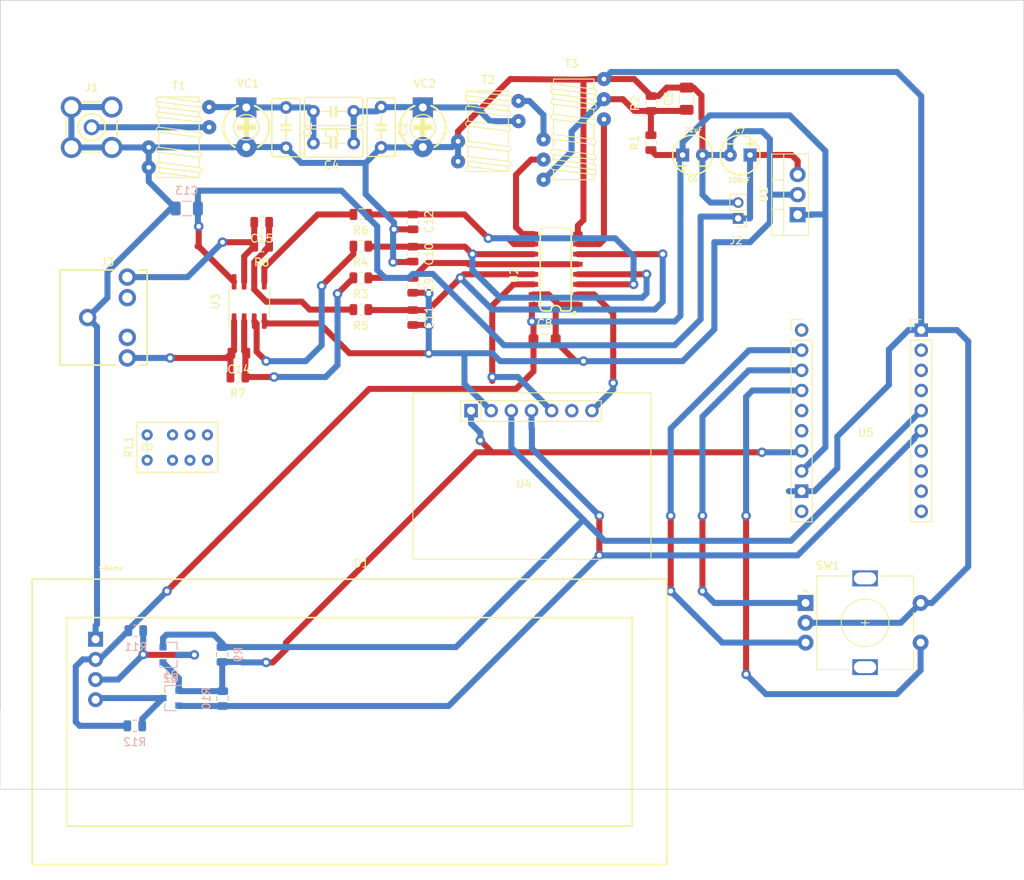
<source format=kicad_pcb>
(kicad_pcb (version 20171130) (host pcbnew "(5.1.5)-3")

  (general
    (thickness 1.6)
    (drawings 6)
    (tracks 467)
    (zones 0)
    (modules 45)
    (nets 53)
  )

  (page A4)
  (layers
    (0 F.Cu signal)
    (31 B.Cu signal)
    (32 B.Adhes user)
    (33 F.Adhes user)
    (34 B.Paste user)
    (35 F.Paste user)
    (36 B.SilkS user)
    (37 F.SilkS user)
    (38 B.Mask user)
    (39 F.Mask user)
    (40 Dwgs.User user)
    (41 Cmts.User user)
    (42 Eco1.User user)
    (43 Eco2.User user)
    (44 Edge.Cuts user)
    (45 Margin user)
    (46 B.CrtYd user)
    (47 F.CrtYd user)
    (48 B.Fab user)
    (49 F.Fab user)
  )

  (setup
    (last_trace_width 0.762)
    (trace_clearance 0.2)
    (zone_clearance 0.508)
    (zone_45_only no)
    (trace_min 0.2)
    (via_size 0.8)
    (via_drill 0.4)
    (via_min_size 0.4)
    (via_min_drill 0.3)
    (user_via 1.2 0.6)
    (user_via 1.4 0.6)
    (uvia_size 0.3)
    (uvia_drill 0.1)
    (uvias_allowed no)
    (uvia_min_size 0.2)
    (uvia_min_drill 0.1)
    (edge_width 0.05)
    (segment_width 0.2)
    (pcb_text_width 0.3)
    (pcb_text_size 1.5 1.5)
    (mod_edge_width 0.12)
    (mod_text_size 1 1)
    (mod_text_width 0.15)
    (pad_size 1.524 1.524)
    (pad_drill 0.762)
    (pad_to_mask_clearance 0.051)
    (solder_mask_min_width 0.25)
    (aux_axis_origin 0 0)
    (visible_elements 7FFFFFFF)
    (pcbplotparams
      (layerselection 0x010fc_ffffffff)
      (usegerberextensions false)
      (usegerberattributes false)
      (usegerberadvancedattributes false)
      (creategerberjobfile false)
      (excludeedgelayer true)
      (linewidth 0.100000)
      (plotframeref false)
      (viasonmask false)
      (mode 1)
      (useauxorigin false)
      (hpglpennumber 1)
      (hpglpenspeed 20)
      (hpglpendiameter 15.000000)
      (psnegative false)
      (psa4output false)
      (plotreference true)
      (plotvalue true)
      (plotinvisibletext false)
      (padsonsilk false)
      (subtractmaskfromsilk false)
      (outputformat 1)
      (mirror false)
      (drillshape 0)
      (scaleselection 1)
      (outputdirectory "C:/Users/Caliphax/Documents/Gerber/"))
  )

  (net 0 "")
  (net 1 "Net-(C1-Pad1)")
  (net 2 GND)
  (net 3 "Net-(C2-Pad1)")
  (net 4 "Net-(J1-Pad1)")
  (net 5 "Net-(T2-PadC2B)")
  (net 6 "Net-(T3-PadC2B)")
  (net 7 "Net-(T3-PadC3A)")
  (net 8 "Net-(C5-Pad1)")
  (net 9 +5V)
  (net 10 +12V)
  (net 11 "Net-(C9-Pad1)")
  (net 12 "Net-(C10-Pad1)")
  (net 13 "Net-(C12-Pad1)")
  (net 14 "Net-(C11-Pad1)")
  (net 15 "Net-(R4-Pad2)")
  (net 16 "Net-(R6-Pad2)")
  (net 17 "Net-(C14-Pad1)")
  (net 18 "Net-(C15-Pad1)")
  (net 19 I_OUTPUT)
  (net 20 Q_OUTPUT)
  (net 21 "Net-(U4-Pad1)")
  (net 22 "Net-(U5-Pad5)")
  (net 23 "Net-(U5-Pad32)")
  (net 24 "Net-(U5-PadRESET)")
  (net 25 "Net-(U5-Pad18)")
  (net 26 "Net-(U5-Pad33)")
  (net 27 "Net-(U5-Pad23)")
  (net 28 "Net-(U5-Pad19)")
  (net 29 "Net-(U5-Pad4)")
  (net 30 "Net-(U5-PadVBAT)")
  (net 31 "Net-(U5-Pad25)")
  (net 32 "Net-(U5-Pad14)")
  (net 33 "Net-(U2-Pad14)")
  (net 34 "Net-(U2-Pad2)")
  (net 35 "Net-(J3-PadTSH)")
  (net 36 "Net-(J3-PadRSH)")
  (net 37 "Net-(SW1-PadA)")
  (net 38 "Net-(SW1-PadB)")
  (net 39 "Net-(SW1-PadS1)")
  (net 40 SDA_HV)
  (net 41 SDA_LV)
  (net 42 +3V3)
  (net 43 SCL_HV)
  (net 44 SCL_LV)
  (net 45 "Net-(RL1-Pad5)")
  (net 46 "Net-(RL1-Pad6)")
  (net 47 "Net-(RL1-Pad7)")
  (net 48 "Net-(RL1-Pad4)")
  (net 49 "Net-(RL1-Pad3)")
  (net 50 "Net-(RL1-Pad2)")
  (net 51 "Net-(RL1-Pad8)")
  (net 52 "Net-(RL1-Pad1)")

  (net_class Default "This is the default net class."
    (clearance 0.2)
    (trace_width 0.762)
    (via_dia 0.8)
    (via_drill 0.4)
    (uvia_dia 0.3)
    (uvia_drill 0.1)
    (add_net +12V)
    (add_net +3V3)
    (add_net +5V)
    (add_net GND)
    (add_net I_OUTPUT)
    (add_net "Net-(C1-Pad1)")
    (add_net "Net-(C10-Pad1)")
    (add_net "Net-(C11-Pad1)")
    (add_net "Net-(C12-Pad1)")
    (add_net "Net-(C14-Pad1)")
    (add_net "Net-(C15-Pad1)")
    (add_net "Net-(C2-Pad1)")
    (add_net "Net-(C5-Pad1)")
    (add_net "Net-(C9-Pad1)")
    (add_net "Net-(J1-Pad1)")
    (add_net "Net-(J3-PadRSH)")
    (add_net "Net-(J3-PadTSH)")
    (add_net "Net-(R4-Pad2)")
    (add_net "Net-(R6-Pad2)")
    (add_net "Net-(RL1-Pad1)")
    (add_net "Net-(RL1-Pad2)")
    (add_net "Net-(RL1-Pad3)")
    (add_net "Net-(RL1-Pad4)")
    (add_net "Net-(RL1-Pad5)")
    (add_net "Net-(RL1-Pad6)")
    (add_net "Net-(RL1-Pad7)")
    (add_net "Net-(RL1-Pad8)")
    (add_net "Net-(SW1-PadA)")
    (add_net "Net-(SW1-PadB)")
    (add_net "Net-(SW1-PadS1)")
    (add_net "Net-(T2-PadC2B)")
    (add_net "Net-(T3-PadC2B)")
    (add_net "Net-(T3-PadC3A)")
    (add_net "Net-(U2-Pad14)")
    (add_net "Net-(U2-Pad2)")
    (add_net "Net-(U4-Pad1)")
    (add_net "Net-(U5-Pad14)")
    (add_net "Net-(U5-Pad18)")
    (add_net "Net-(U5-Pad19)")
    (add_net "Net-(U5-Pad23)")
    (add_net "Net-(U5-Pad25)")
    (add_net "Net-(U5-Pad32)")
    (add_net "Net-(U5-Pad33)")
    (add_net "Net-(U5-Pad4)")
    (add_net "Net-(U5-Pad5)")
    (add_net "Net-(U5-PadRESET)")
    (add_net "Net-(U5-PadVBAT)")
    (add_net Q_OUTPUT)
    (add_net SCL_HV)
    (add_net SCL_LV)
    (add_net SDA_HV)
    (add_net SDA_LV)
  )

  (module Relay_THT:Relay_DPDT_AXICOM_IMSeries_Pitch3.2mm (layer F.Cu) (tedit 58FA48AE) (tstamp 5EA7F247)
    (at 69 93.5 90)
    (descr "AXICOM IM-Series Relays, DPDR, Pitch 3.2mm, http://www.te.com/commerce/DocumentDelivery/DDEController?Action=showdoc&DocId=Specification+Or+Standard%7F108-98001%7FV%7Fpdf%7FEnglish%7FENG_SS_108-98001_V_IM_0614_v1.pdf%7F4-1462039-1")
    (tags "AXICOM IM-Series Relay DPDR Pitch 3.2mm")
    (path /5EA8624A)
    (fp_text reference RL1 (at 1.7 -2.3 90) (layer F.SilkS)
      (effects (font (size 1 1) (thickness 0.15)))
    )
    (fp_text value JW2 (at 1.6 9.9 90) (layer F.Fab)
      (effects (font (size 1 1) (thickness 0.15)))
    )
    (fp_line (start 5.13 9.05) (end -1.85 9.05) (layer F.CrtYd) (width 0.05))
    (fp_line (start 5.13 9.05) (end 5.13 -1.45) (layer F.CrtYd) (width 0.05))
    (fp_line (start -1.85 -1.45) (end -1.85 9.05) (layer F.CrtYd) (width 0.05))
    (fp_line (start -1.85 -1.45) (end 5.13 -1.45) (layer F.CrtYd) (width 0.05))
    (fp_line (start 4.7 -1.2) (end -1.4 -1.2) (layer F.Fab) (width 0.12))
    (fp_line (start 4.7 8.8) (end 4.7 -1.2) (layer F.Fab) (width 0.12))
    (fp_line (start -1.4 8.8) (end 4.7 8.8) (layer F.Fab) (width 0.12))
    (fp_line (start -1.4 -1.2) (end -1.4 8.8) (layer F.Fab) (width 0.12))
    (fp_line (start -1.5 -1.3) (end 4.8 -1.3) (layer F.SilkS) (width 0.12))
    (fp_line (start 4.8 8.9) (end -1.5 8.9) (layer F.SilkS) (width 0.12))
    (fp_line (start -1.6 -1.4) (end -0.9 -1.4) (layer F.SilkS) (width 0.12))
    (fp_line (start -1.6 -0.6) (end -1.6 -1.4) (layer F.SilkS) (width 0.12))
    (fp_line (start 2 -0.6) (end 1.3 -0.6) (layer F.SilkS) (width 0.12))
    (fp_line (start 2 0.6) (end 2 -0.6) (layer F.SilkS) (width 0.12))
    (fp_line (start 1.3 0.6) (end 2 0.6) (layer F.SilkS) (width 0.12))
    (fp_line (start 1.3 -0.6) (end 1.3 0.6) (layer F.SilkS) (width 0.12))
    (fp_line (start 1.3 0.2) (end 2 -0.2) (layer F.SilkS) (width 0.12))
    (fp_line (start 1.3 0) (end 0.8 0) (layer F.SilkS) (width 0.12))
    (fp_line (start 2 0) (end 2.4 0) (layer F.SilkS) (width 0.12))
    (fp_line (start 0.8 0) (end 2.4 0) (layer F.Fab) (width 0.12))
    (fp_line (start 4.8 -1.3) (end 4.8 8.9) (layer F.SilkS) (width 0.12))
    (fp_line (start -1.5 8.9) (end -1.5 -1.3) (layer F.SilkS) (width 0.12))
    (fp_text user %R (at 1.6 4) (layer F.Fab)
      (effects (font (size 1 1) (thickness 0.15)))
    )
    (pad 5 thru_hole circle (at 3.2 7.6 90) (size 1.4 1.4) (drill 0.7) (layers *.Cu *.Mask)
      (net 45 "Net-(RL1-Pad5)"))
    (pad 6 thru_hole circle (at 3.2 5.4 90) (size 1.4 1.4) (drill 0.7) (layers *.Cu *.Mask)
      (net 46 "Net-(RL1-Pad6)"))
    (pad 7 thru_hole circle (at 3.2 3.2 90) (size 1.4 1.4) (drill 0.7) (layers *.Cu *.Mask)
      (net 47 "Net-(RL1-Pad7)"))
    (pad 4 thru_hole circle (at 0 7.6 90) (size 1.4 1.4) (drill 0.7) (layers *.Cu *.Mask)
      (net 48 "Net-(RL1-Pad4)"))
    (pad 3 thru_hole circle (at 0 5.4 90) (size 1.4 1.4) (drill 0.7) (layers *.Cu *.Mask)
      (net 49 "Net-(RL1-Pad3)"))
    (pad 2 thru_hole circle (at 0 3.2 90) (size 1.4 1.4) (drill 0.7) (layers *.Cu *.Mask)
      (net 50 "Net-(RL1-Pad2)"))
    (pad 8 thru_hole circle (at 3.2 0 90) (size 1.4 1.4) (drill 0.7) (layers *.Cu *.Mask)
      (net 51 "Net-(RL1-Pad8)"))
    (pad 1 thru_hole circle (at 0 0 90) (size 1.4 1.4) (drill 0.7) (layers *.Cu *.Mask)
      (net 52 "Net-(RL1-Pad1)"))
    (model ${KISYS3DMOD}/Relay_THT.3dshapes/Relay_DPDT_AXICOM_IMSeries_Pitch3.2mm.wrl
      (at (xyz 0 0 0))
      (scale (xyz 1 1 1))
      (rotate (xyz 0 0 0))
    )
  )

  (module Package_TO_SOT_THT:TO-220-3_Vertical (layer F.Cu) (tedit 5AC8BA0D) (tstamp 5EA57308)
    (at 151 62.54 90)
    (descr "TO-220-3, Vertical, RM 2.54mm, see https://www.vishay.com/docs/66542/to-220-1.pdf")
    (tags "TO-220-3 Vertical RM 2.54mm")
    (path /5EA63793)
    (fp_text reference U1 (at 2.54 -4.27 90) (layer F.SilkS)
      (effects (font (size 1 1) (thickness 0.15)))
    )
    (fp_text value LM7805_TO220 (at 2.54 2.5 90) (layer F.Fab)
      (effects (font (size 1 1) (thickness 0.15)))
    )
    (fp_text user %R (at 2.54 -4.27 90) (layer F.Fab)
      (effects (font (size 1 1) (thickness 0.15)))
    )
    (fp_line (start 7.79 -3.4) (end -2.71 -3.4) (layer F.CrtYd) (width 0.05))
    (fp_line (start 7.79 1.51) (end 7.79 -3.4) (layer F.CrtYd) (width 0.05))
    (fp_line (start -2.71 1.51) (end 7.79 1.51) (layer F.CrtYd) (width 0.05))
    (fp_line (start -2.71 -3.4) (end -2.71 1.51) (layer F.CrtYd) (width 0.05))
    (fp_line (start 4.391 -3.27) (end 4.391 -1.76) (layer F.SilkS) (width 0.12))
    (fp_line (start 0.69 -3.27) (end 0.69 -1.76) (layer F.SilkS) (width 0.12))
    (fp_line (start -2.58 -1.76) (end 7.66 -1.76) (layer F.SilkS) (width 0.12))
    (fp_line (start 7.66 -3.27) (end 7.66 1.371) (layer F.SilkS) (width 0.12))
    (fp_line (start -2.58 -3.27) (end -2.58 1.371) (layer F.SilkS) (width 0.12))
    (fp_line (start -2.58 1.371) (end 7.66 1.371) (layer F.SilkS) (width 0.12))
    (fp_line (start -2.58 -3.27) (end 7.66 -3.27) (layer F.SilkS) (width 0.12))
    (fp_line (start 4.39 -3.15) (end 4.39 -1.88) (layer F.Fab) (width 0.1))
    (fp_line (start 0.69 -3.15) (end 0.69 -1.88) (layer F.Fab) (width 0.1))
    (fp_line (start -2.46 -1.88) (end 7.54 -1.88) (layer F.Fab) (width 0.1))
    (fp_line (start 7.54 -3.15) (end -2.46 -3.15) (layer F.Fab) (width 0.1))
    (fp_line (start 7.54 1.25) (end 7.54 -3.15) (layer F.Fab) (width 0.1))
    (fp_line (start -2.46 1.25) (end 7.54 1.25) (layer F.Fab) (width 0.1))
    (fp_line (start -2.46 -3.15) (end -2.46 1.25) (layer F.Fab) (width 0.1))
    (pad 3 thru_hole oval (at 5.08 0 90) (size 1.905 2) (drill 1.1) (layers *.Cu *.Mask)
      (net 10 +12V))
    (pad 2 thru_hole oval (at 2.54 0 90) (size 1.905 2) (drill 1.1) (layers *.Cu *.Mask)
      (net 2 GND))
    (pad 1 thru_hole rect (at 0 0 90) (size 1.905 2) (drill 1.1) (layers *.Cu *.Mask)
      (net 9 +5V))
    (model ${KISYS3DMOD}/Package_TO_SOT_THT.3dshapes/TO-220-3_Vertical.wrl
      (at (xyz 0 0 0))
      (scale (xyz 1 1 1))
      (rotate (xyz 0 0 0))
    )
  )

  (module Xenir:si5351 (layer F.Cu) (tedit 5E9DDF2A) (tstamp 5E9E4C0D)
    (at 132.5 85 180)
    (path /5E9EA10D)
    (fp_text reference U4 (at 16 -11.5) (layer F.SilkS)
      (effects (font (size 1 1) (thickness 0.15)))
    )
    (fp_text value si5351 (at 16 -13) (layer F.Fab)
      (effects (font (size 1 1) (thickness 0.15)))
    )
    (fp_line (start 30 -21) (end 0 -21) (layer F.SilkS) (width 0.12))
    (fp_line (start 30 0) (end 30 -21) (layer F.SilkS) (width 0.12))
    (fp_line (start 0 0) (end 30 0) (layer F.SilkS) (width 0.12))
    (fp_line (start 0 -21) (end 0 0) (layer F.SilkS) (width 0.12))
    (fp_line (start 30 -21) (end 30 0) (layer F.CrtYd) (width 0.12))
    (fp_line (start 0 -21) (end 30 -21) (layer F.CrtYd) (width 0.12))
    (fp_line (start 0 0) (end 0 -21) (layer F.CrtYd) (width 0.12))
    (fp_line (start 0 0) (end 30 0) (layer F.CrtYd) (width 0.12))
    (fp_line (start 6.25 -1) (end 23.94 -1) (layer F.Fab) (width 0.12))
    (fp_line (start 6.25 -3.5) (end 6.25 -1) (layer F.Fab) (width 0.12))
    (fp_line (start 23.25 -3.5) (end 6.25 -3.5) (layer F.Fab) (width 0.12))
    (fp_line (start 24 -1) (end 24 -2.25) (layer F.SilkS) (width 0.12))
    (fp_line (start 6.25 -1) (end 24 -1) (layer F.SilkS) (width 0.12))
    (fp_line (start 22.67 -3.58) (end 6.25 -3.58) (layer F.SilkS) (width 0.12))
    (fp_line (start 6.25 -3.5) (end 6.25 -1) (layer F.SilkS) (width 0.12))
    (fp_text user %R (at 12 -2.25) (layer F.Fab)
      (effects (font (size 1 1) (thickness 0.15)))
    )
    (fp_line (start 21.4 -3.58) (end 21.4 -1) (layer F.SilkS) (width 0.12))
    (fp_line (start 23.94 -2.885) (end 23.94 -0.98) (layer F.Fab) (width 0.1))
    (fp_line (start 24 -3.58) (end 24 -2.25) (layer F.SilkS) (width 0.12))
    (fp_line (start 23.305 -3.52) (end 23.94 -2.885) (layer F.Fab) (width 0.1))
    (fp_line (start 22.67 -3.58) (end 24 -3.58) (layer F.SilkS) (width 0.12))
    (pad 2 thru_hole oval (at 12.51 -2.25 90) (size 1.7 1.7) (drill 1) (layers *.Cu *.Mask)
      (net 33 "Net-(U2-Pad14)"))
    (pad SDA thru_hole oval (at 17.59 -2.25 90) (size 1.7 1.7) (drill 1) (layers *.Cu *.Mask)
      (net 41 SDA_LV))
    (pad VIN thru_hole rect (at 22.67 -2.25 90) (size 1.7 1.7) (drill 1) (layers *.Cu *.Mask)
      (net 42 +3V3))
    (pad SCL thru_hole oval (at 15.05 -2.25 90) (size 1.7 1.7) (drill 1) (layers *.Cu *.Mask)
      (net 44 SCL_LV))
    (pad 1 thru_hole oval (at 9.97 -2.25 90) (size 1.7 1.7) (drill 1) (layers *.Cu *.Mask)
      (net 21 "Net-(U4-Pad1)"))
    (pad GND thru_hole oval (at 20.13 -2.25 90) (size 1.7 1.7) (drill 1) (layers *.Cu *.Mask)
      (net 2 GND))
    (pad 0 thru_hole oval (at 7.43 -2.25 90) (size 1.7 1.7) (drill 1) (layers *.Cu *.Mask)
      (net 34 "Net-(U2-Pad2)"))
  )

  (module Package_TO_SOT_SMD:SOT-23 (layer B.Cu) (tedit 5A02FF57) (tstamp 5EA041FC)
    (at 72 123.5 180)
    (descr "SOT-23, Standard")
    (tags SOT-23)
    (path /5EBA4A19)
    (attr smd)
    (fp_text reference Q2 (at 0 2.5) (layer B.SilkS)
      (effects (font (size 1 1) (thickness 0.15)) (justify mirror))
    )
    (fp_text value MOSFET-NCH-AO3404A (at 0 -2.5) (layer B.Fab)
      (effects (font (size 1 1) (thickness 0.15)) (justify mirror))
    )
    (fp_line (start 0.76 -1.58) (end -0.7 -1.58) (layer B.SilkS) (width 0.12))
    (fp_line (start 0.76 1.58) (end -1.4 1.58) (layer B.SilkS) (width 0.12))
    (fp_line (start -1.7 -1.75) (end -1.7 1.75) (layer B.CrtYd) (width 0.05))
    (fp_line (start 1.7 -1.75) (end -1.7 -1.75) (layer B.CrtYd) (width 0.05))
    (fp_line (start 1.7 1.75) (end 1.7 -1.75) (layer B.CrtYd) (width 0.05))
    (fp_line (start -1.7 1.75) (end 1.7 1.75) (layer B.CrtYd) (width 0.05))
    (fp_line (start 0.76 1.58) (end 0.76 0.65) (layer B.SilkS) (width 0.12))
    (fp_line (start 0.76 -1.58) (end 0.76 -0.65) (layer B.SilkS) (width 0.12))
    (fp_line (start -0.7 -1.52) (end 0.7 -1.52) (layer B.Fab) (width 0.1))
    (fp_line (start 0.7 1.52) (end 0.7 -1.52) (layer B.Fab) (width 0.1))
    (fp_line (start -0.7 0.95) (end -0.15 1.52) (layer B.Fab) (width 0.1))
    (fp_line (start -0.15 1.52) (end 0.7 1.52) (layer B.Fab) (width 0.1))
    (fp_line (start -0.7 0.95) (end -0.7 -1.5) (layer B.Fab) (width 0.1))
    (fp_text user %R (at 0 0 -90) (layer B.Fab)
      (effects (font (size 0.5 0.5) (thickness 0.075)) (justify mirror))
    )
    (pad 3 smd rect (at 1 0 180) (size 0.9 0.8) (layers B.Cu B.Paste B.Mask)
      (net 43 SCL_HV))
    (pad 2 smd rect (at -1 -0.95 180) (size 0.9 0.8) (layers B.Cu B.Paste B.Mask)
      (net 44 SCL_LV))
    (pad 1 smd rect (at -1 0.95 180) (size 0.9 0.8) (layers B.Cu B.Paste B.Mask)
      (net 42 +3V3))
    (model ${KISYS3DMOD}/Package_TO_SOT_SMD.3dshapes/SOT-23.wrl
      (at (xyz 0 0 0))
      (scale (xyz 1 1 1))
      (rotate (xyz 0 0 0))
    )
  )

  (module Package_TO_SOT_SMD:SOT-23 (layer B.Cu) (tedit 5A02FF57) (tstamp 5EA041E7)
    (at 72 118.05)
    (descr "SOT-23, Standard")
    (tags SOT-23)
    (path /5EB3FD4E)
    (attr smd)
    (fp_text reference Q1 (at 0 2.5) (layer B.SilkS)
      (effects (font (size 1 1) (thickness 0.15)) (justify mirror))
    )
    (fp_text value MOSFET-NCH-AO3404A (at 0 -2.5) (layer B.Fab)
      (effects (font (size 1 1) (thickness 0.15)) (justify mirror))
    )
    (fp_line (start 0.76 -1.58) (end -0.7 -1.58) (layer B.SilkS) (width 0.12))
    (fp_line (start 0.76 1.58) (end -1.4 1.58) (layer B.SilkS) (width 0.12))
    (fp_line (start -1.7 -1.75) (end -1.7 1.75) (layer B.CrtYd) (width 0.05))
    (fp_line (start 1.7 -1.75) (end -1.7 -1.75) (layer B.CrtYd) (width 0.05))
    (fp_line (start 1.7 1.75) (end 1.7 -1.75) (layer B.CrtYd) (width 0.05))
    (fp_line (start -1.7 1.75) (end 1.7 1.75) (layer B.CrtYd) (width 0.05))
    (fp_line (start 0.76 1.58) (end 0.76 0.65) (layer B.SilkS) (width 0.12))
    (fp_line (start 0.76 -1.58) (end 0.76 -0.65) (layer B.SilkS) (width 0.12))
    (fp_line (start -0.7 -1.52) (end 0.7 -1.52) (layer B.Fab) (width 0.1))
    (fp_line (start 0.7 1.52) (end 0.7 -1.52) (layer B.Fab) (width 0.1))
    (fp_line (start -0.7 0.95) (end -0.15 1.52) (layer B.Fab) (width 0.1))
    (fp_line (start -0.15 1.52) (end 0.7 1.52) (layer B.Fab) (width 0.1))
    (fp_line (start -0.7 0.95) (end -0.7 -1.5) (layer B.Fab) (width 0.1))
    (fp_text user %R (at 0 0 -90) (layer B.Fab)
      (effects (font (size 0.5 0.5) (thickness 0.075)) (justify mirror))
    )
    (pad 3 smd rect (at 1 0) (size 0.9 0.8) (layers B.Cu B.Paste B.Mask)
      (net 40 SDA_HV))
    (pad 2 smd rect (at -1 -0.95) (size 0.9 0.8) (layers B.Cu B.Paste B.Mask)
      (net 41 SDA_LV))
    (pad 1 smd rect (at -1 0.95) (size 0.9 0.8) (layers B.Cu B.Paste B.Mask)
      (net 42 +3V3))
    (model ${KISYS3DMOD}/Package_TO_SOT_SMD.3dshapes/SOT-23.wrl
      (at (xyz 0 0 0))
      (scale (xyz 1 1 1))
      (rotate (xyz 0 0 0))
    )
  )

  (module "Xenir:Capacitor 0805" (layer B.Cu) (tedit 5E9C46FE) (tstamp 5E9FABAA)
    (at 67.4375 129.54)
    (path /5EAF5B48)
    (fp_text reference R12 (at 0 -0.5) (layer B.SilkS)
      (effects (font (size 1 1) (thickness 0.15)) (justify mirror))
    )
    (fp_text value 1k (at 0 0.5) (layer B.Fab)
      (effects (font (size 1 1) (thickness 0.15)) (justify mirror))
    )
    (fp_text user %R (at 0 -2.54) (layer B.Fab)
      (effects (font (size 0.5 0.5) (thickness 0.08)) (justify mirror))
    )
    (fp_line (start -1 -3.14) (end -1 -1.94) (layer B.Fab) (width 0.1))
    (fp_line (start -1.68 -1.59) (end 1.68 -1.59) (layer B.CrtYd) (width 0.05))
    (fp_line (start 1.68 -1.59) (end 1.68 -3.49) (layer B.CrtYd) (width 0.05))
    (fp_line (start -1.68 -3.49) (end -1.68 -1.59) (layer B.CrtYd) (width 0.05))
    (fp_line (start 1 -1.94) (end 1 -3.14) (layer B.Fab) (width 0.1))
    (fp_line (start -0.258578 -3.25) (end 0.258578 -3.25) (layer B.SilkS) (width 0.12))
    (fp_line (start -1 -1.94) (end 1 -1.94) (layer B.Fab) (width 0.1))
    (fp_line (start 1 -3.14) (end -1 -3.14) (layer B.Fab) (width 0.1))
    (fp_line (start -0.258578 -1.83) (end 0.258578 -1.83) (layer B.SilkS) (width 0.12))
    (fp_line (start 1.68 -3.49) (end -1.68 -3.49) (layer B.CrtYd) (width 0.05))
    (pad 2 smd roundrect (at 0.9375 -2.54) (size 0.975 1.4) (layers B.Cu B.Paste B.Mask) (roundrect_rratio 0.25)
      (net 43 SCL_HV))
    (pad 1 smd roundrect (at -0.9375 -2.54) (size 0.975 1.4) (layers B.Cu B.Paste B.Mask) (roundrect_rratio 0.25)
      (net 9 +5V))
  )

  (module "Xenir:Capacitor 0805" (layer B.Cu) (tedit 5E9C46FE) (tstamp 5E9FAB99)
    (at 67.5625 117.54)
    (path /5EAF5462)
    (fp_text reference R11 (at 0 -0.5) (layer B.SilkS)
      (effects (font (size 1 1) (thickness 0.15)) (justify mirror))
    )
    (fp_text value 1k (at 0 0.5) (layer B.Fab)
      (effects (font (size 1 1) (thickness 0.15)) (justify mirror))
    )
    (fp_text user %R (at 0 -2.54) (layer B.Fab)
      (effects (font (size 0.5 0.5) (thickness 0.08)) (justify mirror))
    )
    (fp_line (start -1 -3.14) (end -1 -1.94) (layer B.Fab) (width 0.1))
    (fp_line (start -1.68 -1.59) (end 1.68 -1.59) (layer B.CrtYd) (width 0.05))
    (fp_line (start 1.68 -1.59) (end 1.68 -3.49) (layer B.CrtYd) (width 0.05))
    (fp_line (start -1.68 -3.49) (end -1.68 -1.59) (layer B.CrtYd) (width 0.05))
    (fp_line (start 1 -1.94) (end 1 -3.14) (layer B.Fab) (width 0.1))
    (fp_line (start -0.258578 -3.25) (end 0.258578 -3.25) (layer B.SilkS) (width 0.12))
    (fp_line (start -1 -1.94) (end 1 -1.94) (layer B.Fab) (width 0.1))
    (fp_line (start 1 -3.14) (end -1 -3.14) (layer B.Fab) (width 0.1))
    (fp_line (start -0.258578 -1.83) (end 0.258578 -1.83) (layer B.SilkS) (width 0.12))
    (fp_line (start 1.68 -3.49) (end -1.68 -3.49) (layer B.CrtYd) (width 0.05))
    (pad 2 smd roundrect (at 0.9375 -2.54) (size 0.975 1.4) (layers B.Cu B.Paste B.Mask) (roundrect_rratio 0.25)
      (net 40 SDA_HV))
    (pad 1 smd roundrect (at -0.9375 -2.54) (size 0.975 1.4) (layers B.Cu B.Paste B.Mask) (roundrect_rratio 0.25)
      (net 9 +5V))
  )

  (module "Xenir:Capacitor 0805" (layer B.Cu) (tedit 5E9C46FE) (tstamp 5E9FAB88)
    (at 75.96 123.5625 270)
    (path /5EA67A5F)
    (fp_text reference R10 (at 0 -0.5 270) (layer B.SilkS)
      (effects (font (size 1 1) (thickness 0.15)) (justify mirror))
    )
    (fp_text value 1k (at 0 0.5 270) (layer B.Fab)
      (effects (font (size 1 1) (thickness 0.15)) (justify mirror))
    )
    (fp_text user %R (at 0 -2.54 270) (layer B.Fab)
      (effects (font (size 0.5 0.5) (thickness 0.08)) (justify mirror))
    )
    (fp_line (start -1 -3.14) (end -1 -1.94) (layer B.Fab) (width 0.1))
    (fp_line (start -1.68 -1.59) (end 1.68 -1.59) (layer B.CrtYd) (width 0.05))
    (fp_line (start 1.68 -1.59) (end 1.68 -3.49) (layer B.CrtYd) (width 0.05))
    (fp_line (start -1.68 -3.49) (end -1.68 -1.59) (layer B.CrtYd) (width 0.05))
    (fp_line (start 1 -1.94) (end 1 -3.14) (layer B.Fab) (width 0.1))
    (fp_line (start -0.258578 -3.25) (end 0.258578 -3.25) (layer B.SilkS) (width 0.12))
    (fp_line (start -1 -1.94) (end 1 -1.94) (layer B.Fab) (width 0.1))
    (fp_line (start 1 -3.14) (end -1 -3.14) (layer B.Fab) (width 0.1))
    (fp_line (start -0.258578 -1.83) (end 0.258578 -1.83) (layer B.SilkS) (width 0.12))
    (fp_line (start 1.68 -3.49) (end -1.68 -3.49) (layer B.CrtYd) (width 0.05))
    (pad 2 smd roundrect (at 0.9375 -2.54 270) (size 0.975 1.4) (layers B.Cu B.Paste B.Mask) (roundrect_rratio 0.25)
      (net 44 SCL_LV))
    (pad 1 smd roundrect (at -0.9375 -2.54 270) (size 0.975 1.4) (layers B.Cu B.Paste B.Mask) (roundrect_rratio 0.25)
      (net 42 +3V3))
  )

  (module "Xenir:Capacitor 0805" (layer B.Cu) (tedit 5E9C46FE) (tstamp 5E9FAB77)
    (at 81 118 90)
    (path /5EA65EE5)
    (fp_text reference R9 (at 0 -0.5 270) (layer B.SilkS)
      (effects (font (size 1 1) (thickness 0.15)) (justify mirror))
    )
    (fp_text value 1k (at 0 0.5 270) (layer B.Fab)
      (effects (font (size 1 1) (thickness 0.15)) (justify mirror))
    )
    (fp_text user %R (at 0 -2.54 270) (layer B.Fab)
      (effects (font (size 0.5 0.5) (thickness 0.08)) (justify mirror))
    )
    (fp_line (start -1 -3.14) (end -1 -1.94) (layer B.Fab) (width 0.1))
    (fp_line (start -1.68 -1.59) (end 1.68 -1.59) (layer B.CrtYd) (width 0.05))
    (fp_line (start 1.68 -1.59) (end 1.68 -3.49) (layer B.CrtYd) (width 0.05))
    (fp_line (start -1.68 -3.49) (end -1.68 -1.59) (layer B.CrtYd) (width 0.05))
    (fp_line (start 1 -1.94) (end 1 -3.14) (layer B.Fab) (width 0.1))
    (fp_line (start -0.258578 -3.25) (end 0.258578 -3.25) (layer B.SilkS) (width 0.12))
    (fp_line (start -1 -1.94) (end 1 -1.94) (layer B.Fab) (width 0.1))
    (fp_line (start 1 -3.14) (end -1 -3.14) (layer B.Fab) (width 0.1))
    (fp_line (start -0.258578 -1.83) (end 0.258578 -1.83) (layer B.SilkS) (width 0.12))
    (fp_line (start 1.68 -3.49) (end -1.68 -3.49) (layer B.CrtYd) (width 0.05))
    (pad 2 smd roundrect (at 0.9375 -2.54 90) (size 0.975 1.4) (layers B.Cu B.Paste B.Mask) (roundrect_rratio 0.25)
      (net 41 SDA_LV))
    (pad 1 smd roundrect (at -0.9375 -2.54 90) (size 0.975 1.4) (layers B.Cu B.Paste B.Mask) (roundrect_rratio 0.25)
      (net 42 +3V3))
  )

  (module Xenir:TINYpico (layer F.Cu) (tedit 5E9C9A8F) (tstamp 5E9E4821)
    (at 159.58 72)
    (path /5E9E9C6C)
    (fp_text reference U5 (at 0 18) (layer F.SilkS)
      (effects (font (size 1 1) (thickness 0.15)))
    )
    (fp_text value TINYPico (at 0 16) (layer F.Fab)
      (effects (font (size 1 1) (thickness 0.15)))
    )
    (fp_line (start -9.88 3.28) (end 5.25 3.28) (layer F.CrtYd) (width 0.05))
    (fp_line (start -6.28 29.73) (end 5.25 29.73) (layer F.CrtYd) (width 0.05))
    (fp_line (start 5.73 29.21) (end 5.73 4.445) (layer F.Fab) (width 0.1))
    (fp_line (start 8.33 6.35) (end 8.33 29.27) (layer F.SilkS) (width 0.12))
    (fp_line (start 8.8 3.28) (end 5.2 3.28) (layer F.CrtYd) (width 0.05))
    (fp_line (start 5.67 5.08) (end 5.67 3.75) (layer F.SilkS) (width 0.12))
    (fp_line (start 8.8 29.73) (end 8.8 3.28) (layer F.CrtYd) (width 0.05))
    (fp_line (start 8.27 29.21) (end 5.73 29.21) (layer F.Fab) (width 0.1))
    (fp_line (start 8.27 3.81) (end 8.27 29.21) (layer F.Fab) (width 0.1))
    (fp_line (start 6.365 3.81) (end 8.27 3.81) (layer F.Fab) (width 0.1))
    (fp_line (start 5.2 29.73) (end 8.8 29.73) (layer F.CrtYd) (width 0.05))
    (fp_line (start 5.67 3.75) (end 7 3.75) (layer F.SilkS) (width 0.12))
    (fp_line (start 5.67 6.35) (end 8.33 6.35) (layer F.SilkS) (width 0.12))
    (fp_line (start 5.67 29.27) (end 8.33 29.27) (layer F.SilkS) (width 0.12))
    (fp_line (start 5.73 4.445) (end 6.365 3.81) (layer F.Fab) (width 0.1))
    (fp_line (start 5.67 6.35) (end 5.67 29.27) (layer F.SilkS) (width 0.12))
    (fp_text user %R (at 7 16.51 90) (layer F.Fab)
      (effects (font (size 1 1) (thickness 0.15)))
    )
    (fp_text user %R (at -8.08 16.51 90) (layer F.Fab)
      (effects (font (size 1 1) (thickness 0.15)))
    )
    (fp_line (start -9.41 29.27) (end -6.75 29.27) (layer F.SilkS) (width 0.12))
    (fp_line (start -9.41 6.35) (end -6.75 6.35) (layer F.SilkS) (width 0.12))
    (fp_line (start -9.41 3.75) (end -8.08 3.75) (layer F.SilkS) (width 0.12))
    (fp_line (start -9.88 29.73) (end -6.28 29.73) (layer F.CrtYd) (width 0.05))
    (fp_line (start -9.35 29.21) (end -9.35 4.445) (layer F.Fab) (width 0.1))
    (fp_line (start -8.715 3.81) (end -6.81 3.81) (layer F.Fab) (width 0.1))
    (fp_line (start -6.81 3.81) (end -6.81 29.21) (layer F.Fab) (width 0.1))
    (fp_line (start -6.81 29.21) (end -9.35 29.21) (layer F.Fab) (width 0.1))
    (fp_line (start -9.41 5.08) (end -9.41 3.75) (layer F.SilkS) (width 0.12))
    (fp_line (start -9.41 6.35) (end -9.41 29.27) (layer F.SilkS) (width 0.12))
    (fp_line (start -9.88 3.28) (end -9.88 29.73) (layer F.CrtYd) (width 0.05))
    (fp_line (start -9.35 4.445) (end -8.715 3.81) (layer F.Fab) (width 0.1))
    (fp_line (start -6.75 6.35) (end -6.75 29.27) (layer F.SilkS) (width 0.12))
    (pad 5 thru_hole oval (at 7 20.32) (size 1.7 1.7) (drill 1) (layers *.Cu *.Mask)
      (net 22 "Net-(U5-Pad5)"))
    (pad GND thru_hole rect (at 7 5.08) (size 1.7 1.7) (drill 1) (layers *.Cu *.Mask)
      (net 2 GND))
    (pad 32 thru_hole oval (at 7 12.7) (size 1.7 1.7) (drill 1) (layers *.Cu *.Mask)
      (net 23 "Net-(U5-Pad32)"))
    (pad RESET thru_hole oval (at 7 7.62) (size 1.7 1.7) (drill 1) (layers *.Cu *.Mask)
      (net 24 "Net-(U5-PadRESET)"))
    (pad 18 thru_hole oval (at 7 22.86) (size 1.7 1.7) (drill 1) (layers *.Cu *.Mask)
      (net 25 "Net-(U5-Pad18)"))
    (pad 22 thru_hole oval (at 7 17.78) (size 1.7 1.7) (drill 1) (layers *.Cu *.Mask)
      (net 44 SCL_LV))
    (pad 33 thru_hole oval (at 7 10.16) (size 1.7 1.7) (drill 1) (layers *.Cu *.Mask)
      (net 26 "Net-(U5-Pad33)"))
    (pad 21 thru_hole oval (at 7 15.24) (size 1.7 1.7) (drill 1) (layers *.Cu *.Mask)
      (net 41 SDA_LV))
    (pad 23 thru_hole oval (at 7 27.94) (size 1.7 1.7) (drill 1) (layers *.Cu *.Mask)
      (net 27 "Net-(U5-Pad23)"))
    (pad 19 thru_hole oval (at 7 25.4) (size 1.7 1.7) (drill 1) (layers *.Cu *.Mask)
      (net 28 "Net-(U5-Pad19)"))
    (pad GND thru_hole rect (at -8.08 25.4) (size 1.7 1.7) (drill 1) (layers *.Cu *.Mask)
      (net 2 GND))
    (pad 27 thru_hole oval (at -8.08 10.16) (size 1.7 1.7) (drill 1) (layers *.Cu *.Mask)
      (net 37 "Net-(SW1-PadA)"))
    (pad 4 thru_hole oval (at -8.08 17.78) (size 1.7 1.7) (drill 1) (layers *.Cu *.Mask)
      (net 29 "Net-(U5-Pad4)"))
    (pad 26 thru_hole oval (at -8.08 7.62) (size 1.7 1.7) (drill 1) (layers *.Cu *.Mask)
      (net 38 "Net-(SW1-PadB)"))
    (pad VBAT thru_hole oval (at -8.08 27.94) (size 1.7 1.7) (drill 1) (layers *.Cu *.Mask)
      (net 30 "Net-(U5-PadVBAT)"))
    (pad 15 thru_hole oval (at -8.08 12.7) (size 1.7 1.7) (drill 1) (layers *.Cu *.Mask)
      (net 39 "Net-(SW1-PadS1)"))
    (pad 25 thru_hole circle (at -8.08 5.08) (size 1.7 1.7) (drill 1) (layers *.Cu *.Mask)
      (net 31 "Net-(U5-Pad25)"))
    (pad 14 thru_hole oval (at -8.08 15.24) (size 1.7 1.7) (drill 1) (layers *.Cu *.Mask)
      (net 32 "Net-(U5-Pad14)"))
    (pad 3V3 thru_hole oval (at -8.08 20.32) (size 1.7 1.7) (drill 1) (layers *.Cu *.Mask)
      (net 42 +3V3))
    (pad 5V thru_hole oval (at -8.08 22.86) (size 1.7 1.7) (drill 1) (layers *.Cu *.Mask)
      (net 9 +5V))
  )

  (module Rotary_Encoder:RotaryEncoder_Alps_EC11E-Switch_Vertical_H20mm (layer F.Cu) (tedit 5A74C8CB) (tstamp 5E9E82A7)
    (at 152 111.5)
    (descr "Alps rotary encoder, EC12E... with switch, vertical shaft, http://www.alps.com/prod/info/E/HTML/Encoder/Incremental/EC11/EC11E15204A3.html")
    (tags "rotary encoder")
    (path /5EA96BE3)
    (fp_text reference SW1 (at 2.8 -4.7) (layer F.SilkS)
      (effects (font (size 1 1) (thickness 0.15)))
    )
    (fp_text value Rotary_Encoder_Switch (at 7.5 10.4) (layer F.Fab)
      (effects (font (size 1 1) (thickness 0.15)))
    )
    (fp_circle (center 7.5 2.5) (end 10.5 2.5) (layer F.Fab) (width 0.12))
    (fp_circle (center 7.5 2.5) (end 10.5 2.5) (layer F.SilkS) (width 0.12))
    (fp_line (start 16 9.6) (end -1.5 9.6) (layer F.CrtYd) (width 0.05))
    (fp_line (start 16 9.6) (end 16 -4.6) (layer F.CrtYd) (width 0.05))
    (fp_line (start -1.5 -4.6) (end -1.5 9.6) (layer F.CrtYd) (width 0.05))
    (fp_line (start -1.5 -4.6) (end 16 -4.6) (layer F.CrtYd) (width 0.05))
    (fp_line (start 2.5 -3.3) (end 13.5 -3.3) (layer F.Fab) (width 0.12))
    (fp_line (start 13.5 -3.3) (end 13.5 8.3) (layer F.Fab) (width 0.12))
    (fp_line (start 13.5 8.3) (end 1.5 8.3) (layer F.Fab) (width 0.12))
    (fp_line (start 1.5 8.3) (end 1.5 -2.2) (layer F.Fab) (width 0.12))
    (fp_line (start 1.5 -2.2) (end 2.5 -3.3) (layer F.Fab) (width 0.12))
    (fp_line (start 9.5 -3.4) (end 13.6 -3.4) (layer F.SilkS) (width 0.12))
    (fp_line (start 13.6 8.4) (end 9.5 8.4) (layer F.SilkS) (width 0.12))
    (fp_line (start 5.5 8.4) (end 1.4 8.4) (layer F.SilkS) (width 0.12))
    (fp_line (start 5.5 -3.4) (end 1.4 -3.4) (layer F.SilkS) (width 0.12))
    (fp_line (start 1.4 -3.4) (end 1.4 8.4) (layer F.SilkS) (width 0.12))
    (fp_line (start 0 -1.3) (end -0.3 -1.6) (layer F.SilkS) (width 0.12))
    (fp_line (start -0.3 -1.6) (end 0.3 -1.6) (layer F.SilkS) (width 0.12))
    (fp_line (start 0.3 -1.6) (end 0 -1.3) (layer F.SilkS) (width 0.12))
    (fp_line (start 7.5 -0.5) (end 7.5 5.5) (layer F.Fab) (width 0.12))
    (fp_line (start 4.5 2.5) (end 10.5 2.5) (layer F.Fab) (width 0.12))
    (fp_line (start 13.6 -3.4) (end 13.6 -1) (layer F.SilkS) (width 0.12))
    (fp_line (start 13.6 1.2) (end 13.6 3.8) (layer F.SilkS) (width 0.12))
    (fp_line (start 13.6 6) (end 13.6 8.4) (layer F.SilkS) (width 0.12))
    (fp_line (start 7.5 2) (end 7.5 3) (layer F.SilkS) (width 0.12))
    (fp_line (start 7 2.5) (end 8 2.5) (layer F.SilkS) (width 0.12))
    (fp_text user %R (at 11.1 6.3) (layer F.Fab)
      (effects (font (size 1 1) (thickness 0.15)))
    )
    (pad A thru_hole rect (at 0 0) (size 2 2) (drill 1) (layers *.Cu *.Mask)
      (net 37 "Net-(SW1-PadA)"))
    (pad C thru_hole circle (at 0 2.5) (size 2 2) (drill 1) (layers *.Cu *.Mask)
      (net 2 GND))
    (pad B thru_hole circle (at 0 5) (size 2 2) (drill 1) (layers *.Cu *.Mask)
      (net 38 "Net-(SW1-PadB)"))
    (pad MP thru_hole rect (at 7.5 -3.1) (size 3.2 2) (drill oval 2.8 1.5) (layers *.Cu *.Mask))
    (pad MP thru_hole rect (at 7.5 8.1) (size 3.2 2) (drill oval 2.8 1.5) (layers *.Cu *.Mask))
    (pad S2 thru_hole circle (at 14.5 0) (size 2 2) (drill 1) (layers *.Cu *.Mask)
      (net 2 GND))
    (pad S1 thru_hole circle (at 14.5 5) (size 2 2) (drill 1) (layers *.Cu *.Mask)
      (net 39 "Net-(SW1-PadS1)"))
    (model ${KISYS3DMOD}/Rotary_Encoder.3dshapes/RotaryEncoder_Alps_EC11E-Switch_Vertical_H20mm.wrl
      (at (xyz 0 0 0))
      (scale (xyz 1 1 1))
      (rotate (xyz 0 0 0))
    )
  )

  (module Xenir:LCD_I2C (layer F.Cu) (tedit 5E9DF59D) (tstamp 5E9E735A)
    (at 95 103)
    (path /5EA7D0FE)
    (fp_text reference D1 (at 1 3.5) (layer F.SilkS)
      (effects (font (size 1 1) (thickness 0.15)))
    )
    (fp_text value LCD_I2C (at 0 -0.5) (layer F.Fab)
      (effects (font (size 1 1) (thickness 0.15)))
    )
    (fp_text user 1 (at -34.79 8.26) (layer F.Fab)
      (effects (font (size 0.9652 0.9652) (thickness 0.1524)) (justify left bottom))
    )
    (fp_text user >Name (at -32.25 4.45) (layer F.SilkS)
      (effects (font (size 0.57912 0.57912) (thickness 0.12192)) (justify left bottom))
    )
    (fp_text user >Value (at -32.25 42.55) (layer F.Fab)
      (effects (font (size 0.57912 0.57912) (thickness 0.12192)) (justify left top))
    )
    (fp_line (start 35.15 10.35) (end 35.15 36.65) (layer F.SilkS) (width 0.2032))
    (fp_line (start 39.5 5.5) (end 39.5 41.5) (layer F.SilkS) (width 0.2032))
    (fp_line (start 31.75 15.3) (end 31.75 31.7) (layer Dwgs.User) (width 0.2032))
    (fp_line (start -40.5 41.5) (end -40.5 5.5) (layer F.SilkS) (width 0.2032))
    (fp_line (start -32.75 15.3) (end 31.75 15.3) (layer Dwgs.User) (width 0.2032))
    (fp_line (start -36.15 10.35) (end 35.15 10.35) (layer F.SilkS) (width 0.2032))
    (fp_line (start 31.75 31.7) (end -32.75 31.7) (layer Dwgs.User) (width 0.2032))
    (fp_line (start -40.5 5.5) (end 39.5 5.5) (layer F.SilkS) (width 0.2032))
    (fp_line (start 39.5 41.5) (end -40.5 41.5) (layer F.SilkS) (width 0.2032))
    (fp_line (start -32.75 31.7) (end -32.75 15.3) (layer Dwgs.User) (width 0.2032))
    (fp_line (start -36.15 36.65) (end -36.15 10.35) (layer F.SilkS) (width 0.2032))
    (fp_line (start 35.15 36.65) (end -36.15 36.65) (layer F.SilkS) (width 0.2032))
    (pad "" np_thru_hole circle (at -38 39) (size 2.8 2.8) (drill 2.8) (layers *.Cu *.Mask))
    (pad "" np_thru_hole circle (at -38 8) (size 2.8 2.8) (drill 2.8) (layers *.Cu *.Mask))
    (pad "" np_thru_hole circle (at 37 8) (size 2.8 2.8) (drill 2.8) (layers *.Cu *.Mask))
    (pad 1 thru_hole rect (at -32.5 13.08) (size 1.8796 1.8796) (drill 1.016) (layers *.Cu *.Mask)
      (net 2 GND) (solder_mask_margin 0.1016))
    (pad 3 thru_hole circle (at -32.5 18.16) (size 1.8796 1.8796) (drill 1.016) (layers *.Cu *.Mask)
      (net 40 SDA_HV) (solder_mask_margin 0.1016))
    (pad 4 thru_hole circle (at -32.5 20.7) (size 1.8796 1.8796) (drill 1.016) (layers *.Cu *.Mask)
      (net 43 SCL_HV) (solder_mask_margin 0.1016))
    (pad "" np_thru_hole circle (at 37 39) (size 2.8 2.8) (drill 2.8) (layers *.Cu *.Mask))
    (pad 2 thru_hole circle (at -32.5 15.62) (size 1.8796 1.8796) (drill 1.016) (layers *.Cu *.Mask)
      (net 9 +5V) (solder_mask_margin 0.1016))
  )

  (module Xenir:Audio_Jack (layer F.Cu) (tedit 5E9DEF8F) (tstamp 5E9E4ECB)
    (at 63.5 67)
    (path /5E9E7BEE)
    (fp_text reference J3 (at 0.5 1.5) (layer F.SilkS)
      (effects (font (size 1 1) (thickness 0.15)))
    )
    (fp_text value Audio_Jack (at 0 -0.5) (layer F.Fab)
      (effects (font (size 1 1) (thickness 0.15)))
    )
    (fp_line (start -5.5 2.5) (end -5.5 14.5) (layer F.SilkS) (width 0.2032))
    (fp_line (start -5.5 2.5) (end -5.5 4) (layer F.Fab) (width 0.2032))
    (fp_line (start -6.5 13) (end -5.5 13) (layer F.Fab) (width 0.2032))
    (fp_line (start 5.5 2.5) (end 5.5 14.5) (layer F.SilkS) (width 0.2032))
    (fp_circle (center 3 6) (end 3.3302 6) (layer F.Mask) (width 0.6604))
    (fp_circle (center 3 13.6) (end 3.3302 13.6) (layer F.Mask) (width 0.6604))
    (fp_line (start -6.5 4) (end -6.5 5.5) (layer F.Fab) (width 0.2032))
    (fp_line (start -6.5 11.5) (end -6.5 13) (layer F.Fab) (width 0.2032))
    (fp_circle (center 3 11) (end 3.6096 11) (layer B.Mask) (width 1.2192))
    (fp_line (start -5.5 14.5) (end 1.5 14.5) (layer F.SilkS) (width 0.2032))
    (fp_circle (center -2 8.5) (end -1.6698 8.5) (layer F.Mask) (width 0.6604))
    (fp_circle (center 3 3.4) (end 3.6096 3.4) (layer B.Mask) (width 1.2192))
    (fp_line (start 5.5 14.5) (end 4.5 14.5) (layer F.SilkS) (width 0.2032))
    (fp_circle (center 3 3.4) (end 3.3302 3.4) (layer F.Mask) (width 0.6604))
    (fp_line (start -5.5 13) (end -5.5 14.5) (layer F.Fab) (width 0.2032))
    (fp_line (start -8.5 5.5) (end -8.5 11.5) (layer F.Fab) (width 0.2032))
    (fp_circle (center 3 11) (end 3.3302 11) (layer F.Mask) (width 0.6604))
    (fp_circle (center 3 13.6) (end 3.6096 13.6) (layer B.Mask) (width 1.2192))
    (fp_line (start 5.5 2.5) (end 4.5 2.5) (layer F.SilkS) (width 0.2032))
    (fp_line (start -8.5 11.5) (end -6.5 11.5) (layer F.Fab) (width 0.2032))
    (fp_line (start -5.5 2.5) (end 1.5 2.5) (layer F.SilkS) (width 0.2032))
    (fp_circle (center -2 8.5) (end -1.3904 8.5) (layer B.Mask) (width 1.2192))
    (fp_circle (center 3 6) (end 3.6096 6) (layer B.Mask) (width 1.2192))
    (fp_line (start -6.5 4) (end -5.5 4) (layer F.Fab) (width 0.2032))
    (fp_line (start -8.5 5.5) (end -6.5 5.5) (layer F.Fab) (width 0.2032))
    (pad "" np_thru_hole circle (at -4.5 3.5) (size 1.2 1.2) (drill 1.2) (layers *.Cu *.Mask))
    (pad "" np_thru_hole circle (at -2 3.5) (size 1.2 1.2) (drill 1.2) (layers *.Cu *.Mask))
    (pad RING thru_hole circle (at 3 3.4) (size 2.1844 2.1844) (drill 1.3) (layers *.Cu *.Mask)
      (net 20 Q_OUTPUT) (solder_mask_margin 0.1016))
    (pad "" np_thru_hole circle (at 3 8.5) (size 1.2 1.2) (drill 1.2) (layers *.Cu *.Mask))
    (pad SLEEVE thru_hole circle (at -2 8.5) (size 2.1844 2.1844) (drill 1.3) (layers *.Cu *.Mask)
      (net 2 GND) (solder_mask_margin 0.1016))
    (pad "" np_thru_hole circle (at -2 13.5) (size 1.2 1.2) (drill 1.2) (layers *.Cu *.Mask))
    (pad TIP thru_hole circle (at 3 13.6) (size 2.1844 2.1844) (drill 1.3) (layers *.Cu *.Mask)
      (net 19 I_OUTPUT) (solder_mask_margin 0.1016))
    (pad TSH thru_hole circle (at 3 11) (size 2.1844 2.1844) (drill 1.3) (layers *.Cu *.Mask)
      (net 35 "Net-(J3-PadTSH)") (solder_mask_margin 0.1016))
    (pad "" np_thru_hole circle (at -4.5 13.5) (size 1.2 1.2) (drill 1.2) (layers *.Cu *.Mask))
    (pad RSH thru_hole circle (at 3 6) (size 2.1844 2.1844) (drill 1.3) (layers *.Cu *.Mask)
      (net 36 "Net-(J3-PadRSH)") (solder_mask_margin 0.1016))
  )

  (module "Xenir:Capacitor 0805" (layer F.Cu) (tedit 5E9C46FE) (tstamp 5E9DBFFE)
    (at 83.4375 69.04 180)
    (path /5EADC037)
    (fp_text reference R8 (at 0 0.5) (layer F.SilkS)
      (effects (font (size 1 1) (thickness 0.15)))
    )
    (fp_text value 10k (at 0 -0.5) (layer F.Fab)
      (effects (font (size 1 1) (thickness 0.15)))
    )
    (fp_text user %R (at 0 2.54) (layer F.Fab)
      (effects (font (size 0.5 0.5) (thickness 0.08)))
    )
    (fp_line (start -1 3.14) (end -1 1.94) (layer F.Fab) (width 0.1))
    (fp_line (start -1.68 1.59) (end 1.68 1.59) (layer F.CrtYd) (width 0.05))
    (fp_line (start 1.68 1.59) (end 1.68 3.49) (layer F.CrtYd) (width 0.05))
    (fp_line (start -1.68 3.49) (end -1.68 1.59) (layer F.CrtYd) (width 0.05))
    (fp_line (start 1 1.94) (end 1 3.14) (layer F.Fab) (width 0.1))
    (fp_line (start -0.258578 3.25) (end 0.258578 3.25) (layer F.SilkS) (width 0.12))
    (fp_line (start -1 1.94) (end 1 1.94) (layer F.Fab) (width 0.1))
    (fp_line (start 1 3.14) (end -1 3.14) (layer F.Fab) (width 0.1))
    (fp_line (start -0.258578 1.83) (end 0.258578 1.83) (layer F.SilkS) (width 0.12))
    (fp_line (start 1.68 3.49) (end -1.68 3.49) (layer F.CrtYd) (width 0.05))
    (pad 2 smd roundrect (at 0.9375 2.54 180) (size 0.975 1.4) (layers F.Cu F.Paste F.Mask) (roundrect_rratio 0.25)
      (net 20 Q_OUTPUT))
    (pad 1 smd roundrect (at -0.9375 2.54 180) (size 0.975 1.4) (layers F.Cu F.Paste F.Mask) (roundrect_rratio 0.25)
      (net 18 "Net-(C15-Pad1)"))
  )

  (module "Xenir:Capacitor 0805" (layer F.Cu) (tedit 5E9C46FE) (tstamp 5E9DBFED)
    (at 80.4375 85.54 180)
    (path /5EADA2EC)
    (fp_text reference R7 (at 0 0.5) (layer F.SilkS)
      (effects (font (size 1 1) (thickness 0.15)))
    )
    (fp_text value 10k (at 0 -0.5) (layer F.Fab)
      (effects (font (size 1 1) (thickness 0.15)))
    )
    (fp_text user %R (at 0 2.54) (layer F.Fab)
      (effects (font (size 0.5 0.5) (thickness 0.08)))
    )
    (fp_line (start -1 3.14) (end -1 1.94) (layer F.Fab) (width 0.1))
    (fp_line (start -1.68 1.59) (end 1.68 1.59) (layer F.CrtYd) (width 0.05))
    (fp_line (start 1.68 1.59) (end 1.68 3.49) (layer F.CrtYd) (width 0.05))
    (fp_line (start -1.68 3.49) (end -1.68 1.59) (layer F.CrtYd) (width 0.05))
    (fp_line (start 1 1.94) (end 1 3.14) (layer F.Fab) (width 0.1))
    (fp_line (start -0.258578 3.25) (end 0.258578 3.25) (layer F.SilkS) (width 0.12))
    (fp_line (start -1 1.94) (end 1 1.94) (layer F.Fab) (width 0.1))
    (fp_line (start 1 3.14) (end -1 3.14) (layer F.Fab) (width 0.1))
    (fp_line (start -0.258578 1.83) (end 0.258578 1.83) (layer F.SilkS) (width 0.12))
    (fp_line (start 1.68 3.49) (end -1.68 3.49) (layer F.CrtYd) (width 0.05))
    (pad 2 smd roundrect (at 0.9375 2.54 180) (size 0.975 1.4) (layers F.Cu F.Paste F.Mask) (roundrect_rratio 0.25)
      (net 19 I_OUTPUT))
    (pad 1 smd roundrect (at -0.9375 2.54 180) (size 0.975 1.4) (layers F.Cu F.Paste F.Mask) (roundrect_rratio 0.25)
      (net 17 "Net-(C14-Pad1)"))
  )

  (module "Xenir:Capacitor 0805" (layer F.Cu) (tedit 5E9C46FE) (tstamp 5E9DBE86)
    (at 83.4375 66.04 180)
    (path /5EADF0CD)
    (fp_text reference C15 (at 0 0.5) (layer F.SilkS)
      (effects (font (size 1 1) (thickness 0.15)))
    )
    (fp_text value 1nF (at 0 -0.5) (layer F.Fab)
      (effects (font (size 1 1) (thickness 0.15)))
    )
    (fp_text user %R (at 0 2.54) (layer F.Fab)
      (effects (font (size 0.5 0.5) (thickness 0.08)))
    )
    (fp_line (start -1 3.14) (end -1 1.94) (layer F.Fab) (width 0.1))
    (fp_line (start -1.68 1.59) (end 1.68 1.59) (layer F.CrtYd) (width 0.05))
    (fp_line (start 1.68 1.59) (end 1.68 3.49) (layer F.CrtYd) (width 0.05))
    (fp_line (start -1.68 3.49) (end -1.68 1.59) (layer F.CrtYd) (width 0.05))
    (fp_line (start 1 1.94) (end 1 3.14) (layer F.Fab) (width 0.1))
    (fp_line (start -0.258578 3.25) (end 0.258578 3.25) (layer F.SilkS) (width 0.12))
    (fp_line (start -1 1.94) (end 1 1.94) (layer F.Fab) (width 0.1))
    (fp_line (start 1 3.14) (end -1 3.14) (layer F.Fab) (width 0.1))
    (fp_line (start -0.258578 1.83) (end 0.258578 1.83) (layer F.SilkS) (width 0.12))
    (fp_line (start 1.68 3.49) (end -1.68 3.49) (layer F.CrtYd) (width 0.05))
    (pad 2 smd roundrect (at 0.9375 2.54 180) (size 0.975 1.4) (layers F.Cu F.Paste F.Mask) (roundrect_rratio 0.25)
      (net 20 Q_OUTPUT))
    (pad 1 smd roundrect (at -0.9375 2.54 180) (size 0.975 1.4) (layers F.Cu F.Paste F.Mask) (roundrect_rratio 0.25)
      (net 18 "Net-(C15-Pad1)"))
  )

  (module "Xenir:Capacitor 0805" (layer F.Cu) (tedit 5E9C46FE) (tstamp 5E9DBE75)
    (at 80.5625 82.54 180)
    (path /5EADE1CD)
    (fp_text reference C14 (at 0 0.5) (layer F.SilkS)
      (effects (font (size 1 1) (thickness 0.15)))
    )
    (fp_text value 1nF (at 0 -0.5) (layer F.Fab)
      (effects (font (size 1 1) (thickness 0.15)))
    )
    (fp_text user %R (at 0 2.54) (layer F.Fab)
      (effects (font (size 0.5 0.5) (thickness 0.08)))
    )
    (fp_line (start -1 3.14) (end -1 1.94) (layer F.Fab) (width 0.1))
    (fp_line (start -1.68 1.59) (end 1.68 1.59) (layer F.CrtYd) (width 0.05))
    (fp_line (start 1.68 1.59) (end 1.68 3.49) (layer F.CrtYd) (width 0.05))
    (fp_line (start -1.68 3.49) (end -1.68 1.59) (layer F.CrtYd) (width 0.05))
    (fp_line (start 1 1.94) (end 1 3.14) (layer F.Fab) (width 0.1))
    (fp_line (start -0.258578 3.25) (end 0.258578 3.25) (layer F.SilkS) (width 0.12))
    (fp_line (start -1 1.94) (end 1 1.94) (layer F.Fab) (width 0.1))
    (fp_line (start 1 3.14) (end -1 3.14) (layer F.Fab) (width 0.1))
    (fp_line (start -0.258578 1.83) (end 0.258578 1.83) (layer F.SilkS) (width 0.12))
    (fp_line (start 1.68 3.49) (end -1.68 3.49) (layer F.CrtYd) (width 0.05))
    (pad 2 smd roundrect (at 0.9375 2.54 180) (size 0.975 1.4) (layers F.Cu F.Paste F.Mask) (roundrect_rratio 0.25)
      (net 19 I_OUTPUT))
    (pad 1 smd roundrect (at -0.9375 2.54 180) (size 0.975 1.4) (layers F.Cu F.Paste F.Mask) (roundrect_rratio 0.25)
      (net 17 "Net-(C14-Pad1)"))
  )

  (module Xenir:SOIC8 (layer F.Cu) (tedit 5E9CEA7C) (tstamp 5E9DB3E7)
    (at 77.115 73.475 90)
    (path /5EA9F5A6)
    (fp_text reference U3 (at 0 0.5 90) (layer F.SilkS)
      (effects (font (size 1 1) (thickness 0.15)))
    )
    (fp_text value LM358 (at 0 -0.5 90) (layer F.Fab)
      (effects (font (size 1 1) (thickness 0.15)))
    )
    (fp_text user %R (at 0 5 90) (layer F.Fab)
      (effects (font (size 0.98 0.98) (thickness 0.15)))
    )
    (fp_line (start 3.7 7.45) (end 3.7 2.05) (layer F.CrtYd) (width 0.05))
    (fp_line (start 3.7 2.05) (end -3.7 2.05) (layer F.CrtYd) (width 0.05))
    (fp_line (start -3.7 7.45) (end 3.7 7.45) (layer F.CrtYd) (width 0.05))
    (fp_line (start -3.7 2.05) (end -3.7 7.45) (layer F.CrtYd) (width 0.05))
    (fp_line (start -1.95 3.275) (end -0.975 2.3) (layer F.Fab) (width 0.1))
    (fp_line (start 0 2.19) (end 1.95 2.19) (layer F.SilkS) (width 0.12))
    (fp_line (start 0 2.19) (end -3.45 2.19) (layer F.SilkS) (width 0.12))
    (fp_line (start 0 7.31) (end 1.95 7.31) (layer F.SilkS) (width 0.12))
    (fp_line (start 0 7.31) (end -1.95 7.31) (layer F.SilkS) (width 0.12))
    (fp_line (start -0.975 2.3) (end 1.95 2.3) (layer F.Fab) (width 0.1))
    (fp_line (start 1.95 2.3) (end 1.95 7.2) (layer F.Fab) (width 0.1))
    (fp_line (start 1.95 7.2) (end -1.95 7.2) (layer F.Fab) (width 0.1))
    (fp_line (start -1.95 7.2) (end -1.95 3.275) (layer F.Fab) (width 0.1))
    (pad 6 smd roundrect (at 2.475 5.385 90) (size 1.95 0.6) (layers F.Cu F.Paste F.Mask) (roundrect_rratio 0.25)
      (net 18 "Net-(C15-Pad1)"))
    (pad 3 smd roundrect (at -2.475 5.385 90) (size 1.95 0.6) (layers F.Cu F.Paste F.Mask) (roundrect_rratio 0.25)
      (net 15 "Net-(R4-Pad2)"))
    (pad 7 smd roundrect (at 2.475 4.115 90) (size 1.95 0.6) (layers F.Cu F.Paste F.Mask) (roundrect_rratio 0.25)
      (net 20 Q_OUTPUT))
    (pad 5 smd roundrect (at 2.475 6.655 90) (size 1.95 0.6) (layers F.Cu F.Paste F.Mask) (roundrect_rratio 0.25)
      (net 16 "Net-(R6-Pad2)"))
    (pad 1 smd roundrect (at -2.475 2.845 90) (size 1.95 0.6) (layers F.Cu F.Paste F.Mask) (roundrect_rratio 0.25)
      (net 19 I_OUTPUT))
    (pad 4 smd roundrect (at -2.475 6.655 90) (size 1.95 0.6) (layers F.Cu F.Paste F.Mask) (roundrect_rratio 0.25)
      (net 2 GND))
    (pad 8 smd roundrect (at 2.475 2.845 90) (size 1.95 0.6) (layers F.Cu F.Paste F.Mask) (roundrect_rratio 0.25)
      (net 10 +12V))
    (pad 2 smd roundrect (at -2.475 4.115 90) (size 1.95 0.6) (layers F.Cu F.Paste F.Mask) (roundrect_rratio 0.25)
      (net 17 "Net-(C14-Pad1)"))
  )

  (module "Xenir:Capacitor 1206" (layer B.Cu) (tedit 5E9CAFB2) (tstamp 5E9DA11D)
    (at 74 59 180)
    (path /5EAC8FB2)
    (fp_text reference C13 (at 0 -0.5 180) (layer B.SilkS)
      (effects (font (size 1 1) (thickness 0.15)) (justify mirror))
    )
    (fp_text value .1uF (at 0 0.5 180) (layer B.Fab)
      (effects (font (size 1 1) (thickness 0.15)) (justify mirror))
    )
    (fp_text user %R (at 0 -2.75 180) (layer B.Fab)
      (effects (font (size 0.8 0.8) (thickness 0.12)) (justify mirror))
    )
    (fp_line (start -1.6 -3.55) (end -1.6 -1.95) (layer B.Fab) (width 0.1))
    (fp_line (start 2.28 -1.63) (end 2.28 -3.87) (layer B.CrtYd) (width 0.05))
    (fp_line (start -1.6 -1.95) (end 1.6 -1.95) (layer B.Fab) (width 0.1))
    (fp_line (start -2.28 -3.87) (end -2.28 -1.63) (layer B.CrtYd) (width 0.05))
    (fp_line (start -0.602064 -1.84) (end 0.602064 -1.84) (layer B.SilkS) (width 0.12))
    (fp_line (start -0.602064 -3.66) (end 0.602064 -3.66) (layer B.SilkS) (width 0.12))
    (fp_line (start -2.28 -1.63) (end 2.28 -1.63) (layer B.CrtYd) (width 0.05))
    (fp_line (start 2.28 -3.87) (end -2.28 -3.87) (layer B.CrtYd) (width 0.05))
    (fp_line (start 1.6 -3.55) (end -1.6 -3.55) (layer B.Fab) (width 0.1))
    (fp_line (start 1.6 -1.95) (end 1.6 -3.55) (layer B.Fab) (width 0.1))
    (pad 2 smd roundrect (at 1.4 -2.75 180) (size 1.25 1.75) (layers B.Cu B.Paste B.Mask) (roundrect_rratio 0.2)
      (net 2 GND))
    (pad 1 smd roundrect (at -1.4 -2.75 180) (size 1.25 1.75) (layers B.Cu B.Paste B.Mask) (roundrect_rratio 0.2)
      (net 10 +12V))
  )

  (module "Xenir:Capacitor 0805" (layer F.Cu) (tedit 5E9C46FE) (tstamp 5E9D90BB)
    (at 95.9375 65.04 180)
    (path /5EA8B5BD)
    (fp_text reference R6 (at 0 0.5) (layer F.SilkS)
      (effects (font (size 1 1) (thickness 0.15)))
    )
    (fp_text value 100 (at 0 -0.5) (layer F.Fab)
      (effects (font (size 1 1) (thickness 0.15)))
    )
    (fp_text user %R (at 0 2.54) (layer F.Fab)
      (effects (font (size 0.5 0.5) (thickness 0.08)))
    )
    (fp_line (start -1 3.14) (end -1 1.94) (layer F.Fab) (width 0.1))
    (fp_line (start -1.68 1.59) (end 1.68 1.59) (layer F.CrtYd) (width 0.05))
    (fp_line (start 1.68 1.59) (end 1.68 3.49) (layer F.CrtYd) (width 0.05))
    (fp_line (start -1.68 3.49) (end -1.68 1.59) (layer F.CrtYd) (width 0.05))
    (fp_line (start 1 1.94) (end 1 3.14) (layer F.Fab) (width 0.1))
    (fp_line (start -0.258578 3.25) (end 0.258578 3.25) (layer F.SilkS) (width 0.12))
    (fp_line (start -1 1.94) (end 1 1.94) (layer F.Fab) (width 0.1))
    (fp_line (start 1 3.14) (end -1 3.14) (layer F.Fab) (width 0.1))
    (fp_line (start -0.258578 1.83) (end 0.258578 1.83) (layer F.SilkS) (width 0.12))
    (fp_line (start 1.68 3.49) (end -1.68 3.49) (layer F.CrtYd) (width 0.05))
    (pad 2 smd roundrect (at 0.9375 2.54 180) (size 0.975 1.4) (layers F.Cu F.Paste F.Mask) (roundrect_rratio 0.25)
      (net 16 "Net-(R6-Pad2)"))
    (pad 1 smd roundrect (at -0.9375 2.54 180) (size 0.975 1.4) (layers F.Cu F.Paste F.Mask) (roundrect_rratio 0.25)
      (net 13 "Net-(C12-Pad1)"))
  )

  (module "Xenir:Capacitor 0805" (layer F.Cu) (tedit 5E9C46FE) (tstamp 5E9D90AA)
    (at 95.9375 77.04 180)
    (path /5EA8B108)
    (fp_text reference R5 (at 0 0.5) (layer F.SilkS)
      (effects (font (size 1 1) (thickness 0.15)))
    )
    (fp_text value 100 (at 0 -0.5) (layer F.Fab)
      (effects (font (size 1 1) (thickness 0.15)))
    )
    (fp_text user %R (at 0 2.54) (layer F.Fab)
      (effects (font (size 0.5 0.5) (thickness 0.08)))
    )
    (fp_line (start -1 3.14) (end -1 1.94) (layer F.Fab) (width 0.1))
    (fp_line (start -1.68 1.59) (end 1.68 1.59) (layer F.CrtYd) (width 0.05))
    (fp_line (start 1.68 1.59) (end 1.68 3.49) (layer F.CrtYd) (width 0.05))
    (fp_line (start -1.68 3.49) (end -1.68 1.59) (layer F.CrtYd) (width 0.05))
    (fp_line (start 1 1.94) (end 1 3.14) (layer F.Fab) (width 0.1))
    (fp_line (start -0.258578 3.25) (end 0.258578 3.25) (layer F.SilkS) (width 0.12))
    (fp_line (start -1 1.94) (end 1 1.94) (layer F.Fab) (width 0.1))
    (fp_line (start 1 3.14) (end -1 3.14) (layer F.Fab) (width 0.1))
    (fp_line (start -0.258578 1.83) (end 0.258578 1.83) (layer F.SilkS) (width 0.12))
    (fp_line (start 1.68 3.49) (end -1.68 3.49) (layer F.CrtYd) (width 0.05))
    (pad 2 smd roundrect (at 0.9375 2.54 180) (size 0.975 1.4) (layers F.Cu F.Paste F.Mask) (roundrect_rratio 0.25)
      (net 18 "Net-(C15-Pad1)"))
    (pad 1 smd roundrect (at -0.9375 2.54 180) (size 0.975 1.4) (layers F.Cu F.Paste F.Mask) (roundrect_rratio 0.25)
      (net 14 "Net-(C11-Pad1)"))
  )

  (module "Xenir:Capacitor 0805" (layer F.Cu) (tedit 5E9C46FE) (tstamp 5E9D9099)
    (at 95.9375 69.04 180)
    (path /5EA8AC1D)
    (fp_text reference R4 (at 0 0.5) (layer F.SilkS)
      (effects (font (size 1 1) (thickness 0.15)))
    )
    (fp_text value 100 (at 0 -0.5) (layer F.Fab)
      (effects (font (size 1 1) (thickness 0.15)))
    )
    (fp_text user %R (at 0 2.54) (layer F.Fab)
      (effects (font (size 0.5 0.5) (thickness 0.08)))
    )
    (fp_line (start -1 3.14) (end -1 1.94) (layer F.Fab) (width 0.1))
    (fp_line (start -1.68 1.59) (end 1.68 1.59) (layer F.CrtYd) (width 0.05))
    (fp_line (start 1.68 1.59) (end 1.68 3.49) (layer F.CrtYd) (width 0.05))
    (fp_line (start -1.68 3.49) (end -1.68 1.59) (layer F.CrtYd) (width 0.05))
    (fp_line (start 1 1.94) (end 1 3.14) (layer F.Fab) (width 0.1))
    (fp_line (start -0.258578 3.25) (end 0.258578 3.25) (layer F.SilkS) (width 0.12))
    (fp_line (start -1 1.94) (end 1 1.94) (layer F.Fab) (width 0.1))
    (fp_line (start 1 3.14) (end -1 3.14) (layer F.Fab) (width 0.1))
    (fp_line (start -0.258578 1.83) (end 0.258578 1.83) (layer F.SilkS) (width 0.12))
    (fp_line (start 1.68 3.49) (end -1.68 3.49) (layer F.CrtYd) (width 0.05))
    (pad 2 smd roundrect (at 0.9375 2.54 180) (size 0.975 1.4) (layers F.Cu F.Paste F.Mask) (roundrect_rratio 0.25)
      (net 15 "Net-(R4-Pad2)"))
    (pad 1 smd roundrect (at -0.9375 2.54 180) (size 0.975 1.4) (layers F.Cu F.Paste F.Mask) (roundrect_rratio 0.25)
      (net 12 "Net-(C10-Pad1)"))
  )

  (module "Xenir:Capacitor 0805" (layer F.Cu) (tedit 5E9C46FE) (tstamp 5E9D9088)
    (at 95.9375 73.04 180)
    (path /5EA8942C)
    (fp_text reference R3 (at 0 0.5) (layer F.SilkS)
      (effects (font (size 1 1) (thickness 0.15)))
    )
    (fp_text value 100 (at 0 -0.5) (layer F.Fab)
      (effects (font (size 1 1) (thickness 0.15)))
    )
    (fp_text user %R (at 0 2.54) (layer F.Fab)
      (effects (font (size 0.5 0.5) (thickness 0.08)))
    )
    (fp_line (start -1 3.14) (end -1 1.94) (layer F.Fab) (width 0.1))
    (fp_line (start -1.68 1.59) (end 1.68 1.59) (layer F.CrtYd) (width 0.05))
    (fp_line (start 1.68 1.59) (end 1.68 3.49) (layer F.CrtYd) (width 0.05))
    (fp_line (start -1.68 3.49) (end -1.68 1.59) (layer F.CrtYd) (width 0.05))
    (fp_line (start 1 1.94) (end 1 3.14) (layer F.Fab) (width 0.1))
    (fp_line (start -0.258578 3.25) (end 0.258578 3.25) (layer F.SilkS) (width 0.12))
    (fp_line (start -1 1.94) (end 1 1.94) (layer F.Fab) (width 0.1))
    (fp_line (start 1 3.14) (end -1 3.14) (layer F.Fab) (width 0.1))
    (fp_line (start -0.258578 1.83) (end 0.258578 1.83) (layer F.SilkS) (width 0.12))
    (fp_line (start 1.68 3.49) (end -1.68 3.49) (layer F.CrtYd) (width 0.05))
    (pad 2 smd roundrect (at 0.9375 2.54 180) (size 0.975 1.4) (layers F.Cu F.Paste F.Mask) (roundrect_rratio 0.25)
      (net 17 "Net-(C14-Pad1)"))
    (pad 1 smd roundrect (at -0.9375 2.54 180) (size 0.975 1.4) (layers F.Cu F.Paste F.Mask) (roundrect_rratio 0.25)
      (net 11 "Net-(C9-Pad1)"))
  )

  (module "Xenir:Capacitor 0805" (layer F.Cu) (tedit 5E9C46FE) (tstamp 5E9D7965)
    (at 105.04 63.4375 270)
    (path /5EA69901)
    (fp_text reference C12 (at 0 0.5 90) (layer F.SilkS)
      (effects (font (size 1 1) (thickness 0.15)))
    )
    (fp_text value 470nF (at 0 -0.5 90) (layer F.Fab)
      (effects (font (size 1 1) (thickness 0.15)))
    )
    (fp_text user %R (at 0 2.54 90) (layer F.Fab)
      (effects (font (size 0.5 0.5) (thickness 0.08)))
    )
    (fp_line (start -1 3.14) (end -1 1.94) (layer F.Fab) (width 0.1))
    (fp_line (start -1.68 1.59) (end 1.68 1.59) (layer F.CrtYd) (width 0.05))
    (fp_line (start 1.68 1.59) (end 1.68 3.49) (layer F.CrtYd) (width 0.05))
    (fp_line (start -1.68 3.49) (end -1.68 1.59) (layer F.CrtYd) (width 0.05))
    (fp_line (start 1 1.94) (end 1 3.14) (layer F.Fab) (width 0.1))
    (fp_line (start -0.258578 3.25) (end 0.258578 3.25) (layer F.SilkS) (width 0.12))
    (fp_line (start -1 1.94) (end 1 1.94) (layer F.Fab) (width 0.1))
    (fp_line (start 1 3.14) (end -1 3.14) (layer F.Fab) (width 0.1))
    (fp_line (start -0.258578 1.83) (end 0.258578 1.83) (layer F.SilkS) (width 0.12))
    (fp_line (start 1.68 3.49) (end -1.68 3.49) (layer F.CrtYd) (width 0.05))
    (pad 2 smd roundrect (at 0.9375 2.54 270) (size 0.975 1.4) (layers F.Cu F.Paste F.Mask) (roundrect_rratio 0.25)
      (net 2 GND))
    (pad 1 smd roundrect (at -0.9375 2.54 270) (size 0.975 1.4) (layers F.Cu F.Paste F.Mask) (roundrect_rratio 0.25)
      (net 13 "Net-(C12-Pad1)"))
  )

  (module "Xenir:Capacitor 0805" (layer F.Cu) (tedit 5E9C46FE) (tstamp 5E9D7954)
    (at 105.04 75.5 270)
    (path /5EA6950B)
    (fp_text reference C11 (at 0 0.5 90) (layer F.SilkS)
      (effects (font (size 1 1) (thickness 0.15)))
    )
    (fp_text value 470nF (at 0 -0.5 90) (layer F.Fab)
      (effects (font (size 1 1) (thickness 0.15)))
    )
    (fp_text user %R (at 0 2.54 90) (layer F.Fab)
      (effects (font (size 0.5 0.5) (thickness 0.08)))
    )
    (fp_line (start -1 3.14) (end -1 1.94) (layer F.Fab) (width 0.1))
    (fp_line (start -1.68 1.59) (end 1.68 1.59) (layer F.CrtYd) (width 0.05))
    (fp_line (start 1.68 1.59) (end 1.68 3.49) (layer F.CrtYd) (width 0.05))
    (fp_line (start -1.68 3.49) (end -1.68 1.59) (layer F.CrtYd) (width 0.05))
    (fp_line (start 1 1.94) (end 1 3.14) (layer F.Fab) (width 0.1))
    (fp_line (start -0.258578 3.25) (end 0.258578 3.25) (layer F.SilkS) (width 0.12))
    (fp_line (start -1 1.94) (end 1 1.94) (layer F.Fab) (width 0.1))
    (fp_line (start 1 3.14) (end -1 3.14) (layer F.Fab) (width 0.1))
    (fp_line (start -0.258578 1.83) (end 0.258578 1.83) (layer F.SilkS) (width 0.12))
    (fp_line (start 1.68 3.49) (end -1.68 3.49) (layer F.CrtYd) (width 0.05))
    (pad 2 smd roundrect (at 0.9375 2.54 270) (size 0.975 1.4) (layers F.Cu F.Paste F.Mask) (roundrect_rratio 0.25)
      (net 2 GND))
    (pad 1 smd roundrect (at -0.9375 2.54 270) (size 0.975 1.4) (layers F.Cu F.Paste F.Mask) (roundrect_rratio 0.25)
      (net 14 "Net-(C11-Pad1)"))
  )

  (module "Xenir:Capacitor 0805" (layer F.Cu) (tedit 5E9C46FE) (tstamp 5E9D7943)
    (at 105.04 67.5 270)
    (path /5EA68A05)
    (fp_text reference C10 (at 0 0.5 90) (layer F.SilkS)
      (effects (font (size 1 1) (thickness 0.15)))
    )
    (fp_text value 470nF (at 0 -0.5 90) (layer F.Fab)
      (effects (font (size 1 1) (thickness 0.15)))
    )
    (fp_text user %R (at 0 2.54 90) (layer F.Fab)
      (effects (font (size 0.5 0.5) (thickness 0.08)))
    )
    (fp_line (start -1 3.14) (end -1 1.94) (layer F.Fab) (width 0.1))
    (fp_line (start -1.68 1.59) (end 1.68 1.59) (layer F.CrtYd) (width 0.05))
    (fp_line (start 1.68 1.59) (end 1.68 3.49) (layer F.CrtYd) (width 0.05))
    (fp_line (start -1.68 3.49) (end -1.68 1.59) (layer F.CrtYd) (width 0.05))
    (fp_line (start 1 1.94) (end 1 3.14) (layer F.Fab) (width 0.1))
    (fp_line (start -0.258578 3.25) (end 0.258578 3.25) (layer F.SilkS) (width 0.12))
    (fp_line (start -1 1.94) (end 1 1.94) (layer F.Fab) (width 0.1))
    (fp_line (start 1 3.14) (end -1 3.14) (layer F.Fab) (width 0.1))
    (fp_line (start -0.258578 1.83) (end 0.258578 1.83) (layer F.SilkS) (width 0.12))
    (fp_line (start 1.68 3.49) (end -1.68 3.49) (layer F.CrtYd) (width 0.05))
    (pad 2 smd roundrect (at 0.9375 2.54 270) (size 0.975 1.4) (layers F.Cu F.Paste F.Mask) (roundrect_rratio 0.25)
      (net 2 GND))
    (pad 1 smd roundrect (at -0.9375 2.54 270) (size 0.975 1.4) (layers F.Cu F.Paste F.Mask) (roundrect_rratio 0.25)
      (net 12 "Net-(C10-Pad1)"))
  )

  (module "Xenir:Capacitor 0805" (layer F.Cu) (tedit 5E9C46FE) (tstamp 5E9D7932)
    (at 105.04 71.4375 270)
    (path /5EA6792B)
    (fp_text reference C9 (at 0 0.5 90) (layer F.SilkS)
      (effects (font (size 1 1) (thickness 0.15)))
    )
    (fp_text value 470nF (at 0 -0.5 90) (layer F.Fab)
      (effects (font (size 1 1) (thickness 0.15)))
    )
    (fp_text user %R (at 0 2.54 90) (layer F.Fab)
      (effects (font (size 0.5 0.5) (thickness 0.08)))
    )
    (fp_line (start -1 3.14) (end -1 1.94) (layer F.Fab) (width 0.1))
    (fp_line (start -1.68 1.59) (end 1.68 1.59) (layer F.CrtYd) (width 0.05))
    (fp_line (start 1.68 1.59) (end 1.68 3.49) (layer F.CrtYd) (width 0.05))
    (fp_line (start -1.68 3.49) (end -1.68 1.59) (layer F.CrtYd) (width 0.05))
    (fp_line (start 1 1.94) (end 1 3.14) (layer F.Fab) (width 0.1))
    (fp_line (start -0.258578 3.25) (end 0.258578 3.25) (layer F.SilkS) (width 0.12))
    (fp_line (start -1 1.94) (end 1 1.94) (layer F.Fab) (width 0.1))
    (fp_line (start 1 3.14) (end -1 3.14) (layer F.Fab) (width 0.1))
    (fp_line (start -0.258578 1.83) (end 0.258578 1.83) (layer F.SilkS) (width 0.12))
    (fp_line (start 1.68 3.49) (end -1.68 3.49) (layer F.CrtYd) (width 0.05))
    (pad 2 smd roundrect (at 0.9375 2.54 270) (size 0.975 1.4) (layers F.Cu F.Paste F.Mask) (roundrect_rratio 0.25)
      (net 2 GND))
    (pad 1 smd roundrect (at -0.9375 2.54 270) (size 0.975 1.4) (layers F.Cu F.Paste F.Mask) (roundrect_rratio 0.25)
      (net 11 "Net-(C9-Pad1)"))
  )

  (module Xenir:SO16 (layer F.Cu) (tedit 5E9CBE09) (tstamp 5E9D44D9)
    (at 114.75 70.16125 90)
    (path /5EA318D2)
    (fp_text reference U2 (at 0 0.5 90) (layer F.SilkS)
      (effects (font (size 1 1) (thickness 0.15)))
    )
    (fp_text value FST3253 (at 0 -0.5 90) (layer F.Fab)
      (effects (font (size 1 1) (thickness 0.15)))
    )
    (fp_arc (start -4.0769 4.234621) (end -4.5078 4.2847) (angle 90.023829) (layer F.SilkS) (width 0.2032))
    (fp_arc (start -4.457 5.7754) (end -4.457 5.1404) (angle 180) (layer F.SilkS) (width 0.2032))
    (fp_line (start -4.5078 7.4153) (end -4.5078 6.4104) (layer F.SilkS) (width 0.2032))
    (fp_poly (pts (xy -3.949 9.052) (xy -3.441 9.052) (xy -3.441 8.0233) (xy -3.949 8.0233)) (layer F.Fab) (width 0))
    (fp_poly (pts (xy 4.941 9.052) (xy 5.449 9.052) (xy 5.449 8.0233) (xy 4.941 8.0233)) (layer F.Fab) (width 0))
    (fp_poly (pts (xy -0.139 9.052) (xy 0.369 9.052) (xy 0.369 8.0233) (xy -0.139 8.0233)) (layer F.Fab) (width 0))
    (fp_poly (pts (xy -1.409 9.052) (xy -0.901 9.052) (xy -0.901 8.0233) (xy -1.409 8.0233)) (layer F.Fab) (width 0))
    (fp_arc (start -4.176947 7.3655) (end -4.5078 7.4153) (angle -90.060185) (layer F.SilkS) (width 0.2032))
    (fp_poly (pts (xy 1.131 9.052) (xy 1.639 9.052) (xy 1.639 8.0233) (xy 1.131 8.0233)) (layer F.Fab) (width 0))
    (fp_poly (pts (xy -1.409 3.464) (xy -0.901 3.464) (xy -0.901 2.448) (xy -1.409 2.448)) (layer F.Fab) (width 0))
    (fp_poly (pts (xy 1.131 3.464) (xy 1.639 3.464) (xy 1.639 2.448) (xy 1.131 2.448)) (layer F.Fab) (width 0))
    (fp_poly (pts (xy 2.401 3.464) (xy 2.909 3.464) (xy 2.909 2.448) (xy 2.401 2.448)) (layer F.Fab) (width 0))
    (fp_poly (pts (xy 2.401 9.052) (xy 2.909 9.052) (xy 2.909 8.0233) (xy 2.401 8.0233)) (layer F.Fab) (width 0))
    (fp_poly (pts (xy -2.679 3.464) (xy -2.171 3.464) (xy -2.171 2.448) (xy -2.679 2.448)) (layer F.Fab) (width 0))
    (fp_poly (pts (xy 3.671 3.464) (xy 4.179 3.464) (xy 4.179 2.448) (xy 3.671 2.448)) (layer F.Fab) (width 0))
    (fp_arc (start 5.6768 7.3653) (end 5.7268 7.6963) (angle -90) (layer F.SilkS) (width 0.2032))
    (fp_poly (pts (xy 4.941 3.464) (xy 5.449 3.464) (xy 5.449 2.448) (xy 4.941 2.448)) (layer F.Fab) (width 0))
    (fp_line (start 6.0078 7.3153) (end 6.0078 4.1847) (layer F.SilkS) (width 0.2032))
    (fp_poly (pts (xy -2.679 9.052) (xy -2.171 9.052) (xy -2.171 8.0233) (xy -2.679 8.0233)) (layer F.Fab) (width 0))
    (fp_poly (pts (xy 3.671 9.052) (xy 4.179 9.052) (xy 4.179 8.0233) (xy 3.671 8.0233)) (layer F.Fab) (width 0))
    (fp_poly (pts (xy -3.949 3.464) (xy -3.441 3.464) (xy -3.441 2.448) (xy -3.949 2.448)) (layer F.Fab) (width 0))
    (fp_poly (pts (xy -4.48875 8.13125) (xy -4.531287 7.9725) (xy -4.6475 7.856287) (xy -4.80625 7.81375)
      (xy -4.965 7.856287) (xy -5.12375 8.13125) (xy -5.081213 8.29) (xy -4.965 8.406213)
      (xy -4.80625 8.44875) (xy -4.6475 8.406213) (xy -4.531287 8.29)) (layer F.SilkS) (width 0))
    (fp_line (start -4.1268 7.6963) (end 5.7268 7.6963) (layer F.SilkS) (width 0.2032))
    (fp_line (start 5.6268 3.8037) (end -4.1268 3.8037) (layer F.SilkS) (width 0.2032))
    (fp_line (start -4.5078 4.2974) (end -4.5078 5.1404) (layer F.SilkS) (width 0.2032))
    (fp_arc (start 5.626899 4.184601) (end 5.6268 3.8037) (angle 90.030084) (layer F.SilkS) (width 0.2032))
    (fp_poly (pts (xy -0.139 3.464) (xy 0.369 3.464) (xy 0.369 2.448) (xy -0.139 2.448)) (layer F.Fab) (width 0))
    (pad 14 smd rect (at -1.155 2.95 90) (size 0.6 1.2) (layers F.Cu F.Paste F.Mask)
      (net 33 "Net-(U2-Pad14)") (solder_mask_margin 0.1016))
    (pad 15 smd rect (at -2.425 2.95 90) (size 0.6 1.2) (layers F.Cu F.Paste F.Mask)
      (net 2 GND) (solder_mask_margin 0.1016))
    (pad 16 smd rect (at -3.695 2.95 90) (size 0.6 1.2) (layers F.Cu F.Paste F.Mask)
      (net 9 +5V) (solder_mask_margin 0.1016))
    (pad 5 smd rect (at 1.385 8.55 90) (size 0.6 1.2) (layers F.Cu F.Paste F.Mask)
      (net 11 "Net-(C9-Pad1)") (solder_mask_margin 0.1016))
    (pad 1 smd rect (at -3.695 8.55 90) (size 0.6 1.2) (layers F.Cu F.Paste F.Mask)
      (net 2 GND) (solder_mask_margin 0.1016))
    (pad 2 smd rect (at -2.425 8.55 90) (size 0.6 1.2) (layers F.Cu F.Paste F.Mask)
      (net 34 "Net-(U2-Pad2)") (solder_mask_margin 0.1016))
    (pad 3 smd rect (at -1.155 8.55 90) (size 0.6 1.2) (layers F.Cu F.Paste F.Mask)
      (net 13 "Net-(C12-Pad1)") (solder_mask_margin 0.1016))
    (pad 4 smd rect (at 0.115 8.55 90) (size 0.6 1.2) (layers F.Cu F.Paste F.Mask)
      (net 12 "Net-(C10-Pad1)") (solder_mask_margin 0.1016))
    (pad 6 smd rect (at 2.655 8.55 90) (size 0.6 1.2) (layers F.Cu F.Paste F.Mask)
      (net 14 "Net-(C11-Pad1)") (solder_mask_margin 0.1016))
    (pad 7 smd rect (at 3.925 8.55 90) (size 0.6 1.2) (layers F.Cu F.Paste F.Mask)
      (net 7 "Net-(T3-PadC3A)") (solder_mask_margin 0.1016))
    (pad 9 smd rect (at 5.195 2.95 90) (size 0.6 1.2) (layers F.Cu F.Paste F.Mask)
      (net 6 "Net-(T3-PadC2B)") (solder_mask_margin 0.1016))
    (pad 10 smd rect (at 3.925 2.95 90) (size 0.6 1.2) (layers F.Cu F.Paste F.Mask)
      (net 13 "Net-(C12-Pad1)") (solder_mask_margin 0.1016))
    (pad 11 smd rect (at 2.655 2.95 90) (size 0.6 1.2) (layers F.Cu F.Paste F.Mask)
      (net 12 "Net-(C10-Pad1)") (solder_mask_margin 0.1016))
    (pad 13 smd rect (at 0.115 2.95 90) (size 0.6 1.2) (layers F.Cu F.Paste F.Mask)
      (net 14 "Net-(C11-Pad1)") (solder_mask_margin 0.1016))
    (pad 8 smd rect (at 5.195 8.55 90) (size 0.6 1.2) (layers F.Cu F.Paste F.Mask)
      (net 2 GND) (solder_mask_margin 0.1016))
    (pad 12 smd rect (at 1.385 2.95 90) (size 0.6 1.2) (layers F.Cu F.Paste F.Mask)
      (net 11 "Net-(C9-Pad1)") (solder_mask_margin 0.1016))
  )

  (module "Xenir:Capacitor 1206" (layer F.Cu) (tedit 5E9CAFB2) (tstamp 5E9D42EC)
    (at 119.1 75.75)
    (path /5EA383DE)
    (fp_text reference C8 (at 0 0.5) (layer F.SilkS)
      (effects (font (size 1 1) (thickness 0.15)))
    )
    (fp_text value .1uF (at 0 -0.5) (layer F.Fab)
      (effects (font (size 1 1) (thickness 0.15)))
    )
    (fp_text user %R (at 0 2.75) (layer F.Fab)
      (effects (font (size 0.8 0.8) (thickness 0.12)))
    )
    (fp_line (start -1.6 3.55) (end -1.6 1.95) (layer F.Fab) (width 0.1))
    (fp_line (start 2.28 1.63) (end 2.28 3.87) (layer F.CrtYd) (width 0.05))
    (fp_line (start -1.6 1.95) (end 1.6 1.95) (layer F.Fab) (width 0.1))
    (fp_line (start -2.28 3.87) (end -2.28 1.63) (layer F.CrtYd) (width 0.05))
    (fp_line (start -0.602064 1.84) (end 0.602064 1.84) (layer F.SilkS) (width 0.12))
    (fp_line (start -0.602064 3.66) (end 0.602064 3.66) (layer F.SilkS) (width 0.12))
    (fp_line (start -2.28 1.63) (end 2.28 1.63) (layer F.CrtYd) (width 0.05))
    (fp_line (start 2.28 3.87) (end -2.28 3.87) (layer F.CrtYd) (width 0.05))
    (fp_line (start 1.6 3.55) (end -1.6 3.55) (layer F.Fab) (width 0.1))
    (fp_line (start 1.6 1.95) (end 1.6 3.55) (layer F.Fab) (width 0.1))
    (pad 2 smd roundrect (at 1.4 2.75) (size 1.25 1.75) (layers F.Cu F.Paste F.Mask) (roundrect_rratio 0.2)
      (net 2 GND))
    (pad 1 smd roundrect (at -1.4 2.75) (size 1.25 1.75) (layers F.Cu F.Paste F.Mask) (roundrect_rratio 0.2)
      (net 9 +5V))
  )

  (module Xenir:trimcap (layer F.Cu) (tedit 5E9CBB72) (tstamp 5E9D315A)
    (at 103.75 45)
    (path /5E9E8F97)
    (fp_text reference VC2 (at 0.25 1) (layer F.SilkS)
      (effects (font (size 1 1) (thickness 0.15)))
    )
    (fp_text value 40pF (at 0 -0.5) (layer F.Fab)
      (effects (font (size 1 1) (thickness 0.15)))
    )
    (fp_arc (start 0 6.5) (end -1.05 3.8) (angle 42.501011) (layer F.Fab) (width 0.254))
    (fp_poly (pts (xy -1.2 6.85) (xy 1.2 6.85) (xy 1.2 6.15) (xy -1.2 6.15)) (layer F.SilkS) (width 0))
    (fp_arc (start 0 6.496154) (end -1.45 9) (angle 128.646369) (layer F.SilkS) (width 0.254))
    (fp_line (start 1.45 9) (end -1.45 9) (layer F.Fab) (width 0.254))
    (fp_arc (start 0 6.496154) (end 1.05 3.8) (angle 128.646369) (layer F.SilkS) (width 0.254))
    (fp_circle (center 0 6.5) (end 1.6 6.5) (layer F.SilkS) (width 0.1524))
    (fp_poly (pts (xy -0.35 7.7) (xy 0.35 7.7) (xy 0.35 5.3) (xy -0.35 5.3)) (layer F.SilkS) (width 0))
    (pad 1 thru_hole rect (at 0 4) (size 2.54 2.54) (drill 1) (layers *.Cu *.Mask)
      (net 3 "Net-(C2-Pad1)") (solder_mask_margin 0.1016))
    (pad 2 thru_hole circle (at 0 9) (size 2.54 2.54) (drill 1) (layers *.Cu *.Mask)
      (net 2 GND) (solder_mask_margin 0.1016))
  )

  (module Xenir:trimcap (layer F.Cu) (tedit 5E9CBB72) (tstamp 5E9D314D)
    (at 81.5 45)
    (path /5E9DC9D6)
    (fp_text reference VC1 (at 0.25 1) (layer F.SilkS)
      (effects (font (size 1 1) (thickness 0.15)))
    )
    (fp_text value 40pF (at 0 -0.5) (layer F.Fab)
      (effects (font (size 1 1) (thickness 0.15)))
    )
    (fp_arc (start 0 6.5) (end -1.05 3.8) (angle 42.501011) (layer F.Fab) (width 0.254))
    (fp_poly (pts (xy -1.2 6.85) (xy 1.2 6.85) (xy 1.2 6.15) (xy -1.2 6.15)) (layer F.SilkS) (width 0))
    (fp_arc (start 0 6.496154) (end -1.45 9) (angle 128.646369) (layer F.SilkS) (width 0.254))
    (fp_line (start 1.45 9) (end -1.45 9) (layer F.Fab) (width 0.254))
    (fp_arc (start 0 6.496154) (end 1.05 3.8) (angle 128.646369) (layer F.SilkS) (width 0.254))
    (fp_circle (center 0 6.5) (end 1.6 6.5) (layer F.SilkS) (width 0.1524))
    (fp_poly (pts (xy -0.35 7.7) (xy 0.35 7.7) (xy 0.35 5.3) (xy -0.35 5.3)) (layer F.SilkS) (width 0))
    (pad 1 thru_hole rect (at 0 4) (size 2.54 2.54) (drill 1) (layers *.Cu *.Mask)
      (net 1 "Net-(C1-Pad1)") (solder_mask_margin 0.1016))
    (pad 2 thru_hole circle (at 0 9) (size 2.54 2.54) (drill 1) (layers *.Cu *.Mask)
      (net 2 GND) (solder_mask_margin 0.1016))
  )

  (module "Xenir:Capacitor 1206" (layer F.Cu) (tedit 5E9CAFB2) (tstamp 5E9D0D3A)
    (at 134.25 47.9 90)
    (path /5E9FBB07)
    (fp_text reference C5 (at 0 0.5 90) (layer F.SilkS)
      (effects (font (size 1 1) (thickness 0.15)))
    )
    (fp_text value .1uF (at 0 -0.5 90) (layer F.Fab)
      (effects (font (size 1 1) (thickness 0.15)))
    )
    (fp_text user %R (at 0 2.75 90) (layer F.Fab)
      (effects (font (size 0.8 0.8) (thickness 0.12)))
    )
    (fp_line (start -1.6 3.55) (end -1.6 1.95) (layer F.Fab) (width 0.1))
    (fp_line (start 2.28 1.63) (end 2.28 3.87) (layer F.CrtYd) (width 0.05))
    (fp_line (start -1.6 1.95) (end 1.6 1.95) (layer F.Fab) (width 0.1))
    (fp_line (start -2.28 3.87) (end -2.28 1.63) (layer F.CrtYd) (width 0.05))
    (fp_line (start -0.602064 1.84) (end 0.602064 1.84) (layer F.SilkS) (width 0.12))
    (fp_line (start -0.602064 3.66) (end 0.602064 3.66) (layer F.SilkS) (width 0.12))
    (fp_line (start -2.28 1.63) (end 2.28 1.63) (layer F.CrtYd) (width 0.05))
    (fp_line (start 2.28 3.87) (end -2.28 3.87) (layer F.CrtYd) (width 0.05))
    (fp_line (start 1.6 3.55) (end -1.6 3.55) (layer F.Fab) (width 0.1))
    (fp_line (start 1.6 1.95) (end 1.6 3.55) (layer F.Fab) (width 0.1))
    (pad 2 smd roundrect (at 1.4 2.75 90) (size 1.25 1.75) (layers F.Cu F.Paste F.Mask) (roundrect_rratio 0.2)
      (net 2 GND))
    (pad 1 smd roundrect (at -1.4 2.75 90) (size 1.25 1.75) (layers F.Cu F.Paste F.Mask) (roundrect_rratio 0.2)
      (net 8 "Net-(C5-Pad1)"))
  )

  (module "Xenir:Capacitor 0805" (layer F.Cu) (tedit 5E9C46FE) (tstamp 5E9D0DAA)
    (at 130 48.5 90)
    (path /5E9FB5EE)
    (fp_text reference R2 (at 0 0.5 90) (layer F.SilkS)
      (effects (font (size 1 1) (thickness 0.15)))
    )
    (fp_text value 10k (at 0 -0.5 90) (layer F.Fab)
      (effects (font (size 1 1) (thickness 0.15)))
    )
    (fp_text user %R (at 0 2.54 90) (layer F.Fab)
      (effects (font (size 0.5 0.5) (thickness 0.08)))
    )
    (fp_line (start -1 3.14) (end -1 1.94) (layer F.Fab) (width 0.1))
    (fp_line (start -1.68 1.59) (end 1.68 1.59) (layer F.CrtYd) (width 0.05))
    (fp_line (start 1.68 1.59) (end 1.68 3.49) (layer F.CrtYd) (width 0.05))
    (fp_line (start -1.68 3.49) (end -1.68 1.59) (layer F.CrtYd) (width 0.05))
    (fp_line (start 1 1.94) (end 1 3.14) (layer F.Fab) (width 0.1))
    (fp_line (start -0.258578 3.25) (end 0.258578 3.25) (layer F.SilkS) (width 0.12))
    (fp_line (start -1 1.94) (end 1 1.94) (layer F.Fab) (width 0.1))
    (fp_line (start 1 3.14) (end -1 3.14) (layer F.Fab) (width 0.1))
    (fp_line (start -0.258578 1.83) (end 0.258578 1.83) (layer F.SilkS) (width 0.12))
    (fp_line (start 1.68 3.49) (end -1.68 3.49) (layer F.CrtYd) (width 0.05))
    (pad 2 smd roundrect (at 0.9375 2.54 90) (size 0.975 1.4) (layers F.Cu F.Paste F.Mask) (roundrect_rratio 0.25)
      (net 2 GND))
    (pad 1 smd roundrect (at -0.9375 2.54 90) (size 0.975 1.4) (layers F.Cu F.Paste F.Mask) (roundrect_rratio 0.25)
      (net 8 "Net-(C5-Pad1)"))
  )

  (module "Xenir:Capacitor 0805" (layer F.Cu) (tedit 5E9C46FE) (tstamp 5E9D0D99)
    (at 129.96 53.4375 90)
    (path /5E9FAC03)
    (fp_text reference R1 (at 0 0.5 90) (layer F.SilkS)
      (effects (font (size 1 1) (thickness 0.15)))
    )
    (fp_text value 10k (at 0 -0.5 90) (layer F.Fab)
      (effects (font (size 1 1) (thickness 0.15)))
    )
    (fp_text user %R (at 0 2.54 90) (layer F.Fab)
      (effects (font (size 0.5 0.5) (thickness 0.08)))
    )
    (fp_line (start -1 3.14) (end -1 1.94) (layer F.Fab) (width 0.1))
    (fp_line (start -1.68 1.59) (end 1.68 1.59) (layer F.CrtYd) (width 0.05))
    (fp_line (start 1.68 1.59) (end 1.68 3.49) (layer F.CrtYd) (width 0.05))
    (fp_line (start -1.68 3.49) (end -1.68 1.59) (layer F.CrtYd) (width 0.05))
    (fp_line (start 1 1.94) (end 1 3.14) (layer F.Fab) (width 0.1))
    (fp_line (start -0.258578 3.25) (end 0.258578 3.25) (layer F.SilkS) (width 0.12))
    (fp_line (start -1 1.94) (end 1 1.94) (layer F.Fab) (width 0.1))
    (fp_line (start 1 3.14) (end -1 3.14) (layer F.Fab) (width 0.1))
    (fp_line (start -0.258578 1.83) (end 0.258578 1.83) (layer F.SilkS) (width 0.12))
    (fp_line (start 1.68 3.49) (end -1.68 3.49) (layer F.CrtYd) (width 0.05))
    (pad 2 smd roundrect (at 0.9375 2.54 90) (size 0.975 1.4) (layers F.Cu F.Paste F.Mask) (roundrect_rratio 0.25)
      (net 8 "Net-(C5-Pad1)"))
    (pad 1 smd roundrect (at -0.9375 2.54 90) (size 0.975 1.4) (layers F.Cu F.Paste F.Mask) (roundrect_rratio 0.25)
      (net 9 +5V))
  )

  (module "Xenir:Power Connector" (layer F.Cu) (tedit 5E9CB00F) (tstamp 5E9D0D88)
    (at 143.25 66.25 180)
    (path /5EA03919)
    (fp_text reference J2 (at 0 0.5) (layer F.SilkS)
      (effects (font (size 1 1) (thickness 0.15)))
    )
    (fp_text value Conn_01x02 (at 0 -0.5) (layer F.Fab)
      (effects (font (size 1 1) (thickness 0.15)))
    )
    (fp_text user %R (at -0.25 4.25 90) (layer F.Fab)
      (effects (font (size 1 1) (thickness 0.15)))
    )
    (fp_line (start -0.75 2.25) (end 0.75 2.25) (layer F.Fab) (width 0.1))
    (fp_line (start 0.75 2.25) (end 0.75 6.25) (layer F.Fab) (width 0.1))
    (fp_line (start 0.75 6.25) (end -1.25 6.25) (layer F.Fab) (width 0.1))
    (fp_line (start 0.81 4.25) (end 0.81 6.31) (layer F.SilkS) (width 0.12))
    (fp_line (start -1.31 4.25) (end -1.31 6.31) (layer F.SilkS) (width 0.12))
    (fp_line (start -1.31 4.25) (end 0.81 4.25) (layer F.SilkS) (width 0.12))
    (fp_line (start 1.25 1.75) (end -1.75 1.75) (layer F.CrtYd) (width 0.05))
    (fp_line (start -1.75 1.75) (end -1.75 6.75) (layer F.CrtYd) (width 0.05))
    (fp_line (start -1.75 6.75) (end 1.25 6.75) (layer F.CrtYd) (width 0.05))
    (fp_line (start -1.25 6.25) (end -1.25 2.75) (layer F.Fab) (width 0.1))
    (fp_line (start 1.25 6.75) (end 1.25 1.75) (layer F.CrtYd) (width 0.05))
    (fp_line (start -1.31 3.25) (end -1.31 2.19) (layer F.SilkS) (width 0.12))
    (fp_line (start -1.31 2.19) (end -0.25 2.19) (layer F.SilkS) (width 0.12))
    (fp_line (start -1.25 2.75) (end -0.75 2.25) (layer F.Fab) (width 0.1))
    (fp_line (start -1.31 6.31) (end 0.81 6.31) (layer F.SilkS) (width 0.12))
    (pad 2 thru_hole oval (at -0.25 5.25 180) (size 1.35 1.35) (drill 0.8) (layers *.Cu *.Mask)
      (net 2 GND))
    (pad 1 thru_hole rect (at -0.25 3.25 180) (size 1.35 1.35) (drill 0.8) (layers *.Cu *.Mask)
      (net 10 +12V))
  )

  (module Capacitors:CPOL-RADIAL-2.5MM-5MM (layer F.Cu) (tedit 200000) (tstamp 5E9D0D4E)
    (at 143.75032 55)
    (descr "2.5 MM SPACED PTHS WITH 5 MM DIAMETER OUTLINE AND STANDARD SOLDER MASK")
    (tags "2.5 MM SPACED PTHS WITH 5 MM DIAMETER OUTLINE AND STANDARD SOLDER MASK")
    (path /5EA05D6A)
    (attr virtual)
    (fp_text reference C7 (at 0 -3.048) (layer F.SilkS)
      (effects (font (size 0.6096 0.6096) (thickness 0.127)))
    )
    (fp_text value 100uF (at -0.127 3.175) (layer F.SilkS)
      (effects (font (size 0.6096 0.6096) (thickness 0.127)))
    )
    (fp_circle (center 0 0) (end 0 -2.49936) (layer F.SilkS) (width 0.2032))
    (fp_line (start 1.24968 -1.905) (end 1.24968 -0.889) (layer F.SilkS) (width 0.2032))
    (fp_line (start 1.75768 -1.397) (end 0.74168 -1.397) (layer F.SilkS) (width 0.2032))
    (fp_line (start -0.74168 -1.397) (end -1.75768 -1.397) (layer F.SilkS) (width 0.2032))
    (pad 2 thru_hole circle (at -1.24968 0) (size 1.651 1.651) (drill 0.6985) (layers *.Cu *.Mask)
      (net 2 GND) (solder_mask_margin 0.1016))
    (pad 1 thru_hole rect (at 1.24968 0) (size 1.651 1.651) (drill 0.6985) (layers *.Cu *.Mask)
      (net 10 +12V) (solder_mask_margin 0.1016))
  )

  (module Capacitors:CPOL-RADIAL-2.5MM-5MM (layer F.Cu) (tedit 200000) (tstamp 5E9D0D44)
    (at 137.74968 55 180)
    (descr "2.5 MM SPACED PTHS WITH 5 MM DIAMETER OUTLINE AND STANDARD SOLDER MASK")
    (tags "2.5 MM SPACED PTHS WITH 5 MM DIAMETER OUTLINE AND STANDARD SOLDER MASK")
    (path /5EA063C0)
    (attr virtual)
    (fp_text reference C6 (at 0 -3.048) (layer F.SilkS)
      (effects (font (size 0.6096 0.6096) (thickness 0.127)))
    )
    (fp_text value 22uF (at -0.127 3.175) (layer F.SilkS)
      (effects (font (size 0.6096 0.6096) (thickness 0.127)))
    )
    (fp_circle (center 0 0) (end 0 -2.49936) (layer F.SilkS) (width 0.2032))
    (fp_line (start 1.24968 -1.905) (end 1.24968 -0.889) (layer F.SilkS) (width 0.2032))
    (fp_line (start 1.75768 -1.397) (end 0.74168 -1.397) (layer F.SilkS) (width 0.2032))
    (fp_line (start -0.74168 -1.397) (end -1.75768 -1.397) (layer F.SilkS) (width 0.2032))
    (pad 2 thru_hole circle (at -1.24968 0 180) (size 1.651 1.651) (drill 0.6985) (layers *.Cu *.Mask)
      (net 2 GND) (solder_mask_margin 0.1016))
    (pad 1 thru_hole rect (at 1.24968 0 180) (size 1.651 1.651) (drill 0.6985) (layers *.Cu *.Mask)
      (net 9 +5V) (solder_mask_margin 0.1016))
  )

  (module "Xenir:T50 Trifilar" (layer F.Cu) (tedit 5E9CA388) (tstamp 5E9CFEC6)
    (at 122.5 43)
    (path /5E9EEE06)
    (fp_text reference T3 (at 0 0.5) (layer F.SilkS)
      (effects (font (size 1 1) (thickness 0.15)))
    )
    (fp_text value T50_SPLITTER (at 0 -0.5) (layer F.Fab)
      (effects (font (size 1 1) (thickness 0.15)))
    )
    (fp_line (start 2.81 10.04) (end 2.81 8.135) (layer F.SilkS) (width 0.127))
    (fp_line (start 2.81 7.5) (end 2.81 6.23) (layer F.SilkS) (width 0.127))
    (fp_line (start -2.27 7.5) (end -2.27 9.405) (layer F.SilkS) (width 0.127))
    (fp_line (start 2.81 5.595) (end 2.81 4.96) (layer F.SilkS) (width 0.127))
    (fp_line (start 2.81 15.12) (end 2.81 14.485) (layer F.SilkS) (width 0.127))
    (fp_arc (start -2.27 7.1825) (end -2.27 7.5) (angle 180) (layer F.SilkS) (width 0.127))
    (fp_arc (start 2.81 4.0075) (end 2.81 3.69) (angle 180) (layer F.SilkS) (width 0.127))
    (fp_arc (start 2.81 10.3575) (end 2.81 10.04) (angle 180) (layer F.SilkS) (width 0.127))
    (fp_arc (start -2.27 9.7225) (end -2.27 10.04) (angle 180) (layer F.SilkS) (width 0.127))
    (fp_arc (start 2.81 13.5325) (end 2.81 13.215) (angle 180) (layer F.SilkS) (width 0.127))
    (fp_arc (start -2.27 3.3725) (end -2.27 3.69) (angle 180) (layer F.SilkS) (width 0.127))
    (fp_arc (start 2.81 14.1675) (end 2.81 13.85) (angle 180) (layer F.SilkS) (width 0.127))
    (fp_line (start -2.27 3.055) (end 2.81 3.69) (layer F.SilkS) (width 0.127))
    (fp_line (start -2.27 3.69) (end 2.81 4.325) (layer F.SilkS) (width 0.127))
    (fp_line (start -2.27 4.325) (end 2.81 4.96) (layer F.SilkS) (width 0.127))
    (fp_line (start -2.27 6.865) (end 2.81 7.5) (layer F.SilkS) (width 0.127))
    (fp_arc (start -2.27 13.5325) (end -2.27 13.85) (angle 180) (layer F.SilkS) (width 0.127))
    (fp_arc (start -2.27 12.8975) (end -2.27 13.215) (angle 180) (layer F.SilkS) (width 0.127))
    (fp_line (start 2.81 2.42) (end -2.27 2.42) (layer F.SilkS) (width 0.127))
    (fp_arc (start -2.27 4.0075) (end -2.27 4.325) (angle 180) (layer F.SilkS) (width 0.127))
    (fp_arc (start 2.81 4.6425) (end 2.81 4.325) (angle 180) (layer F.SilkS) (width 0.127))
    (fp_arc (start -2.27 11.6275) (end -2.27 11.945) (angle 180) (layer F.SilkS) (width 0.127))
    (fp_line (start 2.81 11.945) (end 2.81 10.675) (layer F.SilkS) (width 0.127))
    (fp_line (start -2.27 7.5) (end 2.81 8.135) (layer F.SilkS) (width 0.127))
    (fp_line (start -2.27 9.405) (end 2.81 10.04) (layer F.SilkS) (width 0.127))
    (fp_arc (start -2.27 5.2775) (end -2.27 5.595) (angle 180) (layer F.SilkS) (width 0.127))
    (fp_line (start -2.27 5.595) (end 2.81 6.23) (layer F.SilkS) (width 0.127))
    (fp_line (start -2.27 2.42) (end -2.27 3.055) (layer F.SilkS) (width 0.127))
    (fp_line (start 2.81 13.215) (end 2.81 12.58) (layer F.SilkS) (width 0.127))
    (fp_line (start -2.27 11.945) (end -2.27 12.58) (layer F.SilkS) (width 0.127))
    (fp_arc (start 2.81 5.9125) (end 2.81 5.595) (angle 180) (layer F.SilkS) (width 0.127))
    (fp_arc (start 2.81 12.2625) (end 2.81 11.945) (angle 180) (layer F.SilkS) (width 0.127))
    (fp_line (start -2.27 5.595) (end -2.27 6.865) (layer F.SilkS) (width 0.127))
    (fp_line (start -2.27 15.12) (end 2.81 15.12) (layer F.SilkS) (width 0.127))
    (fp_line (start 2.81 3.69) (end 2.81 2.42) (layer F.SilkS) (width 0.127))
    (fp_arc (start 2.81 7.8175) (end 2.81 7.5) (angle 180) (layer F.SilkS) (width 0.127))
    (fp_line (start -2.27 4.96) (end 2.81 5.595) (layer F.SilkS) (width 0.127))
    (fp_line (start -2.27 10.04) (end -2.27 11.31) (layer F.SilkS) (width 0.127))
    (fp_line (start -2.27 13.85) (end -2.27 15.12) (layer F.SilkS) (width 0.127))
    (fp_line (start -2.27 4.325) (end -2.27 4.96) (layer F.SilkS) (width 0.127))
    (fp_line (start -2.27 10.04) (end 2.81 10.675) (layer F.SilkS) (width 0.127))
    (fp_line (start -2.27 11.31) (end 2.81 11.945) (layer F.SilkS) (width 0.127))
    (fp_line (start -2.27 11.945) (end 2.81 12.58) (layer F.SilkS) (width 0.127))
    (fp_line (start -2.27 12.58) (end 2.81 13.215) (layer F.SilkS) (width 0.127))
    (fp_line (start -2.27 13.215) (end 2.81 13.85) (layer F.SilkS) (width 0.127))
    (fp_circle (center 4.8738 6.3887) (end 5.0326 6.3887) (layer F.Fab) (width 0.4064))
    (fp_circle (center 4.8738 1.1499) (end 5.0326 1.1499) (layer F.Fab) (width 0.4064))
    (fp_line (start -2.27 13.85) (end 2.81 14.485) (layer F.SilkS) (width 0.127))
    (fp_circle (center 4.8739 3.8487) (end 5.0327 3.8487) (layer F.Fab) (width 0.4064))
    (pad C2B thru_hole circle (at -3.54 12.58) (size 1.778 1.778) (drill 0.6) (layers *.Cu *.Mask)
      (net 6 "Net-(T3-PadC2B)") (solder_mask_margin 0.1016))
    (pad C3B thru_hole circle (at -3.54 15.12) (size 1.778 1.778) (drill 0.6) (layers *.Cu *.Mask)
      (net 8 "Net-(C5-Pad1)") (solder_mask_margin 0.1016))
    (pad C2A thru_hole circle (at 4.08 4.96) (size 1.778 1.778) (drill 0.6) (layers *.Cu *.Mask)
      (net 8 "Net-(C5-Pad1)") (solder_mask_margin 0.1016))
    (pad C1B thru_hole circle (at -3.54 10.04) (size 1.778 1.778) (drill 0.6) (layers *.Cu *.Mask)
      (net 5 "Net-(T2-PadC2B)") (solder_mask_margin 0.1016))
    (pad C1A thru_hole circle (at 4.08 2.42) (size 1.778 1.778) (drill 0.6) (layers *.Cu *.Mask)
      (net 2 GND) (solder_mask_margin 0.1016))
    (pad C3A thru_hole circle (at 4.08 7.5) (size 1.778 1.778) (drill 0.6) (layers *.Cu *.Mask)
      (net 7 "Net-(T3-PadC3A)") (solder_mask_margin 0.1016))
  )

  (module "Xenir:T37 Transformer" (layer F.Cu) (tedit 5E9CA32E) (tstamp 5E9CFE8B)
    (at 112 45)
    (path /5E9E9ADC)
    (fp_text reference T2 (at 0 0.5) (layer F.SilkS)
      (effects (font (size 1 1) (thickness 0.15)))
    )
    (fp_text value 31:6 (at 0 -0.5) (layer F.Fab)
      (effects (font (size 1 1) (thickness 0.15)))
    )
    (fp_arc (start 2.54 6.6825) (end 2.54 6.365) (angle 180) (layer F.SilkS) (width 0.127))
    (fp_line (start 2.54 2.555) (end 2.54 1.92) (layer F.SilkS) (width 0.127))
    (fp_arc (start -2.54 6.0475) (end -2.54 6.365) (angle 180) (layer F.SilkS) (width 0.127))
    (fp_arc (start 2.54 3.5075) (end 2.54 3.19) (angle 180) (layer F.SilkS) (width 0.127))
    (fp_arc (start 2.54 9.2225) (end 2.54 8.905) (angle 180) (layer F.SilkS) (width 0.127))
    (fp_line (start -2.54 4.46) (end -2.54 5.73) (layer F.SilkS) (width 0.127))
    (fp_line (start -2.54 8.905) (end -2.54 10.175) (layer F.SilkS) (width 0.127))
    (fp_line (start -2.54 12.08) (end 2.54 12.08) (layer F.SilkS) (width 0.127))
    (fp_arc (start 2.54 11.1275) (end 2.54 10.81) (angle 180) (layer F.SilkS) (width 0.127))
    (fp_arc (start -2.54 11.7625) (end -2.54 12.08) (angle 180) (layer F.SilkS) (width 0.127))
    (fp_line (start 2.54 6.365) (end 2.54 5.095) (layer F.SilkS) (width 0.127))
    (fp_arc (start -2.54 2.2375) (end -2.54 2.555) (angle 180) (layer F.SilkS) (width 0.127))
    (fp_line (start -2.54 1.92) (end 2.54 2.555) (layer F.SilkS) (width 0.127))
    (fp_line (start -2.54 6.365) (end -2.54 8.27) (layer F.SilkS) (width 0.127))
    (fp_arc (start -2.54 2.8725) (end -2.54 3.19) (angle 180) (layer F.SilkS) (width 0.127))
    (fp_line (start 2.54 12.08) (end 2.54 11.445) (layer F.SilkS) (width 0.127))
    (fp_line (start 2.54 4.46) (end 2.54 3.825) (layer F.SilkS) (width 0.127))
    (fp_arc (start 2.54 2.8725) (end 2.54 2.555) (angle 180) (layer F.SilkS) (width 0.127))
    (fp_line (start 2.54 1.92) (end -2.54 1.92) (layer F.SilkS) (width 0.127))
    (fp_line (start -2.54 3.19) (end -2.54 3.825) (layer F.SilkS) (width 0.127))
    (fp_line (start -2.54 10.81) (end -2.54 11.445) (layer F.SilkS) (width 0.127))
    (fp_line (start 2.54 10.81) (end 2.54 9.54) (layer F.SilkS) (width 0.127))
    (fp_line (start 2.54 8.905) (end 2.54 7) (layer F.SilkS) (width 0.127))
    (fp_arc (start -2.54 4.1425) (end -2.54 4.46) (angle 180) (layer F.SilkS) (width 0.127))
    (fp_arc (start -2.54 8.5875) (end -2.54 8.905) (angle 180) (layer F.SilkS) (width 0.127))
    (fp_arc (start -2.54 10.4925) (end -2.54 10.81) (angle 180) (layer F.SilkS) (width 0.127))
    (fp_arc (start 2.54 4.7775) (end 2.54 4.46) (angle 180) (layer F.SilkS) (width 0.127))
    (fp_line (start -2.54 8.905) (end 2.54 9.54) (layer F.SilkS) (width 0.127))
    (fp_circle (center 4.9213 4.6188) (end 5.1457 4.6188) (layer F.Fab) (width 0.4064))
    (fp_line (start -2.54 3.19) (end 2.54 3.825) (layer F.SilkS) (width 0.127))
    (fp_line (start -2.54 11.445) (end 2.54 12.08) (layer F.SilkS) (width 0.127))
    (fp_line (start -2.54 5.73) (end 2.54 6.365) (layer F.SilkS) (width 0.127))
    (fp_line (start -2.54 6.365) (end 2.54 7) (layer F.SilkS) (width 0.127))
    (fp_line (start -2.54 2.555) (end 2.54 3.19) (layer F.SilkS) (width 0.127))
    (fp_line (start -2.54 8.27) (end 2.54 8.905) (layer F.SilkS) (width 0.127))
    (fp_line (start -2.54 10.175) (end 2.54 10.81) (layer F.SilkS) (width 0.127))
    (fp_line (start -2.54 4.46) (end 2.54 5.095) (layer F.SilkS) (width 0.127))
    (fp_line (start -2.54 10.81) (end 2.54 11.445) (layer F.SilkS) (width 0.127))
    (fp_line (start -2.54 3.825) (end 2.54 4.46) (layer F.SilkS) (width 0.127))
    (fp_circle (center 4.7625 1.92) (end 4.9869 1.92) (layer F.Fab) (width 0.4064))
    (pad C1B thru_hole circle (at 3.81 5.73) (size 1.778 1.778) (drill 0.6) (layers *.Cu *.Mask)
      (net 3 "Net-(C2-Pad1)") (solder_mask_margin 0.1016))
    (pad C1A thru_hole circle (at -3.81 10.81) (size 1.778 1.778) (drill 0.6) (layers *.Cu *.Mask)
      (net 2 GND) (solder_mask_margin 0.1016))
    (pad C2B thru_hole circle (at 3.81 3.19) (size 1.778 1.778) (drill 0.6) (layers *.Cu *.Mask)
      (net 5 "Net-(T2-PadC2B)") (solder_mask_margin 0.1016))
    (pad C2A thru_hole circle (at -3.81 8.27) (size 1.778 1.778) (drill 0.6) (layers *.Cu *.Mask)
      (net 2 GND) (solder_mask_margin 0.1016))
  )

  (module "Xenir:T37 Transformer" (layer F.Cu) (tedit 5E9CA32E) (tstamp 5E9CFE5B)
    (at 73.01278 45.76354)
    (path /5E9D7159)
    (fp_text reference T1 (at 0 0.5) (layer F.SilkS)
      (effects (font (size 1 1) (thickness 0.15)))
    )
    (fp_text value 6:31 (at 0 -0.5) (layer F.Fab)
      (effects (font (size 1 1) (thickness 0.15)))
    )
    (fp_arc (start 2.54 6.6825) (end 2.54 6.365) (angle 180) (layer F.SilkS) (width 0.127))
    (fp_line (start 2.54 2.555) (end 2.54 1.92) (layer F.SilkS) (width 0.127))
    (fp_arc (start -2.54 6.0475) (end -2.54 6.365) (angle 180) (layer F.SilkS) (width 0.127))
    (fp_arc (start 2.54 3.5075) (end 2.54 3.19) (angle 180) (layer F.SilkS) (width 0.127))
    (fp_arc (start 2.54 9.2225) (end 2.54 8.905) (angle 180) (layer F.SilkS) (width 0.127))
    (fp_line (start -2.54 4.46) (end -2.54 5.73) (layer F.SilkS) (width 0.127))
    (fp_line (start -2.54 8.905) (end -2.54 10.175) (layer F.SilkS) (width 0.127))
    (fp_line (start -2.54 12.08) (end 2.54 12.08) (layer F.SilkS) (width 0.127))
    (fp_arc (start 2.54 11.1275) (end 2.54 10.81) (angle 180) (layer F.SilkS) (width 0.127))
    (fp_arc (start -2.54 11.7625) (end -2.54 12.08) (angle 180) (layer F.SilkS) (width 0.127))
    (fp_line (start 2.54 6.365) (end 2.54 5.095) (layer F.SilkS) (width 0.127))
    (fp_arc (start -2.54 2.2375) (end -2.54 2.555) (angle 180) (layer F.SilkS) (width 0.127))
    (fp_line (start -2.54 1.92) (end 2.54 2.555) (layer F.SilkS) (width 0.127))
    (fp_line (start -2.54 6.365) (end -2.54 8.27) (layer F.SilkS) (width 0.127))
    (fp_arc (start -2.54 2.8725) (end -2.54 3.19) (angle 180) (layer F.SilkS) (width 0.127))
    (fp_line (start 2.54 12.08) (end 2.54 11.445) (layer F.SilkS) (width 0.127))
    (fp_line (start 2.54 4.46) (end 2.54 3.825) (layer F.SilkS) (width 0.127))
    (fp_arc (start 2.54 2.8725) (end 2.54 2.555) (angle 180) (layer F.SilkS) (width 0.127))
    (fp_line (start 2.54 1.92) (end -2.54 1.92) (layer F.SilkS) (width 0.127))
    (fp_line (start -2.54 3.19) (end -2.54 3.825) (layer F.SilkS) (width 0.127))
    (fp_line (start -2.54 10.81) (end -2.54 11.445) (layer F.SilkS) (width 0.127))
    (fp_line (start 2.54 10.81) (end 2.54 9.54) (layer F.SilkS) (width 0.127))
    (fp_line (start 2.54 8.905) (end 2.54 7) (layer F.SilkS) (width 0.127))
    (fp_arc (start -2.54 4.1425) (end -2.54 4.46) (angle 180) (layer F.SilkS) (width 0.127))
    (fp_arc (start -2.54 8.5875) (end -2.54 8.905) (angle 180) (layer F.SilkS) (width 0.127))
    (fp_arc (start -2.54 10.4925) (end -2.54 10.81) (angle 180) (layer F.SilkS) (width 0.127))
    (fp_arc (start 2.54 4.7775) (end 2.54 4.46) (angle 180) (layer F.SilkS) (width 0.127))
    (fp_line (start -2.54 8.905) (end 2.54 9.54) (layer F.SilkS) (width 0.127))
    (fp_circle (center 4.9213 4.6188) (end 5.1457 4.6188) (layer F.Fab) (width 0.4064))
    (fp_line (start -2.54 3.19) (end 2.54 3.825) (layer F.SilkS) (width 0.127))
    (fp_line (start -2.54 11.445) (end 2.54 12.08) (layer F.SilkS) (width 0.127))
    (fp_line (start -2.54 5.73) (end 2.54 6.365) (layer F.SilkS) (width 0.127))
    (fp_line (start -2.54 6.365) (end 2.54 7) (layer F.SilkS) (width 0.127))
    (fp_line (start -2.54 2.555) (end 2.54 3.19) (layer F.SilkS) (width 0.127))
    (fp_line (start -2.54 8.27) (end 2.54 8.905) (layer F.SilkS) (width 0.127))
    (fp_line (start -2.54 10.175) (end 2.54 10.81) (layer F.SilkS) (width 0.127))
    (fp_line (start -2.54 4.46) (end 2.54 5.095) (layer F.SilkS) (width 0.127))
    (fp_line (start -2.54 10.81) (end 2.54 11.445) (layer F.SilkS) (width 0.127))
    (fp_line (start -2.54 3.825) (end 2.54 4.46) (layer F.SilkS) (width 0.127))
    (fp_circle (center 4.7625 1.92) (end 4.9869 1.92) (layer F.Fab) (width 0.4064))
    (pad C1B thru_hole circle (at 3.81 5.73) (size 1.778 1.778) (drill 0.6) (layers *.Cu *.Mask)
      (net 4 "Net-(J1-Pad1)") (solder_mask_margin 0.1016))
    (pad C1A thru_hole circle (at -3.81 10.81) (size 1.778 1.778) (drill 0.6) (layers *.Cu *.Mask)
      (net 2 GND) (solder_mask_margin 0.1016))
    (pad C2B thru_hole circle (at 3.81 3.19) (size 1.778 1.778) (drill 0.6) (layers *.Cu *.Mask)
      (net 1 "Net-(C1-Pad1)") (solder_mask_margin 0.1016))
    (pad C2A thru_hole circle (at -3.81 8.27) (size 1.778 1.778) (drill 0.6) (layers *.Cu *.Mask)
      (net 2 GND) (solder_mask_margin 0.1016))
  )

  (module "Xenir:PCB SMA" (layer F.Cu) (tedit 5E9C9EDA) (tstamp 5E9CFE2B)
    (at 62 46)
    (path /5E9D53D5)
    (fp_text reference J1 (at 0 0.5) (layer F.SilkS)
      (effects (font (size 1 1) (thickness 0.15)))
    )
    (fp_text value PCB_SMA (at 0 -0.5) (layer F.Fab)
      (effects (font (size 1 1) (thickness 0.15)))
    )
    (fp_line (start 1.1 8.7) (end -1.1 8.7) (layer F.SilkS) (width 0.2032))
    (fp_line (start 3.2 2.3) (end 3.1999 8.6999) (layer F.Fab) (width 0.2032))
    (fp_line (start 3.1999 8.6999) (end -3.2 8.7) (layer F.Fab) (width 0.2032))
    (fp_circle (center 0 5.5) (end 3.1999 5.5) (layer F.Fab) (width 0.2032))
    (fp_line (start -3.1999 2.3001) (end 3.2 2.3) (layer F.Fab) (width 0.2032))
    (fp_line (start 3.2 4.4) (end 3.2 6.6) (layer F.SilkS) (width 0.2032))
    (fp_line (start -3.2 6.6) (end -3.2 4.4) (layer F.SilkS) (width 0.2032))
    (fp_line (start -3.2 8.7) (end -3.1999 2.3001) (layer F.Fab) (width 0.2032))
    (fp_line (start -1.1 2.3) (end 1.1 2.3) (layer F.SilkS) (width 0.2032))
    (fp_circle (center 0 5.5) (end 1.7 5.5) (layer F.SilkS) (width 0.2032))
    (pad 3 thru_hole circle (at 2.5499 2.9501) (size 2.667 2.667) (drill 1.778) (layers *.Cu *.Mask)
      (net 2 GND) (solder_mask_margin 0.1016))
    (pad 2 thru_hole circle (at -2.5499 2.9501) (size 2.667 2.667) (drill 1.778) (layers *.Cu *.Mask)
      (net 2 GND) (solder_mask_margin 0.1016))
    (pad 5 thru_hole circle (at -2.5499 8.0499) (size 2.667 2.667) (drill 1.778) (layers *.Cu *.Mask)
      (net 2 GND) (solder_mask_margin 0.1016))
    (pad 4 thru_hole circle (at 2.5499 8.0499) (size 2.667 2.667) (drill 1.778) (layers *.Cu *.Mask)
      (net 2 GND) (solder_mask_margin 0.1016))
    (pad 1 thru_hole circle (at 0 5.5) (size 2 2) (drill 1.27) (layers *.Cu *.Mask)
      (net 4 "Net-(J1-Pad1)") (solder_mask_margin 0.1016))
  )

  (module Xenir:Capacitor (layer F.Cu) (tedit 5E9CA82B) (tstamp 5E9CFE18)
    (at 93 57 180)
    (path /5E9E81AF)
    (fp_text reference C4 (at 0.75 0.75) (layer F.SilkS)
      (effects (font (size 1 1) (thickness 0.15)))
    )
    (fp_text value 10pF (at 0 -0.5) (layer F.Fab)
      (effects (font (size 1 1) (thickness 0.15)))
    )
    (fp_line (start -2.929 5.278) (end 3.929 5.278) (layer F.SilkS) (width 0.1524))
    (fp_line (start -3.183 1.976) (end -3.183 5.024) (layer F.SilkS) (width 0.1524))
    (fp_line (start 0.1952 3.5) (end -1.024 3.5) (layer F.SilkS) (width 0.1524))
    (fp_line (start 0.8302 2.865) (end 0.8302 3.5) (layer F.SilkS) (width 0.3048))
    (fp_arc (start -2.929 5.024) (end -3.183 5.024) (angle -90) (layer F.SilkS) (width 0.1524))
    (fp_line (start 0.8302 3.5) (end 0.8302 4.135) (layer F.SilkS) (width 0.3048))
    (fp_arc (start -2.929 1.976) (end -3.183 1.976) (angle 90) (layer F.SilkS) (width 0.1524))
    (fp_line (start 0.1952 3.5) (end 0.1952 4.135) (layer F.SilkS) (width 0.3048))
    (fp_line (start 0.1952 2.865) (end 0.1952 3.5) (layer F.SilkS) (width 0.3048))
    (fp_line (start 0.8302 3.5) (end 2.024 3.5) (layer F.SilkS) (width 0.1524))
    (fp_line (start 4.183 5.024) (end 4.183 1.976) (layer F.SilkS) (width 0.1524))
    (fp_line (start 3.929 1.722) (end -2.929 1.722) (layer F.SilkS) (width 0.1524))
    (fp_arc (start 3.929 1.976) (end 3.929 1.722) (angle 90) (layer F.SilkS) (width 0.1524))
    (fp_arc (start 3.929 5.024) (end 3.929 5.278) (angle -90) (layer F.SilkS) (width 0.1524))
    (pad 1 thru_hole circle (at -2.04 3.5 180) (size 1.6002 1.6002) (drill 0.8128) (layers *.Cu *.Mask)
      (net 3 "Net-(C2-Pad1)") (solder_mask_margin 0.1016))
    (pad 2 thru_hole circle (at 3.04 3.5 180) (size 1.6002 1.6002) (drill 0.8128) (layers *.Cu *.Mask)
      (net 1 "Net-(C1-Pad1)") (solder_mask_margin 0.1016))
  )

  (module Xenir:Capacitor (layer F.Cu) (tedit 5E9CA82B) (tstamp 5E9CFE04)
    (at 93 53 180)
    (path /5E9E8D24)
    (fp_text reference C3 (at 0.75 0.75) (layer F.SilkS)
      (effects (font (size 1 1) (thickness 0.15)))
    )
    (fp_text value 5pF (at 0 -0.5) (layer F.Fab)
      (effects (font (size 1 1) (thickness 0.15)))
    )
    (fp_line (start -2.929 5.278) (end 3.929 5.278) (layer F.SilkS) (width 0.1524))
    (fp_line (start -3.183 1.976) (end -3.183 5.024) (layer F.SilkS) (width 0.1524))
    (fp_line (start 0.1952 3.5) (end -1.024 3.5) (layer F.SilkS) (width 0.1524))
    (fp_line (start 0.8302 2.865) (end 0.8302 3.5) (layer F.SilkS) (width 0.3048))
    (fp_arc (start -2.929 5.024) (end -3.183 5.024) (angle -90) (layer F.SilkS) (width 0.1524))
    (fp_line (start 0.8302 3.5) (end 0.8302 4.135) (layer F.SilkS) (width 0.3048))
    (fp_arc (start -2.929 1.976) (end -3.183 1.976) (angle 90) (layer F.SilkS) (width 0.1524))
    (fp_line (start 0.1952 3.5) (end 0.1952 4.135) (layer F.SilkS) (width 0.3048))
    (fp_line (start 0.1952 2.865) (end 0.1952 3.5) (layer F.SilkS) (width 0.3048))
    (fp_line (start 0.8302 3.5) (end 2.024 3.5) (layer F.SilkS) (width 0.1524))
    (fp_line (start 4.183 5.024) (end 4.183 1.976) (layer F.SilkS) (width 0.1524))
    (fp_line (start 3.929 1.722) (end -2.929 1.722) (layer F.SilkS) (width 0.1524))
    (fp_arc (start 3.929 1.976) (end 3.929 1.722) (angle 90) (layer F.SilkS) (width 0.1524))
    (fp_arc (start 3.929 5.024) (end 3.929 5.278) (angle -90) (layer F.SilkS) (width 0.1524))
    (pad 1 thru_hole circle (at -2.04 3.5 180) (size 1.6002 1.6002) (drill 0.8128) (layers *.Cu *.Mask)
      (net 3 "Net-(C2-Pad1)") (solder_mask_margin 0.1016))
    (pad 2 thru_hole circle (at 3.04 3.5 180) (size 1.6002 1.6002) (drill 0.8128) (layers *.Cu *.Mask)
      (net 1 "Net-(C1-Pad1)") (solder_mask_margin 0.1016))
  )

  (module Xenir:Capacitor (layer F.Cu) (tedit 5E9CA82B) (tstamp 5E9CFDF0)
    (at 102 51 270)
    (path /5E9E7736)
    (fp_text reference C2 (at 0.75 0.75 90) (layer F.SilkS)
      (effects (font (size 1 1) (thickness 0.15)))
    )
    (fp_text value 150pF (at 0 -0.5 90) (layer F.Fab)
      (effects (font (size 1 1) (thickness 0.15)))
    )
    (fp_line (start -2.929 5.278) (end 3.929 5.278) (layer F.SilkS) (width 0.1524))
    (fp_line (start -3.183 1.976) (end -3.183 5.024) (layer F.SilkS) (width 0.1524))
    (fp_line (start 0.1952 3.5) (end -1.024 3.5) (layer F.SilkS) (width 0.1524))
    (fp_line (start 0.8302 2.865) (end 0.8302 3.5) (layer F.SilkS) (width 0.3048))
    (fp_arc (start -2.929 5.024) (end -3.183 5.024) (angle -90) (layer F.SilkS) (width 0.1524))
    (fp_line (start 0.8302 3.5) (end 0.8302 4.135) (layer F.SilkS) (width 0.3048))
    (fp_arc (start -2.929 1.976) (end -3.183 1.976) (angle 90) (layer F.SilkS) (width 0.1524))
    (fp_line (start 0.1952 3.5) (end 0.1952 4.135) (layer F.SilkS) (width 0.3048))
    (fp_line (start 0.1952 2.865) (end 0.1952 3.5) (layer F.SilkS) (width 0.3048))
    (fp_line (start 0.8302 3.5) (end 2.024 3.5) (layer F.SilkS) (width 0.1524))
    (fp_line (start 4.183 5.024) (end 4.183 1.976) (layer F.SilkS) (width 0.1524))
    (fp_line (start 3.929 1.722) (end -2.929 1.722) (layer F.SilkS) (width 0.1524))
    (fp_arc (start 3.929 1.976) (end 3.929 1.722) (angle 90) (layer F.SilkS) (width 0.1524))
    (fp_arc (start 3.929 5.024) (end 3.929 5.278) (angle -90) (layer F.SilkS) (width 0.1524))
    (pad 1 thru_hole circle (at -2.04 3.5 270) (size 1.6002 1.6002) (drill 0.8128) (layers *.Cu *.Mask)
      (net 3 "Net-(C2-Pad1)") (solder_mask_margin 0.1016))
    (pad 2 thru_hole circle (at 3.04 3.5 270) (size 1.6002 1.6002) (drill 0.8128) (layers *.Cu *.Mask)
      (net 2 GND) (solder_mask_margin 0.1016))
  )

  (module Xenir:Capacitor (layer F.Cu) (tedit 5E9CA82B) (tstamp 5E9CFDDC)
    (at 90 51.0442 270)
    (path /5E9E667F)
    (fp_text reference C1 (at 0.75 0.75 90) (layer F.SilkS)
      (effects (font (size 1 1) (thickness 0.15)))
    )
    (fp_text value 150pF (at 0 -0.5 90) (layer F.Fab)
      (effects (font (size 1 1) (thickness 0.15)))
    )
    (fp_line (start -2.929 5.278) (end 3.929 5.278) (layer F.SilkS) (width 0.1524))
    (fp_line (start -3.183 1.976) (end -3.183 5.024) (layer F.SilkS) (width 0.1524))
    (fp_line (start 0.1952 3.5) (end -1.024 3.5) (layer F.SilkS) (width 0.1524))
    (fp_line (start 0.8302 2.865) (end 0.8302 3.5) (layer F.SilkS) (width 0.3048))
    (fp_arc (start -2.929 5.024) (end -3.183 5.024) (angle -90) (layer F.SilkS) (width 0.1524))
    (fp_line (start 0.8302 3.5) (end 0.8302 4.135) (layer F.SilkS) (width 0.3048))
    (fp_arc (start -2.929 1.976) (end -3.183 1.976) (angle 90) (layer F.SilkS) (width 0.1524))
    (fp_line (start 0.1952 3.5) (end 0.1952 4.135) (layer F.SilkS) (width 0.3048))
    (fp_line (start 0.1952 2.865) (end 0.1952 3.5) (layer F.SilkS) (width 0.3048))
    (fp_line (start 0.8302 3.5) (end 2.024 3.5) (layer F.SilkS) (width 0.1524))
    (fp_line (start 4.183 5.024) (end 4.183 1.976) (layer F.SilkS) (width 0.1524))
    (fp_line (start 3.929 1.722) (end -2.929 1.722) (layer F.SilkS) (width 0.1524))
    (fp_arc (start 3.929 1.976) (end 3.929 1.722) (angle 90) (layer F.SilkS) (width 0.1524))
    (fp_arc (start 3.929 5.024) (end 3.929 5.278) (angle -90) (layer F.SilkS) (width 0.1524))
    (pad 1 thru_hole circle (at -2.04 3.5 270) (size 1.6002 1.6002) (drill 0.8128) (layers *.Cu *.Mask)
      (net 1 "Net-(C1-Pad1)") (solder_mask_margin 0.1016))
    (pad 2 thru_hole circle (at 3.04 3.5 270) (size 1.6002 1.6002) (drill 0.8128) (layers *.Cu *.Mask)
      (net 2 GND) (solder_mask_margin 0.1016))
  )

  (gr_line (start 179.5 125) (end 179.5 135) (layer Edge.Cuts) (width 0.05) (tstamp 5E9E9B35))
  (gr_line (start 50.5 125) (end 50.5 135) (layer Edge.Cuts) (width 0.05) (tstamp 5E9E9B34))
  (gr_line (start 179.5 35.5) (end 179.5 125) (layer Edge.Cuts) (width 0.1))
  (gr_line (start 50.5 35.5) (end 179.5 35.5) (layer Edge.Cuts) (width 0.1))
  (gr_line (start 50.5 125) (end 50.5 35.5) (layer Edge.Cuts) (width 0.1))
  (gr_line (start 179.5 135) (end 50.5 135) (layer Edge.Cuts) (width 0.1))

  (segment (start 81.36356 48.95354) (end 81.41002 49) (width 0.762) (layer B.Cu) (net 1))
  (segment (start 76.82278 48.95354) (end 81.36356 48.95354) (width 0.762) (layer B.Cu) (net 1))
  (segment (start 86.4958 49) (end 86.5 49.0042) (width 0.762) (layer B.Cu) (net 1))
  (segment (start 81.41002 49) (end 86.4958 49) (width 0.762) (layer B.Cu) (net 1))
  (segment (start 89.4642 49.0042) (end 89.96 49.5) (width 0.762) (layer B.Cu) (net 1))
  (segment (start 86.5 49.0042) (end 89.4642 49.0042) (width 0.762) (layer B.Cu) (net 1))
  (segment (start 89.96 49.5) (end 89.96 53.5) (width 0.762) (layer B.Cu) (net 1))
  (via (at 104.5 72.5) (size 1.2) (drill 0.6) (layers F.Cu B.Cu) (net 2))
  (via (at 104.5 76.5) (size 1.2) (drill 0.6) (layers F.Cu B.Cu) (net 2))
  (segment (start 64.5499 48.9501) (end 59.4501 48.9501) (width 0.762) (layer B.Cu) (net 2))
  (segment (start 59.4501 48.9501) (end 59.4501 54.0499) (width 0.762) (layer B.Cu) (net 2))
  (segment (start 59.4501 54.0499) (end 64.5499 54.0499) (width 0.762) (layer B.Cu) (net 2))
  (segment (start 69.18642 54.0499) (end 69.20278 54.03354) (width 0.762) (layer B.Cu) (net 2))
  (segment (start 64.5499 54.0499) (end 69.18642 54.0499) (width 0.762) (layer B.Cu) (net 2))
  (segment (start 69.20278 54.03354) (end 69.20278 56.57354) (width 0.762) (layer B.Cu) (net 2))
  (segment (start 81.37648 54.03354) (end 81.41002 54) (width 0.762) (layer B.Cu) (net 2))
  (segment (start 69.20278 54.03354) (end 81.37648 54.03354) (width 0.762) (layer B.Cu) (net 2))
  (segment (start 86.4158 54) (end 86.5 54.0842) (width 0.762) (layer B.Cu) (net 2))
  (segment (start 81.41002 54) (end 86.4158 54) (width 0.762) (layer B.Cu) (net 2))
  (segment (start 96.54 56) (end 98.5 54.04) (width 0.762) (layer B.Cu) (net 2))
  (segment (start 86.5 54.0842) (end 88.4158 56) (width 0.762) (layer B.Cu) (net 2))
  (segment (start 88.4158 56) (end 96.54 56) (width 0.762) (layer B.Cu) (net 2))
  (segment (start 103.96 54.04) (end 104 54) (width 0.762) (layer B.Cu) (net 2))
  (segment (start 98.5 54.04) (end 103.96 54.04) (width 0.762) (layer B.Cu) (net 2))
  (segment (start 107.46 54) (end 108.19 53.27) (width 0.762) (layer B.Cu) (net 2))
  (segment (start 104 54) (end 107.46 54) (width 0.762) (layer B.Cu) (net 2))
  (segment (start 108.19 53.27) (end 108.19 55.81) (width 0.762) (layer B.Cu) (net 2))
  (segment (start 125.322765 45.42) (end 126.58 45.42) (width 0.762) (layer F.Cu) (net 2))
  (segment (start 108.19 52.012765) (end 114.782765 45.42) (width 0.762) (layer F.Cu) (net 2))
  (segment (start 108.19 53.27) (end 108.19 52.012765) (width 0.762) (layer F.Cu) (net 2))
  (segment (start 139.65 55) (end 138.99936 55) (width 0.762) (layer F.Cu) (net 2))
  (segment (start 138.99936 55) (end 138.99936 60.00064) (width 0.762) (layer B.Cu) (net 2))
  (segment (start 139.99872 61) (end 143.5 61) (width 0.762) (layer B.Cu) (net 2))
  (segment (start 138.99936 60.00064) (end 139.99872 61) (width 0.762) (layer B.Cu) (net 2))
  (segment (start 138.99936 50.47436) (end 138.99936 53.832567) (width 0.762) (layer F.Cu) (net 2))
  (segment (start 138.99936 53.832567) (end 138.99936 55) (width 0.762) (layer F.Cu) (net 2))
  (segment (start 138.99936 55) (end 142.50064 55) (width 0.762) (layer B.Cu) (net 2))
  (segment (start 130.3975 45.42) (end 132.54 47.5625) (width 0.762) (layer F.Cu) (net 2))
  (segment (start 126.58 45.42) (end 130.3975 45.42) (width 0.762) (layer F.Cu) (net 2))
  (segment (start 132.54 47.5625) (end 133.4375 47.5625) (width 0.762) (layer F.Cu) (net 2))
  (segment (start 134.5 46.5) (end 137 46.5) (width 0.762) (layer F.Cu) (net 2))
  (segment (start 133.4375 47.5625) (end 134.5 46.5) (width 0.762) (layer F.Cu) (net 2))
  (segment (start 137.875 46.5) (end 138.875 47.5) (width 0.762) (layer F.Cu) (net 2))
  (segment (start 137 46.5) (end 137.875 46.5) (width 0.762) (layer F.Cu) (net 2))
  (segment (start 138.875 50.35) (end 138.99936 50.47436) (width 0.762) (layer F.Cu) (net 2))
  (segment (start 138.875 47.5) (end 138.875 50.35) (width 0.762) (layer F.Cu) (net 2))
  (segment (start 142.50064 55) (end 142.50064 52.99936) (width 0.762) (layer B.Cu) (net 2))
  (segment (start 142.50064 52.99936) (end 143.5 52) (width 0.762) (layer B.Cu) (net 2))
  (segment (start 143.5 52) (end 146.5 52) (width 0.762) (layer B.Cu) (net 2))
  (segment (start 146.5 52) (end 147.5 53) (width 0.762) (layer B.Cu) (net 2))
  (segment (start 117.7 72.58625) (end 119.58625 72.58625) (width 0.762) (layer F.Cu) (net 2))
  (segment (start 120.85625 73.85625) (end 123.3 73.85625) (width 0.762) (layer F.Cu) (net 2))
  (segment (start 119.58625 72.58625) (end 120.85625 73.85625) (width 0.762) (layer F.Cu) (net 2))
  (segment (start 120.5 74.2125) (end 120.85625 73.85625) (width 0.762) (layer F.Cu) (net 2))
  (segment (start 120.5 78.5) (end 120.5 74.2125) (width 0.762) (layer F.Cu) (net 2))
  (segment (start 123.3 63.90425) (end 124 63.20425) (width 0.762) (layer F.Cu) (net 2))
  (segment (start 123.3 64.96625) (end 123.3 63.90425) (width 0.762) (layer F.Cu) (net 2))
  (segment (start 124 63.20425) (end 124 45.5) (width 0.762) (layer F.Cu) (net 2))
  (segment (start 114.782765 45.42) (end 124 45.5) (width 0.762) (layer F.Cu) (net 2))
  (segment (start 124 45.5) (end 125.322765 45.42) (width 0.762) (layer F.Cu) (net 2))
  (segment (start 101.8 68.4375) (end 101.7375 68.5) (width 0.762) (layer F.Cu) (net 2))
  (segment (start 102.5 68.4375) (end 101.8 68.4375) (width 0.762) (layer F.Cu) (net 2))
  (segment (start 101.7375 68.5) (end 100 68.5) (width 0.762) (layer F.Cu) (net 2))
  (segment (start 102.5 64.375) (end 100.125 64.375) (width 0.762) (layer F.Cu) (net 2))
  (segment (start 100.125 64.375) (end 100.125 64.375) (width 0.762) (layer F.Cu) (net 2) (tstamp 5E9D8747))
  (via (at 100.125 64.375) (size 1.2) (drill 0.6) (layers F.Cu B.Cu) (net 2))
  (segment (start 100 68.5) (end 100 68.5) (width 0.762) (layer F.Cu) (net 2) (tstamp 5E9D8749))
  (via (at 100 68.5) (size 1.2) (drill 0.6) (layers F.Cu B.Cu) (net 2))
  (segment (start 104.375 72.375) (end 104.5 72.5) (width 0.762) (layer F.Cu) (net 2))
  (segment (start 102.5 72.375) (end 104.375 72.375) (width 0.762) (layer F.Cu) (net 2))
  (segment (start 104.4375 76.4375) (end 104.5 76.5) (width 0.762) (layer F.Cu) (net 2))
  (segment (start 102.5 76.4375) (end 104.4375 76.4375) (width 0.762) (layer F.Cu) (net 2))
  (segment (start 104.5 72.5) (end 104.5 76.5) (width 0.762) (layer B.Cu) (net 2))
  (segment (start 100 64.5) (end 100.125 64.375) (width 0.762) (layer B.Cu) (net 2))
  (segment (start 100 68.5) (end 100 64.5) (width 0.762) (layer B.Cu) (net 2))
  (segment (start 96.54 59.941472) (end 96.54 56) (width 0.762) (layer B.Cu) (net 2))
  (segment (start 100.125 63.526472) (end 96.54 59.941472) (width 0.762) (layer B.Cu) (net 2))
  (segment (start 100.125 64.375) (end 100.125 63.526472) (width 0.762) (layer B.Cu) (net 2))
  (segment (start 69.20278 58.35278) (end 72.6 61.75) (width 0.762) (layer B.Cu) (net 2))
  (segment (start 69.20278 56.57354) (end 69.20278 58.35278) (width 0.762) (layer B.Cu) (net 2))
  (segment (start 84.07 76.25) (end 90.75 76.25) (width 0.762) (layer F.Cu) (net 2))
  (segment (start 83.77 75.95) (end 84.07 76.25) (width 0.762) (layer F.Cu) (net 2))
  (segment (start 90.75 76.25) (end 94.5 80) (width 0.762) (layer F.Cu) (net 2))
  (segment (start 94.5 80) (end 104.5 80) (width 0.762) (layer F.Cu) (net 2))
  (segment (start 104.5 80) (end 104.5 80) (width 0.762) (layer F.Cu) (net 2) (tstamp 5E9DC74D))
  (via (at 104.5 80) (size 1.2) (drill 0.6) (layers F.Cu B.Cu) (net 2))
  (segment (start 104.5 76.5) (end 104.5 80) (width 0.762) (layer B.Cu) (net 2))
  (segment (start 113.5 81) (end 124 81) (width 0.762) (layer B.Cu) (net 2))
  (segment (start 112.5 80) (end 113.5 81) (width 0.762) (layer B.Cu) (net 2))
  (via (at 124 81) (size 1.2) (drill 0.6) (layers F.Cu B.Cu) (net 2))
  (segment (start 123 81) (end 120.5 78.5) (width 0.762) (layer F.Cu) (net 2))
  (segment (start 124 81) (end 123 81) (width 0.762) (layer F.Cu) (net 2))
  (segment (start 149.888 97.4) (end 151.5 97.4) (width 0.762) (layer B.Cu) (net 2))
  (segment (start 153.112 97.4) (end 156 94.512) (width 0.762) (layer B.Cu) (net 2))
  (segment (start 151.5 97.4) (end 153.112 97.4) (width 0.762) (layer B.Cu) (net 2))
  (segment (start 156 94.512) (end 156 90.5) (width 0.762) (layer B.Cu) (net 2))
  (segment (start 156 90.5) (end 162.5 84) (width 0.762) (layer B.Cu) (net 2))
  (segment (start 164.968 77.08) (end 166.58 77.08) (width 0.762) (layer B.Cu) (net 2))
  (segment (start 162.5 79.548) (end 164.968 77.08) (width 0.762) (layer B.Cu) (net 2))
  (segment (start 162.5 84) (end 162.5 79.548) (width 0.762) (layer B.Cu) (net 2))
  (segment (start 71.975 61.75) (end 64 69.725) (width 0.762) (layer B.Cu) (net 2))
  (segment (start 72.6 61.75) (end 71.975 61.75) (width 0.762) (layer B.Cu) (net 2))
  (segment (start 64 73) (end 61.5 75.5) (width 0.762) (layer B.Cu) (net 2))
  (segment (start 64 69.725) (end 64 73) (width 0.762) (layer B.Cu) (net 2))
  (segment (start 124 81) (end 136.5 81) (width 0.762) (layer B.Cu) (net 2))
  (segment (start 104.5 80) (end 109 80) (width 0.762) (layer B.Cu) (net 2))
  (segment (start 109 80) (end 112.5 80) (width 0.762) (layer B.Cu) (net 2))
  (segment (start 136.5 81) (end 140.5 77) (width 0.762) (layer B.Cu) (net 2))
  (segment (start 140.5 77) (end 140.5 66) (width 0.762) (layer B.Cu) (net 2))
  (segment (start 140.5 66) (end 145 66) (width 0.762) (layer B.Cu) (net 2))
  (segment (start 145 66) (end 147.5 63.5) (width 0.762) (layer B.Cu) (net 2))
  (segment (start 127.468999 44.531001) (end 163.531001 44.531001) (width 0.762) (layer B.Cu) (net 2))
  (segment (start 126.58 45.42) (end 127.468999 44.531001) (width 0.762) (layer B.Cu) (net 2))
  (segment (start 166.58 47.58) (end 166.58 77.08) (width 0.762) (layer B.Cu) (net 2))
  (segment (start 163.531001 44.531001) (end 166.58 47.58) (width 0.762) (layer B.Cu) (net 2))
  (segment (start 164 114) (end 166.5 111.5) (width 0.762) (layer B.Cu) (net 2))
  (segment (start 152 114) (end 164 114) (width 0.762) (layer B.Cu) (net 2))
  (segment (start 167.914213 111.5) (end 172.5 106.914213) (width 0.762) (layer B.Cu) (net 2))
  (segment (start 166.5 111.5) (end 167.914213 111.5) (width 0.762) (layer B.Cu) (net 2))
  (segment (start 172.5 106.914213) (end 172.5 78.5) (width 0.762) (layer B.Cu) (net 2))
  (segment (start 171.08 77.08) (end 166.58 77.08) (width 0.762) (layer B.Cu) (net 2))
  (segment (start 172.5 78.5) (end 171.08 77.08) (width 0.762) (layer B.Cu) (net 2))
  (segment (start 109 83.88) (end 112.37 87.25) (width 0.762) (layer B.Cu) (net 2))
  (segment (start 109 80) (end 109 83.88) (width 0.762) (layer B.Cu) (net 2))
  (segment (start 61.5 75.5) (end 62.681001 76.681001) (width 0.762) (layer B.Cu) (net 2))
  (segment (start 62.5 114.3782) (end 62.5 116.08) (width 0.762) (layer B.Cu) (net 2))
  (segment (start 62.681001 114.197199) (end 62.5 114.3782) (width 0.762) (layer B.Cu) (net 2))
  (segment (start 62.681001 76.681001) (end 62.681001 114.197199) (width 0.762) (layer B.Cu) (net 2))
  (segment (start 151 60) (end 147.5 60) (width 0.762) (layer B.Cu) (net 2))
  (segment (start 147.5 63.5) (end 147.5 60) (width 0.762) (layer B.Cu) (net 2))
  (segment (start 147.5 60) (end 147.5 53) (width 0.762) (layer B.Cu) (net 2))
  (segment (start 97.96 49.5) (end 98.5 48.96) (width 0.762) (layer B.Cu) (net 3))
  (segment (start 95.04 49.5) (end 97.96 49.5) (width 0.762) (layer B.Cu) (net 3))
  (segment (start 95.04 49.5) (end 95.04 53.5) (width 0.762) (layer B.Cu) (net 3))
  (segment (start 103.96 48.96) (end 104 49) (width 0.762) (layer B.Cu) (net 3))
  (segment (start 98.5 48.96) (end 103.96 48.96) (width 0.762) (layer B.Cu) (net 3))
  (segment (start 112.23 50.73) (end 115.81 50.73) (width 0.762) (layer B.Cu) (net 3))
  (segment (start 104 49) (end 110.5 49) (width 0.762) (layer B.Cu) (net 3))
  (segment (start 110.5 49) (end 112.23 50.73) (width 0.762) (layer B.Cu) (net 3))
  (segment (start 76.81632 51.5) (end 76.82278 51.49354) (width 0.762) (layer B.Cu) (net 4))
  (segment (start 62 51.5) (end 76.81632 51.5) (width 0.762) (layer B.Cu) (net 4))
  (segment (start 115.81 48.19) (end 117.19 48.19) (width 0.762) (layer B.Cu) (net 5))
  (segment (start 118.96 49.96) (end 118.96 53.04) (width 0.762) (layer B.Cu) (net 5))
  (segment (start 117.19 48.19) (end 118.96 49.96) (width 0.762) (layer B.Cu) (net 5))
  (segment (start 116.338 64.96625) (end 117.7 64.96625) (width 0.762) (layer F.Cu) (net 6))
  (segment (start 115.5 64.12825) (end 116.338 64.96625) (width 0.762) (layer F.Cu) (net 6))
  (segment (start 115.5 57.5) (end 115.5 64.12825) (width 0.762) (layer F.Cu) (net 6))
  (segment (start 117.42 55.58) (end 115.5 57.5) (width 0.762) (layer F.Cu) (net 6))
  (segment (start 118.96 55.58) (end 117.42 55.58) (width 0.762) (layer F.Cu) (net 6))
  (segment (start 126.58 50.5) (end 126.58 65.67) (width 0.762) (layer F.Cu) (net 7))
  (segment (start 126.01375 66.23625) (end 123.3 66.23625) (width 0.762) (layer F.Cu) (net 7))
  (segment (start 126.58 65.67) (end 126.01375 66.23625) (width 0.762) (layer F.Cu) (net 7))
  (segment (start 132.54 52.46) (end 132.5 52.5) (width 0.762) (layer F.Cu) (net 8))
  (segment (start 118.96 58.12) (end 122.5 54.58) (width 0.762) (layer B.Cu) (net 8))
  (segment (start 122.5 52.04) (end 126.58 47.96) (width 0.762) (layer B.Cu) (net 8))
  (segment (start 122.5 54.58) (end 122.5 52.04) (width 0.762) (layer B.Cu) (net 8))
  (segment (start 132.54 49.4375) (end 130.4375 49.4375) (width 0.762) (layer F.Cu) (net 8))
  (segment (start 128.96 47.96) (end 126.58 47.96) (width 0.762) (layer F.Cu) (net 8))
  (segment (start 130.4375 49.4375) (end 128.96 47.96) (width 0.762) (layer F.Cu) (net 8))
  (segment (start 136.8625 49.4375) (end 137 49.3) (width 0.762) (layer F.Cu) (net 8))
  (segment (start 132.54 49.4375) (end 136.8625 49.4375) (width 0.762) (layer F.Cu) (net 8))
  (segment (start 132.5 49.4775) (end 132.54 49.4375) (width 0.762) (layer F.Cu) (net 8))
  (segment (start 132.5 52.5) (end 132.5 49.4775) (width 0.762) (layer F.Cu) (net 8))
  (segment (start 136.625 54.875) (end 136.5 55) (width 0.762) (layer F.Cu) (net 9))
  (segment (start 136.23 55.27) (end 136.5 55) (width 0.762) (layer B.Cu) (net 9))
  (segment (start 136.23 62.77) (end 136.23 55.27) (width 0.762) (layer B.Cu) (net 9))
  (segment (start 133.125 55) (end 132.5 54.375) (width 0.762) (layer F.Cu) (net 9))
  (segment (start 136.5 55) (end 133.125 55) (width 0.762) (layer F.Cu) (net 9))
  (segment (start 136.23 62.77) (end 136.23 75.27) (width 0.762) (layer B.Cu) (net 9))
  (segment (start 136.23 75.27) (end 135.5 76) (width 0.762) (layer B.Cu) (net 9))
  (segment (start 135.5 76) (end 117.5 76) (width 0.762) (layer B.Cu) (net 9))
  (segment (start 117.5 76) (end 117.5 76) (width 0.762) (layer B.Cu) (net 9) (tstamp 5E9D5FE7))
  (via (at 117.5 76) (size 1.2) (drill 0.6) (layers F.Cu B.Cu) (net 9))
  (segment (start 117.7 76.2) (end 117.5 76) (width 0.762) (layer F.Cu) (net 9))
  (segment (start 117.7 78.5) (end 117.7 76.2) (width 0.762) (layer F.Cu) (net 9))
  (segment (start 117.5 74.05625) (end 117.7 73.85625) (width 0.762) (layer F.Cu) (net 9))
  (segment (start 117.5 76) (end 117.5 74.05625) (width 0.762) (layer F.Cu) (net 9))
  (segment (start 154.5 91.86) (end 151.5 94.86) (width 0.762) (layer B.Cu) (net 9))
  (segment (start 136.5 53.4125) (end 139.9125 50) (width 0.762) (layer B.Cu) (net 9))
  (segment (start 136.5 55) (end 136.5 53.4125) (width 0.762) (layer B.Cu) (net 9))
  (segment (start 139.9125 50) (end 150 50) (width 0.762) (layer B.Cu) (net 9))
  (segment (start 150 50) (end 154.5 54.5) (width 0.762) (layer B.Cu) (net 9))
  (segment (start 63.005 118.62) (end 66.625 115) (width 0.762) (layer B.Cu) (net 9))
  (segment (start 62.5 118.62) (end 63.005 118.62) (width 0.762) (layer B.Cu) (net 9))
  (segment (start 60 119.5) (end 60.88 118.62) (width 0.762) (layer B.Cu) (net 9))
  (segment (start 66.5 127) (end 60.5 127) (width 0.762) (layer B.Cu) (net 9))
  (segment (start 60.88 118.62) (end 62.5 118.62) (width 0.762) (layer B.Cu) (net 9))
  (segment (start 60 126.5) (end 60 119.5) (width 0.762) (layer B.Cu) (net 9))
  (segment (start 60.5 127) (end 60 126.5) (width 0.762) (layer B.Cu) (net 9))
  (segment (start 117.7 78.5) (end 117.7 82.3) (width 0.762) (layer F.Cu) (net 9))
  (segment (start 117.7 82.3) (end 115.5 84.5) (width 0.762) (layer F.Cu) (net 9))
  (segment (start 115.5 84.5) (end 97 84.5) (width 0.762) (layer F.Cu) (net 9))
  (segment (start 97 84.5) (end 71.5 110) (width 0.762) (layer F.Cu) (net 9))
  (segment (start 71.5 110) (end 71.5 110) (width 0.762) (layer F.Cu) (net 9) (tstamp 5EA071D9))
  (via (at 71.5 110) (size 1.2) (drill 0.6) (layers F.Cu B.Cu) (net 9))
  (segment (start 66.625 114.875) (end 71.5 110) (width 0.762) (layer B.Cu) (net 9))
  (segment (start 66.625 115) (end 66.625 114.875) (width 0.762) (layer B.Cu) (net 9))
  (segment (start 152.802 62.5) (end 154.5 62.5) (width 0.762) (layer B.Cu) (net 9))
  (segment (start 152.762 62.54) (end 152.802 62.5) (width 0.762) (layer B.Cu) (net 9))
  (segment (start 151 62.54) (end 152.762 62.54) (width 0.762) (layer B.Cu) (net 9))
  (segment (start 154.5 54.5) (end 154.5 62.5) (width 0.762) (layer B.Cu) (net 9))
  (segment (start 154.5 62.5) (end 154.5 91.86) (width 0.762) (layer B.Cu) (net 9))
  (via (at 75.5 64) (size 1.2) (drill 0.6) (layers F.Cu B.Cu) (net 10))
  (segment (start 143.27 62.77) (end 143.5 63) (width 0.762) (layer B.Cu) (net 10))
  (segment (start 138.77 62.77) (end 143.27 62.77) (width 0.762) (layer B.Cu) (net 10))
  (segment (start 144.937 63) (end 143.5 63) (width 0.762) (layer B.Cu) (net 10))
  (segment (start 145 62.937) (end 144.937 63) (width 0.762) (layer B.Cu) (net 10))
  (segment (start 145 55) (end 145 62.937) (width 0.762) (layer B.Cu) (net 10))
  (segment (start 75.4 63.9) (end 75.5 64) (width 0.762) (layer B.Cu) (net 10))
  (segment (start 75.4 61.75) (end 75.4 63.9) (width 0.762) (layer B.Cu) (net 10))
  (segment (start 75.5 66.37) (end 75.345 66.525) (width 0.762) (layer F.Cu) (net 10))
  (segment (start 75.5 64) (end 75.5 66.37) (width 0.762) (layer F.Cu) (net 10))
  (segment (start 75.5 66.54) (end 75.5 66.37) (width 0.762) (layer F.Cu) (net 10))
  (segment (start 79.96 71) (end 75.5 66.54) (width 0.762) (layer F.Cu) (net 10))
  (segment (start 75.4 59.6) (end 75.4 61.75) (width 0.762) (layer B.Cu) (net 10))
  (segment (start 75.5 59.5) (end 75.4 59.6) (width 0.762) (layer B.Cu) (net 10))
  (segment (start 105 70) (end 102.5 70) (width 0.762) (layer B.Cu) (net 10))
  (segment (start 114 79) (end 105 70) (width 0.762) (layer B.Cu) (net 10))
  (segment (start 135.5 79) (end 114 79) (width 0.762) (layer B.Cu) (net 10))
  (segment (start 98 69.5) (end 98 64) (width 0.762) (layer B.Cu) (net 10))
  (segment (start 138.77 62.77) (end 138.77 75.73) (width 0.762) (layer B.Cu) (net 10))
  (segment (start 138.77 75.73) (end 135.5 79) (width 0.762) (layer B.Cu) (net 10))
  (segment (start 102.5 70) (end 102 70.5) (width 0.762) (layer B.Cu) (net 10))
  (segment (start 99 70.5) (end 98 69.5) (width 0.762) (layer B.Cu) (net 10))
  (segment (start 102 70.5) (end 99 70.5) (width 0.762) (layer B.Cu) (net 10))
  (segment (start 98 64) (end 93.5 59.5) (width 0.762) (layer B.Cu) (net 10))
  (segment (start 93.5 59.5) (end 75.5 59.5) (width 0.762) (layer B.Cu) (net 10))
  (segment (start 151 55.7455) (end 151 57.46) (width 0.762) (layer F.Cu) (net 10))
  (segment (start 150.2545 55) (end 151 55.7455) (width 0.762) (layer F.Cu) (net 10))
  (segment (start 145 55) (end 150.2545 55) (width 0.762) (layer F.Cu) (net 10))
  (segment (start 117.7 68.77625) (end 123.3 68.77625) (width 0.762) (layer F.Cu) (net 11))
  (segment (start 102.5 70.5) (end 104.376059 68.623941) (width 0.762) (layer F.Cu) (net 11))
  (segment (start 116.338 68.77625) (end 117.7 68.77625) (width 0.762) (layer F.Cu) (net 11))
  (segment (start 109.528368 68.77625) (end 116.338 68.77625) (width 0.762) (layer F.Cu) (net 11))
  (segment (start 109.376059 68.623941) (end 109.528368 68.77625) (width 0.762) (layer F.Cu) (net 11))
  (segment (start 104.376059 68.623941) (end 109.376059 68.623941) (width 0.762) (layer F.Cu) (net 11))
  (segment (start 102.5 70.5) (end 96.875 70.5) (width 0.762) (layer F.Cu) (net 11))
  (segment (start 123.3 70.04625) (end 131.95375 70.04625) (width 0.762) (layer F.Cu) (net 12))
  (segment (start 131.95375 70.04625) (end 131.95375 70.04625) (width 0.762) (layer F.Cu) (net 12) (tstamp 5E9D73E9))
  (via (at 131.95375 70.04625) (size 1.2) (drill 0.6) (layers F.Cu B.Cu) (net 12))
  (segment (start 131.95375 70.04625) (end 131.95375 72.45375) (width 0.762) (layer B.Cu) (net 12))
  (segment (start 131.95375 72.45375) (end 131.4075 73) (width 0.762) (layer B.Cu) (net 12))
  (segment (start 131.4075 73) (end 113.5 73) (width 0.762) (layer B.Cu) (net 12))
  (segment (start 113.5 73) (end 110 69.5) (width 0.762) (layer B.Cu) (net 12))
  (segment (start 110 69.5) (end 110 67.5) (width 0.762) (layer B.Cu) (net 12))
  (segment (start 110 67.5) (end 110 67.5) (width 0.762) (layer B.Cu) (net 12) (tstamp 5E9D7409))
  (via (at 110 67.5) (size 1.2) (drill 0.6) (layers F.Cu B.Cu) (net 12))
  (segment (start 110.00625 67.50625) (end 110 67.5) (width 0.762) (layer F.Cu) (net 12))
  (segment (start 117.7 67.50625) (end 110.00625 67.50625) (width 0.762) (layer F.Cu) (net 12))
  (segment (start 109.0625 66.5625) (end 110 67.5) (width 0.762) (layer F.Cu) (net 12))
  (segment (start 102.5 66.5625) (end 109.0625 66.5625) (width 0.762) (layer F.Cu) (net 12))
  (segment (start 96.9375 66.5625) (end 96.875 66.5) (width 0.762) (layer F.Cu) (net 12))
  (segment (start 102.5 66.5625) (end 96.9375 66.5625) (width 0.762) (layer F.Cu) (net 12))
  (segment (start 123.3 71.31625) (end 130.31625 71.31625) (width 0.762) (layer F.Cu) (net 13))
  (segment (start 130.31625 71.31625) (end 130.31625 71.31625) (width 0.762) (layer F.Cu) (net 13) (tstamp 5E9D73EB))
  (via (at 130.31625 71.31625) (size 1.2) (drill 0.6) (layers F.Cu B.Cu) (net 13))
  (segment (start 130.31625 71.31625) (end 130.31625 67.81625) (width 0.762) (layer B.Cu) (net 13))
  (segment (start 130.31625 67.81625) (end 128 65.5) (width 0.762) (layer B.Cu) (net 13))
  (segment (start 128 65.5) (end 112 65.5) (width 0.762) (layer B.Cu) (net 13))
  (segment (start 112 65.5) (end 112 65.5) (width 0.762) (layer B.Cu) (net 13) (tstamp 5E9D741B))
  (via (at 112 65.5) (size 1.2) (drill 0.6) (layers F.Cu B.Cu) (net 13))
  (segment (start 117.7 66.23625) (end 115.23625 66.23625) (width 0.762) (layer F.Cu) (net 13))
  (segment (start 114.5 65.5) (end 112 65.5) (width 0.762) (layer F.Cu) (net 13))
  (segment (start 115.23625 66.23625) (end 114.5 65.5) (width 0.762) (layer F.Cu) (net 13))
  (segment (start 109 62.5) (end 112 65.5) (width 0.762) (layer F.Cu) (net 13))
  (segment (start 102.5 62.5) (end 109 62.5) (width 0.762) (layer F.Cu) (net 13))
  (segment (start 102.5 62.5) (end 96.875 62.5) (width 0.762) (layer F.Cu) (net 13))
  (segment (start 123.3 67.50625) (end 133.99375 67.50625) (width 0.762) (layer F.Cu) (net 14))
  (segment (start 133.99375 67.50625) (end 133.99375 67.50625) (width 0.762) (layer F.Cu) (net 14) (tstamp 5E9D73E7))
  (via (at 133.99375 67.50625) (size 1.2) (drill 0.6) (layers F.Cu B.Cu) (net 14))
  (segment (start 133.99375 67.50625) (end 133.99375 67.50625) (width 0.762) (layer F.Cu) (net 14) (tstamp 5E9D73ED))
  (via (at 133.99375 67.50625) (size 1.2) (drill 0.6) (layers F.Cu B.Cu) (net 14))
  (segment (start 133.99375 67.50625) (end 133.99375 73.49375) (width 0.762) (layer B.Cu) (net 14))
  (segment (start 133.99375 73.49375) (end 133 74.4875) (width 0.762) (layer B.Cu) (net 14))
  (segment (start 133 74.4875) (end 112.4875 74.4875) (width 0.762) (layer B.Cu) (net 14))
  (segment (start 112.4875 74.4875) (end 109 71) (width 0.762) (layer B.Cu) (net 14))
  (segment (start 109 71) (end 108.5 70.5) (width 0.762) (layer B.Cu) (net 14))
  (segment (start 108.5 70.5) (end 108.5 70.5) (width 0.762) (layer B.Cu) (net 14) (tstamp 5E9D73F7))
  (via (at 108.5 70.5) (size 1.2) (drill 0.6) (layers F.Cu B.Cu) (net 14))
  (segment (start 108.95375 70.04625) (end 108.5 70.5) (width 0.762) (layer F.Cu) (net 14))
  (segment (start 117.7 70.04625) (end 108.95375 70.04625) (width 0.762) (layer F.Cu) (net 14))
  (segment (start 104.4375 74.5625) (end 102.5 74.5625) (width 0.762) (layer F.Cu) (net 14))
  (segment (start 108.5 70.5) (end 104.4375 74.5625) (width 0.762) (layer F.Cu) (net 14))
  (segment (start 96.9375 74.5625) (end 96.875 74.5) (width 0.762) (layer F.Cu) (net 14))
  (segment (start 102.5 74.5625) (end 96.9375 74.5625) (width 0.762) (layer F.Cu) (net 14))
  (segment (start 95 66.5) (end 95 67.5) (width 0.762) (layer F.Cu) (net 15))
  (segment (start 95 67.5) (end 91 71.5) (width 0.762) (layer F.Cu) (net 15))
  (segment (start 91 71.5) (end 91 71.5) (width 0.762) (layer F.Cu) (net 15) (tstamp 5E9DC87B))
  (via (at 91 71.5) (size 1.2) (drill 0.6) (layers F.Cu B.Cu) (net 15))
  (segment (start 91 71.5) (end 91 79) (width 0.762) (layer B.Cu) (net 15))
  (segment (start 91 79) (end 89 81) (width 0.762) (layer B.Cu) (net 15))
  (segment (start 89 81) (end 84 81) (width 0.762) (layer B.Cu) (net 15))
  (segment (start 84 81) (end 84 81) (width 0.762) (layer B.Cu) (net 15) (tstamp 5E9DC8A7))
  (via (at 84 81) (size 1.2) (drill 0.6) (layers F.Cu B.Cu) (net 15))
  (segment (start 82.8 79.8) (end 83.400001 80.400001) (width 0.762) (layer F.Cu) (net 15))
  (segment (start 82.8 76.25) (end 82.8 79.8) (width 0.762) (layer F.Cu) (net 15))
  (segment (start 83.400001 80.400001) (end 84 81) (width 0.762) (layer F.Cu) (net 15))
  (segment (start 82.5 75.95) (end 82.8 76.25) (width 0.762) (layer F.Cu) (net 15))
  (segment (start 95 62.5) (end 90.5 62.5) (width 0.762) (layer F.Cu) (net 16))
  (segment (start 83.77 69.23) (end 83.77 71) (width 0.762) (layer F.Cu) (net 16))
  (segment (start 90.5 62.5) (end 83.77 69.23) (width 0.762) (layer F.Cu) (net 16))
  (segment (start 81.375 80.125) (end 81.5 80) (width 0.762) (layer F.Cu) (net 17))
  (segment (start 81.375 83) (end 81.375 80.125) (width 0.762) (layer F.Cu) (net 17))
  (segment (start 81.23 79.73) (end 81.5 80) (width 0.762) (layer F.Cu) (net 17))
  (segment (start 81.23 75.95) (end 81.23 79.73) (width 0.762) (layer F.Cu) (net 17))
  (segment (start 95 70.5) (end 93 72.5) (width 0.762) (layer F.Cu) (net 17))
  (segment (start 93 72.5) (end 93 72.5) (width 0.762) (layer F.Cu) (net 17) (tstamp 5E9DC7CD))
  (via (at 93 72.5) (size 1.2) (drill 0.6) (layers F.Cu B.Cu) (net 17))
  (segment (start 93 72.5) (end 93 81.5) (width 0.762) (layer B.Cu) (net 17))
  (segment (start 93 81.5) (end 91.5 83) (width 0.762) (layer B.Cu) (net 17))
  (segment (start 91.5 83) (end 85 83) (width 0.762) (layer B.Cu) (net 17))
  (segment (start 85 83) (end 85 83) (width 0.762) (layer B.Cu) (net 17) (tstamp 5E9DC7F9))
  (via (at 85 83) (size 1.2) (drill 0.6) (layers F.Cu B.Cu) (net 17))
  (segment (start 85 83) (end 85 83) (width 0.762) (layer B.Cu) (net 17) (tstamp 5E9DC7FB))
  (via (at 85 83) (size 1.2) (drill 0.6) (layers F.Cu B.Cu) (net 17))
  (segment (start 85 83) (end 81.375 83) (width 0.762) (layer F.Cu) (net 17))
  (segment (start 84.375 63.5) (end 84.375 66.5) (width 0.762) (layer F.Cu) (net 18))
  (segment (start 83.889473 66.985527) (end 83.889473 67.110527) (width 0.762) (layer F.Cu) (net 18))
  (segment (start 84.375 66.5) (end 83.889473 66.985527) (width 0.762) (layer F.Cu) (net 18))
  (segment (start 82.5 68.5) (end 82.5 71) (width 0.762) (layer F.Cu) (net 18))
  (segment (start 83.889473 67.110527) (end 82.5 68.5) (width 0.762) (layer F.Cu) (net 18))
  (segment (start 95 74.5) (end 89.5 74.5) (width 0.762) (layer F.Cu) (net 18))
  (segment (start 89.5 74.5) (end 88.5 73.5) (width 0.762) (layer F.Cu) (net 18))
  (segment (start 82.5 71.975) (end 82.5 71) (width 0.762) (layer F.Cu) (net 18))
  (segment (start 84.025 73.5) (end 82.5 71.975) (width 0.762) (layer F.Cu) (net 18))
  (segment (start 88.5 73.5) (end 84.025 73.5) (width 0.762) (layer F.Cu) (net 18))
  (segment (start 79.5 80.125) (end 79.625 80) (width 0.762) (layer F.Cu) (net 19))
  (segment (start 79.5 83) (end 79.5 80.125) (width 0.762) (layer F.Cu) (net 19))
  (segment (start 79.96 79.665) (end 79.625 80) (width 0.762) (layer F.Cu) (net 19))
  (segment (start 66.5 80.6) (end 71.9 80.6) (width 0.762) (layer B.Cu) (net 19))
  (segment (start 71.9 80.6) (end 71.9 80.6) (width 0.762) (layer B.Cu) (net 19) (tstamp 5E9E5F34))
  (via (at 71.9 80.6) (size 1.2) (drill 0.6) (layers F.Cu B.Cu) (net 19))
  (segment (start 79.96 75.95) (end 79.96 79.665) (width 0.762) (layer F.Cu) (net 19))
  (segment (start 79.025 80.6) (end 79.625 80) (width 0.762) (layer F.Cu) (net 19))
  (segment (start 71.9 80.6) (end 79.025 80.6) (width 0.762) (layer F.Cu) (net 19))
  (segment (start 82.5 63.5) (end 82.5 66.5) (width 0.762) (layer F.Cu) (net 20))
  (segment (start 81.23 67.77) (end 81.23 71) (width 0.762) (layer F.Cu) (net 20))
  (segment (start 82.5 66.5) (end 81.23 67.77) (width 0.762) (layer F.Cu) (net 20))
  (segment (start 66.5 70.4) (end 74.1 70.4) (width 0.762) (layer B.Cu) (net 20))
  (segment (start 74.1 70.4) (end 78.5 66) (width 0.762) (layer B.Cu) (net 20))
  (segment (start 78.5 66) (end 78.5 66) (width 0.762) (layer B.Cu) (net 20) (tstamp 5E9E5F32))
  (via (at 78.5 66) (size 1.2) (drill 0.6) (layers F.Cu B.Cu) (net 20))
  (segment (start 82 66) (end 82.5 66.5) (width 0.762) (layer F.Cu) (net 20))
  (segment (start 78.5 66) (end 82 66) (width 0.762) (layer F.Cu) (net 20))
  (segment (start 117.7 71.31625) (end 115.18375 71.31625) (width 0.762) (layer F.Cu) (net 33))
  (segment (start 115.18375 71.31625) (end 112.5 74) (width 0.762) (layer F.Cu) (net 33))
  (segment (start 112.5 74) (end 112.5 83) (width 0.762) (layer F.Cu) (net 33))
  (segment (start 112.5 83) (end 112.5 83.5) (width 0.762) (layer F.Cu) (net 33) (tstamp 5E9DB550))
  (via (at 112.5 83) (size 1.2) (drill 0.6) (layers F.Cu B.Cu) (net 33))
  (segment (start 115.74 83) (end 119.99 87.25) (width 0.762) (layer B.Cu) (net 33))
  (segment (start 112.5 83) (end 115.74 83) (width 0.762) (layer B.Cu) (net 33))
  (segment (start 123.3 72.58625) (end 125.33625 72.58625) (width 0.762) (layer F.Cu) (net 34))
  (segment (start 125.33625 72.58625) (end 127.75 75) (width 0.762) (layer F.Cu) (net 34))
  (segment (start 127.75 75) (end 127.75 83.75) (width 0.762) (layer F.Cu) (net 34))
  (segment (start 127.75 83.75) (end 127.75 83.75) (width 0.762) (layer F.Cu) (net 34) (tstamp 5E9DB552))
  (via (at 127.75 83.75) (size 1.2) (drill 0.6) (layers F.Cu B.Cu) (net 34))
  (segment (start 127.75 84.57) (end 125.07 87.25) (width 0.762) (layer B.Cu) (net 34))
  (segment (start 127.75 83.75) (end 127.75 84.57) (width 0.762) (layer B.Cu) (net 34))
  (segment (start 152 111.5) (end 141 111.5) (width 0.762) (layer B.Cu) (net 37))
  (segment (start 141 111.5) (end 140.5 111.5) (width 0.762) (layer B.Cu) (net 37))
  (segment (start 140.5 111.5) (end 139 110) (width 0.762) (layer B.Cu) (net 37))
  (segment (start 139 110) (end 139 110) (width 0.762) (layer B.Cu) (net 37) (tstamp 5E9E9CD6))
  (via (at 139 110) (size 1.2) (drill 0.6) (layers F.Cu B.Cu) (net 37))
  (segment (start 139 110) (end 139 100.5) (width 0.762) (layer F.Cu) (net 37))
  (segment (start 139 100.5) (end 139 100.5) (width 0.762) (layer F.Cu) (net 37) (tstamp 5E9E9D02))
  (via (at 139 100.5) (size 1.2) (drill 0.6) (layers F.Cu B.Cu) (net 37))
  (segment (start 139 100.5) (end 139 88) (width 0.762) (layer B.Cu) (net 37))
  (segment (start 144.84 82.16) (end 151.5 82.16) (width 0.762) (layer B.Cu) (net 37))
  (segment (start 139 88) (end 144.84 82.16) (width 0.762) (layer B.Cu) (net 37))
  (segment (start 152 116.5) (end 150.585787 116.5) (width 0.762) (layer B.Cu) (net 38))
  (segment (start 150.585787 116.5) (end 141.5 116.5) (width 0.762) (layer B.Cu) (net 38))
  (segment (start 141.5 116.5) (end 135 110) (width 0.762) (layer B.Cu) (net 38))
  (segment (start 135 110) (end 135 110) (width 0.762) (layer B.Cu) (net 38) (tstamp 5E9E9C0D))
  (via (at 135 110) (size 1.2) (drill 0.6) (layers F.Cu B.Cu) (net 38))
  (segment (start 135 110) (end 135 110) (width 0.762) (layer B.Cu) (net 38) (tstamp 5E9E9C0F))
  (via (at 135 110) (size 1.2) (drill 0.6) (layers F.Cu B.Cu) (net 38))
  (segment (start 135 110) (end 135 109.151472) (width 0.762) (layer F.Cu) (net 38))
  (segment (start 135 109.151472) (end 135 100.5) (width 0.762) (layer F.Cu) (net 38))
  (segment (start 135 100.5) (end 135 100.5) (width 0.762) (layer F.Cu) (net 38) (tstamp 5E9E9C3B))
  (via (at 135 100.5) (size 1.2) (drill 0.6) (layers F.Cu B.Cu) (net 38))
  (segment (start 135 100.5) (end 135 89.5) (width 0.762) (layer B.Cu) (net 38))
  (segment (start 144.88 79.62) (end 151.5 79.62) (width 0.762) (layer B.Cu) (net 38))
  (segment (start 135 89.5) (end 144.88 79.62) (width 0.762) (layer B.Cu) (net 38))
  (segment (start 166.5 116.5) (end 166.5 117.914213) (width 0.762) (layer B.Cu) (net 39))
  (segment (start 166.5 117.914213) (end 166.5 120) (width 0.762) (layer B.Cu) (net 39))
  (segment (start 166.5 120) (end 163.5 123) (width 0.762) (layer B.Cu) (net 39))
  (segment (start 163.5 123) (end 147 123) (width 0.762) (layer B.Cu) (net 39))
  (segment (start 147 123) (end 144.5 120.5) (width 0.762) (layer B.Cu) (net 39))
  (segment (start 144.5 120.5) (end 144.5 120.5) (width 0.762) (layer B.Cu) (net 39) (tstamp 5E9E9D58))
  (via (at 144.5 120.5) (size 1.2) (drill 0.6) (layers F.Cu B.Cu) (net 39))
  (segment (start 144.5 120.5) (end 144.5 100.5) (width 0.762) (layer F.Cu) (net 39))
  (segment (start 144.5 100.5) (end 144.5 100.5) (width 0.762) (layer F.Cu) (net 39) (tstamp 5E9E9D84))
  (via (at 144.5 100.5) (size 1.2) (drill 0.6) (layers F.Cu B.Cu) (net 39))
  (segment (start 144.5 100.5) (end 144.5 85.5) (width 0.762) (layer B.Cu) (net 39))
  (segment (start 145.3 84.7) (end 151.5 84.7) (width 0.762) (layer B.Cu) (net 39))
  (segment (start 144.5 85.5) (end 145.3 84.7) (width 0.762) (layer B.Cu) (net 39))
  (segment (start 73 118.05) (end 74.95 118.05) (width 0.762) (layer B.Cu) (net 40))
  (segment (start 74.95 118.05) (end 74.95 118.05) (width 0.762) (layer B.Cu) (net 40) (tstamp 5EA070DB))
  (via (at 74.95 118.05) (size 1.2) (drill 0.6) (layers F.Cu B.Cu) (net 40))
  (segment (start 68.5 116.45) (end 68.5 115) (width 0.762) (layer B.Cu) (net 40))
  (segment (start 68.5 118) (end 68.5 118) (width 0.762) (layer B.Cu) (net 40))
  (segment (start 62.5 121.16) (end 65.34 121.16) (width 0.762) (layer B.Cu) (net 40))
  (segment (start 65.34 121.16) (end 68.5 118) (width 0.762) (layer B.Cu) (net 40))
  (segment (start 68.5 118) (end 68.5 116.45) (width 0.762) (layer B.Cu) (net 40) (tstamp 5EA07141))
  (via (at 68.5 118) (size 1.2) (drill 0.6) (layers F.Cu B.Cu) (net 40))
  (segment (start 68.55 118.05) (end 68.5 118) (width 0.762) (layer F.Cu) (net 40))
  (segment (start 74.95 118.05) (end 68.55 118.05) (width 0.762) (layer F.Cu) (net 40))
  (segment (start 150.16 103.66) (end 126.66 103.66) (width 0.762) (layer B.Cu) (net 41))
  (segment (start 166.58 87.24) (end 150.16 103.66) (width 0.762) (layer B.Cu) (net 41))
  (segment (start 114.91 91.91) (end 114.91 88.25) (width 0.762) (layer B.Cu) (net 41))
  (segment (start 123.25 100.25) (end 114.91 91.91) (width 0.762) (layer B.Cu) (net 41) (tstamp 5EA0671F))
  (segment (start 78.46 116.575) (end 77.385 115.5) (width 0.762) (layer B.Cu) (net 41))
  (segment (start 78.46 117.0625) (end 78.46 116.575) (width 0.762) (layer B.Cu) (net 41))
  (segment (start 71 115.938) (end 71 117.1) (width 0.762) (layer B.Cu) (net 41))
  (segment (start 71.438 115.5) (end 71 115.938) (width 0.762) (layer B.Cu) (net 41))
  (segment (start 77.385 115.5) (end 71.438 115.5) (width 0.762) (layer B.Cu) (net 41))
  (segment (start 107.9375 117.0625) (end 124 101) (width 0.762) (layer B.Cu) (net 41))
  (segment (start 78.46 117.0625) (end 107.9375 117.0625) (width 0.762) (layer B.Cu) (net 41))
  (segment (start 126.66 103.66) (end 124 101) (width 0.762) (layer B.Cu) (net 41))
  (segment (start 124 101) (end 123.25 100.25) (width 0.762) (layer B.Cu) (net 41))
  (segment (start 109.83 88.862) (end 111 90.032) (width 0.762) (layer B.Cu) (net 42))
  (segment (start 109.83 87.25) (end 109.83 88.862) (width 0.762) (layer B.Cu) (net 42))
  (segment (start 111 90.032) (end 111 91) (width 0.762) (layer B.Cu) (net 42))
  (segment (start 111 91) (end 111 91) (width 0.762) (layer B.Cu) (net 42) (tstamp 5E9E9FD4))
  (via (at 111 91) (size 1.2) (drill 0.6) (layers F.Cu B.Cu) (net 42))
  (segment (start 111 91) (end 112.5 92.5) (width 0.762) (layer F.Cu) (net 42))
  (segment (start 112.5 92.5) (end 146.5 92.5) (width 0.762) (layer F.Cu) (net 42))
  (segment (start 146.5 92.5) (end 146.5 92.5) (width 0.762) (layer F.Cu) (net 42) (tstamp 5E9EA000))
  (via (at 146.5 92.5) (size 1.2) (drill 0.6) (layers F.Cu B.Cu) (net 42))
  (segment (start 151.32 92.5) (end 151.5 92.32) (width 0.762) (layer B.Cu) (net 42))
  (segment (start 146.5 92.5) (end 151.32 92.5) (width 0.762) (layer B.Cu) (net 42))
  (segment (start 78.46 122.585) (end 78.5 122.625) (width 0.762) (layer B.Cu) (net 42))
  (segment (start 78.46 118.9375) (end 78.46 122.585) (width 0.762) (layer B.Cu) (net 42))
  (segment (start 73.075 122.625) (end 73 122.55) (width 0.762) (layer B.Cu) (net 42))
  (segment (start 78.5 122.625) (end 73.075 122.625) (width 0.762) (layer B.Cu) (net 42))
  (segment (start 73 121) (end 71 119) (width 0.762) (layer B.Cu) (net 42))
  (segment (start 73 122.55) (end 73 121) (width 0.762) (layer B.Cu) (net 42))
  (segment (start 112.5 92.5) (end 110.5 92.5) (width 0.762) (layer F.Cu) (net 42))
  (segment (start 110.5 92.5) (end 86.5 116.5) (width 0.762) (layer F.Cu) (net 42))
  (via (at 84 119) (size 1.2) (drill 0.6) (layers F.Cu B.Cu) (net 42))
  (segment (start 78.46 118.9375) (end 80.9375 118.9375) (width 0.762) (layer B.Cu) (net 42))
  (segment (start 81 119) (end 84 119) (width 0.762) (layer B.Cu) (net 42))
  (segment (start 80.9375 118.9375) (end 81 119) (width 0.762) (layer B.Cu) (net 42))
  (segment (start 86.5 117.348528) (end 86.5 116.5) (width 0.762) (layer F.Cu) (net 42))
  (segment (start 84.848528 119) (end 86.5 117.348528) (width 0.762) (layer F.Cu) (net 42))
  (segment (start 84 119) (end 84.848528 119) (width 0.762) (layer F.Cu) (net 42))
  (segment (start 62.7 123.5) (end 62.5 123.7) (width 0.762) (layer B.Cu) (net 43))
  (segment (start 71 123.5) (end 62.7 123.5) (width 0.762) (layer B.Cu) (net 43))
  (segment (start 68.375 126.125) (end 71 123.5) (width 0.762) (layer B.Cu) (net 43))
  (segment (start 68.375 127) (end 68.375 126.125) (width 0.762) (layer B.Cu) (net 43))
  (segment (start 165.730001 90.629999) (end 165.730001 90.769999) (width 0.762) (layer B.Cu) (net 44))
  (segment (start 166.58 89.78) (end 165.730001 90.629999) (width 0.762) (layer B.Cu) (net 44))
  (segment (start 165.730001 90.769999) (end 151 105.5) (width 0.762) (layer B.Cu) (net 44))
  (segment (start 151 105.5) (end 126 105.5) (width 0.762) (layer B.Cu) (net 44))
  (segment (start 117.45 89.452081) (end 117.5 89.502081) (width 0.762) (layer B.Cu) (net 44))
  (segment (start 117.45 88.25) (end 117.45 89.452081) (width 0.762) (layer B.Cu) (net 44))
  (segment (start 117.5 89.502081) (end 117.5 92) (width 0.762) (layer B.Cu) (net 44))
  (segment (start 117.5 92) (end 126 100.5) (width 0.762) (layer B.Cu) (net 44))
  (segment (start 126 100.5) (end 126 100.5) (width 0.762) (layer B.Cu) (net 44) (tstamp 5E9E9967))
  (via (at 126 100.5) (size 1.2) (drill 0.6) (layers F.Cu B.Cu) (net 44))
  (segment (start 126 105.5) (end 126 105.5) (width 0.762) (layer B.Cu) (net 44) (tstamp 5E9E9969))
  (segment (start 126 100.5) (end 126 105.5) (width 0.762) (layer F.Cu) (net 44))
  (via (at 126 105.5) (size 1.2) (drill 0.6) (layers F.Cu B.Cu) (net 44))
  (segment (start 107 124.5) (end 126 105.5) (width 0.762) (layer B.Cu) (net 44))
  (segment (start 78.5 124.5) (end 107 124.5) (width 0.762) (layer B.Cu) (net 44))
  (segment (start 73.05 124.5) (end 73 124.45) (width 0.762) (layer B.Cu) (net 44))
  (segment (start 78.5 124.5) (end 73.05 124.5) (width 0.762) (layer B.Cu) (net 44))

)

</source>
